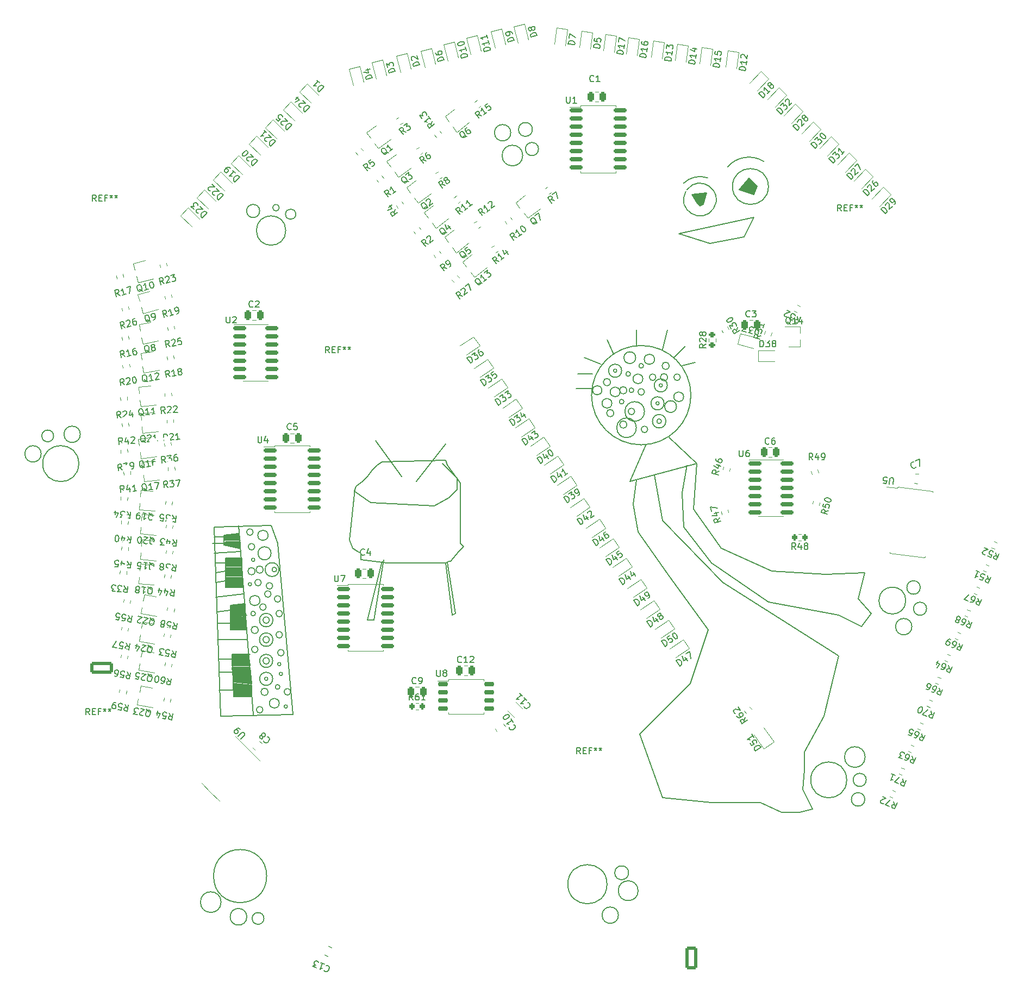
<source format=gbr>
%TF.GenerationSoftware,KiCad,Pcbnew,(6.0.10)*%
%TF.CreationDate,2023-04-24T22:32:33-04:00*%
%TF.ProjectId,waterwheel_synth_v2,77617465-7277-4686-9565-6c5f73796e74,rev?*%
%TF.SameCoordinates,Original*%
%TF.FileFunction,Legend,Top*%
%TF.FilePolarity,Positive*%
%FSLAX46Y46*%
G04 Gerber Fmt 4.6, Leading zero omitted, Abs format (unit mm)*
G04 Created by KiCad (PCBNEW (6.0.10)) date 2023-04-24 22:32:33*
%MOMM*%
%LPD*%
G01*
G04 APERTURE LIST*
G04 Aperture macros list*
%AMRoundRect*
0 Rectangle with rounded corners*
0 $1 Rounding radius*
0 $2 $3 $4 $5 $6 $7 $8 $9 X,Y pos of 4 corners*
0 Add a 4 corners polygon primitive as box body*
4,1,4,$2,$3,$4,$5,$6,$7,$8,$9,$2,$3,0*
0 Add four circle primitives for the rounded corners*
1,1,$1+$1,$2,$3*
1,1,$1+$1,$4,$5*
1,1,$1+$1,$6,$7*
1,1,$1+$1,$8,$9*
0 Add four rect primitives between the rounded corners*
20,1,$1+$1,$2,$3,$4,$5,0*
20,1,$1+$1,$4,$5,$6,$7,0*
20,1,$1+$1,$6,$7,$8,$9,0*
20,1,$1+$1,$8,$9,$2,$3,0*%
%AMHorizOval*
0 Thick line with rounded ends*
0 $1 width*
0 $2 $3 position (X,Y) of the first rounded end (center of the circle)*
0 $4 $5 position (X,Y) of the second rounded end (center of the circle)*
0 Add line between two ends*
20,1,$1,$2,$3,$4,$5,0*
0 Add two circle primitives to create the rounded ends*
1,1,$1,$2,$3*
1,1,$1,$4,$5*%
%AMRotRect*
0 Rectangle, with rotation*
0 The origin of the aperture is its center*
0 $1 length*
0 $2 width*
0 $3 Rotation angle, in degrees counterclockwise*
0 Add horizontal line*
21,1,$1,$2,0,0,$3*%
G04 Aperture macros list end*
%ADD10C,0.150000*%
%ADD11C,0.120000*%
%ADD12R,1.220000X0.650000*%
%ADD13RoundRect,0.250000X1.555635X0.636396X0.636396X1.555635X-1.555635X-0.636396X-0.636396X-1.555635X0*%
%ADD14HorizOval,1.800000X0.636396X0.636396X-0.636396X-0.636396X0*%
%ADD15RoundRect,0.250000X-0.498392X1.605181X-1.494250X0.769557X0.498392X-1.605181X1.494250X-0.769557X0*%
%ADD16HorizOval,1.800000X-0.578509X0.689440X0.578509X-0.689440X0*%
%ADD17C,7.500000*%
%ADD18RoundRect,0.200000X-0.308109X0.143853X-0.231786X-0.248798X0.308109X-0.143853X0.231786X0.248798X0*%
%ADD19RotRect,1.220000X0.650000X185.000000*%
%ADD20RotRect,0.600000X0.450000X262.000000*%
%ADD21RotRect,0.600000X0.450000X226.000000*%
%ADD22RotRect,1.220000X0.650000X175.000000*%
%ADD23RoundRect,0.200000X0.291552X0.174993X-0.076650X0.331285X-0.291552X-0.174993X0.076650X-0.331285X0*%
%ADD24RotRect,0.600000X0.450000X214.000000*%
%ADD25RoundRect,0.200000X-0.236092X0.244715X-0.305552X-0.149208X0.236092X-0.244715X0.305552X0.149208X0*%
%ADD26RotRect,0.600000X0.450000X316.000000*%
%ADD27RoundRect,0.200000X-0.339988X-0.005772X-0.099262X-0.325226X0.339988X0.005772X0.099262X0.325226X0*%
%ADD28RoundRect,0.200000X0.200000X0.275000X-0.200000X0.275000X-0.200000X-0.275000X0.200000X-0.275000X0*%
%ADD29RoundRect,0.150000X-0.825000X-0.150000X0.825000X-0.150000X0.825000X0.150000X-0.825000X0.150000X0*%
%ADD30RoundRect,0.200000X-0.302901X0.154518X-0.240327X-0.240557X0.302901X-0.154518X0.240327X0.240557X0*%
%ADD31RoundRect,0.200000X-0.315216X0.127531X-0.218447X-0.260588X0.315216X-0.127531X0.218447X0.260588X0*%
%ADD32RoundRect,0.200000X-0.256522X0.223207X-0.291385X-0.175271X0.256522X-0.223207X0.291385X0.175271X0*%
%ADD33RotRect,0.600000X0.450000X285.000000*%
%ADD34RotRect,1.220000X0.650000X218.000000*%
%ADD35RoundRect,0.200000X-0.300158X0.159781X-0.244489X-0.236326X0.300158X-0.159781X0.244489X0.236326X0*%
%ADD36RotRect,1.220000X0.650000X170.000000*%
%ADD37RoundRect,0.200000X-0.011705X0.339835X-0.326909X0.093571X0.011705X-0.339835X0.326909X-0.093571X0*%
%ADD38RoundRect,0.200000X-0.005772X0.339988X-0.325226X0.099262X0.005772X-0.339988X0.325226X-0.099262X0*%
%ADD39RotRect,1.220000X0.650000X217.000000*%
%ADD40RoundRect,0.250000X-0.306024X-0.440992X0.190249X-0.501927X0.306024X0.440992X-0.190249X0.501927X0*%
%ADD41RoundRect,0.200000X0.317393X-0.122010X0.213866X0.264360X-0.317393X0.122010X-0.213866X-0.264360X0*%
%ADD42RoundRect,0.250000X0.415723X0.339557X-0.044529X0.534923X-0.415723X-0.339557X0.044529X-0.534923X0*%
%ADD43RoundRect,0.200000X0.275000X-0.200000X0.275000X0.200000X-0.275000X0.200000X-0.275000X-0.200000X0*%
%ADD44RoundRect,0.250000X-0.250000X-0.475000X0.250000X-0.475000X0.250000X0.475000X-0.250000X0.475000X0*%
%ADD45RoundRect,0.200000X0.339982X-0.006097X0.110552X0.321564X-0.339982X0.006097X-0.110552X-0.321564X0*%
%ADD46RoundRect,0.250000X-0.512652X-0.159099X-0.159099X-0.512652X0.512652X0.159099X0.159099X0.512652X0*%
%ADD47RoundRect,0.200000X-0.338157X0.035705X-0.138157X-0.310705X0.338157X-0.035705X0.138157X0.310705X0*%
%ADD48RotRect,1.220000X0.650000X189.000000*%
%ADD49RoundRect,0.200000X-0.291385X0.175271X-0.256522X-0.223207X0.291385X-0.175271X0.256522X0.223207X0*%
%ADD50RoundRect,0.200000X0.213866X-0.264360X0.317393X0.122010X-0.213866X0.264360X-0.317393X-0.122010X0*%
%ADD51RoundRect,0.200000X-0.339835X-0.011705X-0.093571X-0.326909X0.339835X0.011705X0.093571X0.326909X0*%
%ADD52RoundRect,0.200000X-0.213866X0.264360X-0.317393X-0.122010X0.213866X-0.264360X0.317393X0.122010X0*%
%ADD53RoundRect,0.150000X-0.837500X-0.150000X0.837500X-0.150000X0.837500X0.150000X-0.837500X0.150000X0*%
%ADD54RoundRect,0.250000X0.250000X0.475000X-0.250000X0.475000X-0.250000X-0.475000X0.250000X-0.475000X0*%
%ADD55R,0.600000X0.450000*%
%ADD56RoundRect,0.150000X-0.849538X-0.046816X0.812977X-0.250947X0.849538X0.046816X-0.812977X0.250947X0*%
%ADD57RoundRect,0.200000X-0.317393X0.122010X-0.213866X-0.264360X0.317393X-0.122010X0.213866X0.264360X0*%
%ADD58RoundRect,0.250000X-0.689429X-0.229810X-0.229810X-0.689429X0.689429X0.229810X0.229810X0.689429X0*%
%ADD59RotRect,0.600000X0.450000X345.000000*%
%ADD60RoundRect,0.200000X0.310705X0.138157X-0.035705X0.338157X-0.310705X-0.138157X0.035705X-0.338157X0*%
%ADD61RoundRect,0.200000X0.236092X-0.244715X0.305552X0.149208X-0.236092X0.244715X-0.305552X-0.149208X0*%
%ADD62RotRect,1.220000X0.650000X191.000000*%
%ADD63RoundRect,0.150000X-0.689429X0.477297X0.477297X-0.689429X0.689429X-0.477297X-0.477297X0.689429X0*%
%ADD64RoundRect,0.200000X-0.200000X-0.275000X0.200000X-0.275000X0.200000X0.275000X-0.200000X0.275000X0*%
%ADD65RotRect,1.220000X0.650000X195.000000*%
%ADD66RotRect,1.220000X0.650000X194.000000*%
%ADD67RotRect,1.220000X0.650000X188.000000*%
%ADD68RoundRect,0.243750X0.513547X0.062026X0.233929X0.461363X-0.513547X-0.062026X-0.233929X-0.461363X0*%
%ADD69RoundRect,0.200000X0.339988X0.005772X0.099262X0.325226X-0.339988X-0.005772X-0.099262X-0.325226X0*%
%ADD70RoundRect,0.250000X-0.536362X-0.020994X-0.286362X-0.454006X0.536362X0.020994X0.286362X0.454006X0*%
%ADD71RoundRect,0.150000X-0.650000X-0.150000X0.650000X-0.150000X0.650000X0.150000X-0.650000X0.150000X0*%
%ADD72RoundRect,0.250000X-1.642510X-0.356595X-0.896861X-1.421492X1.642510X0.356595X0.896861X1.421492X0*%
%ADD73HorizOval,1.800000X-0.737237X-0.516219X0.737237X0.516219X0*%
%ADD74RoundRect,0.250000X-0.226682X-1.665417X1.029021X-1.328953X0.226682X1.665417X-1.029021X1.328953X0*%
%ADD75HorizOval,1.800000X-0.232937X0.869333X0.232937X-0.869333X0*%
%ADD76RoundRect,0.250000X1.550000X-0.650000X1.550000X0.650000X-1.550000X0.650000X-1.550000X-0.650000X0*%
%ADD77O,3.600000X1.800000*%
%ADD78RoundRect,0.250000X-1.629065X-0.413700X-0.846705X-1.451926X1.629065X0.413700X0.846705X1.451926X0*%
%ADD79HorizOval,1.800000X-0.718772X-0.541634X0.718772X0.541634X0*%
%ADD80RoundRect,0.250000X-1.678837X0.080669X-1.234210X-1.140931X1.678837X-0.080669X1.234210X1.140931X0*%
%ADD81HorizOval,1.800000X-0.845723X-0.307818X0.845723X0.307818X0*%
%ADD82RoundRect,0.250000X0.663449X-1.544291X1.566505X-0.609150X-0.663449X1.544291X-1.566505X0.609150X0*%
%ADD83HorizOval,1.800000X-0.647406X0.625193X0.647406X-0.625193X0*%
%ADD84C,1.900000*%
%ADD85C,1.600000*%
%ADD86RotRect,1.600000X1.600000X67.000000*%
%ADD87RotRect,2.300000X2.300000X127.000000*%
%ADD88C,2.300000*%
%ADD89HorizOval,1.800000X-0.602218X0.668830X0.602218X-0.668830X0*%
%ADD90RoundRect,0.250000X-0.554108X1.586809X-1.520197X0.716940X0.554108X-1.586809X1.520197X-0.716940X0*%
%ADD91RoundRect,0.250000X0.650000X1.550000X-0.650000X1.550000X-0.650000X-1.550000X0.650000X-1.550000X0*%
%ADD92O,1.800000X3.600000*%
%ADD93HorizOval,1.800000X-0.125256X-0.891241X0.125256X0.891241X0*%
%ADD94RoundRect,0.250000X-0.859393X-1.444453X0.427956X-1.625378X0.859393X1.444453X-0.427956X1.625378X0*%
%ADD95HorizOval,1.800000X-0.828454X0.351658X0.828454X-0.351658X0*%
%ADD96RoundRect,0.250000X-1.172807X1.203961X-1.680758X0.007305X1.172807X-1.203961X1.680758X-0.007305X0*%
%ADD97RoundRect,0.250000X-1.532477X-0.690299X-0.581718X-1.576897X1.532477X0.690299X0.581718X1.576897X0*%
%ADD98HorizOval,1.800000X-0.613799X-0.658218X0.613799X0.658218X0*%
G04 APERTURE END LIST*
D10*
X83058000Y-117348000D02*
G75*
G03*
X83058000Y-117348000I-254000J0D01*
G01*
X83671210Y-121920000D02*
G75*
G03*
X83671210Y-121920000I-359210J0D01*
G01*
X86106000Y-118872000D02*
G75*
G03*
X86106000Y-118872000I-508000J0D01*
G01*
X84836000Y-136906000D02*
G75*
G03*
X84836000Y-136906000I-508000J0D01*
G01*
X88646000Y-136398000D02*
G75*
G03*
X88646000Y-136398000I-254000J0D01*
G01*
X87481210Y-133350000D02*
G75*
G03*
X87481210Y-133350000I-359210J0D01*
G01*
X85852000Y-122936000D02*
G75*
G03*
X85852000Y-122936000I-508000J0D01*
G01*
X85852000Y-125984000D02*
G75*
G03*
X85852000Y-125984000I-508000J0D01*
G01*
X85852000Y-129286000D02*
G75*
G03*
X85852000Y-129286000I-508000J0D01*
G01*
X85598000Y-132080000D02*
G75*
G03*
X85598000Y-132080000I-254000J0D01*
G01*
X83312000Y-109220000D02*
G75*
G03*
X83312000Y-109220000I-508000J0D01*
G01*
X83566000Y-113538000D02*
G75*
G03*
X83566000Y-113538000I-254000J0D01*
G01*
X83625961Y-115316000D02*
G75*
G03*
X83625961Y-115316000I-567961J0D01*
G01*
X84369219Y-119888000D02*
G75*
G03*
X84369219Y-119888000I-803219J0D01*
G01*
X84133961Y-124460000D02*
G75*
G03*
X84133961Y-124460000I-567961J0D01*
G01*
X84074000Y-127508000D02*
G75*
G03*
X84074000Y-127508000I-508000J0D01*
G01*
X87630000Y-129794000D02*
G75*
G03*
X87630000Y-129794000I-254000J0D01*
G01*
X85657961Y-134112000D02*
G75*
G03*
X85657961Y-134112000I-567961J0D01*
G01*
X87376000Y-135890000D02*
G75*
G03*
X87376000Y-135890000I-762000J0D01*
G01*
X89154000Y-134112000D02*
G75*
G03*
X89154000Y-134112000I-508000J0D01*
G01*
X86360000Y-132080000D02*
G75*
G03*
X86360000Y-132080000I-1016000J0D01*
G01*
X87884000Y-131318000D02*
G75*
G03*
X87884000Y-131318000I-254000J0D01*
G01*
X86360000Y-129286000D02*
G75*
G03*
X86360000Y-129286000I-1016000J0D01*
G01*
X88138000Y-128016000D02*
G75*
G03*
X88138000Y-128016000I-508000J0D01*
G01*
X86391269Y-125984000D02*
G75*
G03*
X86391269Y-125984000I-1047269J0D01*
G01*
X87884000Y-125222000D02*
G75*
G03*
X87884000Y-125222000I-508000J0D01*
G01*
X86391269Y-122936000D02*
G75*
G03*
X86391269Y-122936000I-1047269J0D01*
G01*
X87884000Y-121920000D02*
G75*
G03*
X87884000Y-121920000I-508000J0D01*
G01*
X85344000Y-120904000D02*
G75*
G03*
X85344000Y-120904000I-508000J0D01*
G01*
X87630000Y-119634000D02*
G75*
G03*
X87630000Y-119634000I-508000J0D01*
G01*
X84582000Y-117094000D02*
G75*
G03*
X84582000Y-117094000I-508000J0D01*
G01*
X86360000Y-117602000D02*
G75*
G03*
X86360000Y-117602000I-508000J0D01*
G01*
X87332421Y-115062000D02*
G75*
G03*
X87332421Y-115062000I-1077631J0D01*
G01*
X86973210Y-115062000D02*
G75*
G03*
X86973210Y-115062000I-359210J0D01*
G01*
X84895961Y-115062000D02*
G75*
G03*
X84895961Y-115062000I-567961J0D01*
G01*
X83566000Y-111506000D02*
G75*
G03*
X83566000Y-111506000I-508000J0D01*
G01*
X86106000Y-112522000D02*
G75*
G03*
X86106000Y-112522000I-1016000J0D01*
G01*
X85639219Y-109728000D02*
G75*
G03*
X85639219Y-109728000I-803219J0D01*
G01*
G36*
X81534000Y-114554000D02*
G01*
X78994000Y-114554000D01*
X78994000Y-114300000D01*
X81534000Y-114300000D01*
X81534000Y-114554000D01*
G37*
X81534000Y-114554000D02*
X78994000Y-114554000D01*
X78994000Y-114300000D01*
X81534000Y-114300000D01*
X81534000Y-114554000D01*
G36*
X83058000Y-133096000D02*
G01*
X83058000Y-134874000D01*
X80264000Y-134874000D01*
X80264000Y-132842000D01*
X83058000Y-133096000D01*
G37*
X83058000Y-133096000D02*
X83058000Y-134874000D01*
X80264000Y-134874000D01*
X80264000Y-132842000D01*
X83058000Y-133096000D01*
G36*
X83058000Y-132842000D02*
G01*
X80264000Y-132588000D01*
X80010000Y-130302000D01*
X82804000Y-130302000D01*
X83058000Y-132842000D01*
G37*
X83058000Y-132842000D02*
X80264000Y-132588000D01*
X80010000Y-130302000D01*
X82804000Y-130302000D01*
X83058000Y-132842000D01*
G36*
X82804000Y-130048000D02*
G01*
X80010000Y-130048000D01*
X80010000Y-128270000D01*
X82550000Y-128270000D01*
X82804000Y-130048000D01*
G37*
X82804000Y-130048000D02*
X80010000Y-130048000D01*
X80010000Y-128270000D01*
X82550000Y-128270000D01*
X82804000Y-130048000D01*
G36*
X82296000Y-124460000D02*
G01*
X79756000Y-124460000D01*
X79756000Y-122682000D01*
X82042000Y-122428000D01*
X82296000Y-124460000D01*
G37*
X82296000Y-124460000D02*
X79756000Y-124460000D01*
X79756000Y-122682000D01*
X82042000Y-122428000D01*
X82296000Y-124460000D01*
G36*
X82042000Y-122174000D02*
G01*
X79756000Y-122555000D01*
X79756000Y-120650000D01*
X82042000Y-120396000D01*
X82042000Y-122174000D01*
G37*
X82042000Y-122174000D02*
X79756000Y-122555000D01*
X79756000Y-120650000D01*
X82042000Y-120396000D01*
X82042000Y-122174000D01*
G36*
X81788000Y-117856000D02*
G01*
X78994000Y-117856000D01*
X78994000Y-116332000D01*
X81534000Y-116332000D01*
X81788000Y-117856000D01*
G37*
X81788000Y-117856000D02*
X78994000Y-117856000D01*
X78994000Y-116332000D01*
X81534000Y-116332000D01*
X81788000Y-117856000D01*
G36*
X81534000Y-116078000D02*
G01*
X78994000Y-116078000D01*
X78994000Y-114808000D01*
X81534000Y-114808000D01*
X81534000Y-116078000D01*
G37*
X81534000Y-116078000D02*
X78994000Y-116078000D01*
X78994000Y-114808000D01*
X81534000Y-114808000D01*
X81534000Y-116078000D01*
G36*
X81534000Y-114300000D02*
G01*
X78994000Y-114300000D01*
X78994000Y-113284000D01*
X81534000Y-113284000D01*
X81534000Y-114300000D01*
G37*
X81534000Y-114300000D02*
X78994000Y-114300000D01*
X78994000Y-113284000D01*
X81534000Y-113284000D01*
X81534000Y-114300000D01*
G36*
X81280000Y-111760000D02*
G01*
X78740000Y-111252000D01*
X78994000Y-110744000D01*
X81280000Y-110744000D01*
X81280000Y-111760000D01*
G37*
X81280000Y-111760000D02*
X78740000Y-111252000D01*
X78994000Y-110744000D01*
X81280000Y-110744000D01*
X81280000Y-111760000D01*
G36*
X81026000Y-110490000D02*
G01*
X78740000Y-110490000D01*
X78740000Y-109728000D01*
X81026000Y-109474000D01*
X81026000Y-110490000D01*
G37*
X81026000Y-110490000D02*
X78740000Y-110490000D01*
X78740000Y-109728000D01*
X81026000Y-109474000D01*
X81026000Y-110490000D01*
X80264000Y-133858000D02*
X77978000Y-133858000D01*
X80010000Y-131064000D02*
X77978000Y-131064000D01*
X80010000Y-129032000D02*
X77978000Y-129032000D01*
X82296000Y-125984000D02*
X77724000Y-125984000D01*
X79756000Y-123444000D02*
X77724000Y-123444000D01*
X79756000Y-121412000D02*
X77724000Y-121666000D01*
X81788000Y-118872000D02*
X77470000Y-119380000D01*
X78994000Y-116840000D02*
X77470000Y-117094000D01*
X78994000Y-115316000D02*
X77470000Y-115570000D01*
X78994000Y-114046000D02*
X77470000Y-114046000D01*
X78740000Y-109982000D02*
X77216000Y-109982000D01*
X78740000Y-110998000D02*
X76962000Y-110998000D01*
X81280000Y-112268000D02*
X77216000Y-112522000D01*
X82804000Y-132842000D02*
X80264000Y-132588000D01*
X82550000Y-130048000D02*
X80010000Y-130048000D01*
X80264000Y-134874000D02*
X83058000Y-134874000D01*
X80010000Y-128270000D02*
X80264000Y-134874000D01*
X82804000Y-128270000D02*
X80010000Y-128270000D01*
X82296000Y-122174000D02*
X79756000Y-122555000D01*
X79756000Y-124460000D02*
X82042000Y-124460000D01*
X79756000Y-120650000D02*
X79756000Y-124460000D01*
X82042000Y-120396000D02*
X79756000Y-120650000D01*
X81534000Y-116078000D02*
X78994000Y-116078000D01*
X81534000Y-114554000D02*
X78994000Y-114554000D01*
X78994000Y-117856000D02*
X81788000Y-117856000D01*
X78994000Y-113284000D02*
X78994000Y-117856000D01*
X81280000Y-113284000D02*
X78994000Y-113284000D01*
X81280000Y-110490000D02*
X78740000Y-110490000D01*
X78740000Y-111252000D02*
X81026000Y-111760000D01*
X78740000Y-109728000D02*
X78740000Y-111252000D01*
X81026000Y-109474000D02*
X78740000Y-109728000D01*
X81026000Y-108204000D02*
X83312000Y-137668000D01*
X86106000Y-108204000D02*
X87122000Y-110998000D01*
X77216000Y-108458000D02*
X86106000Y-108204000D01*
X78232000Y-137922000D02*
X77216000Y-108458000D01*
X89554893Y-137676888D02*
X78232000Y-137922000D01*
X87122000Y-110998000D02*
X89554893Y-137676888D01*
X102362000Y-94996000D02*
X106426000Y-100584000D01*
X113284000Y-95504000D02*
X108712000Y-101346000D01*
X101092000Y-122936000D02*
X103378000Y-113792000D01*
X102108000Y-122936000D02*
X101092000Y-122936000D01*
X103632000Y-113538000D02*
X102108000Y-122936000D01*
X114300000Y-122174000D02*
X113284000Y-114046000D01*
X114808000Y-121920000D02*
X114300000Y-122174000D01*
X113538000Y-113919000D02*
X114808000Y-121920000D01*
X98298000Y-110490000D02*
X99187000Y-102489000D01*
X98806000Y-111760000D02*
X98298000Y-110490000D01*
X99568000Y-112268000D02*
X98806000Y-111760000D01*
X100076000Y-112522000D02*
X99568000Y-112268000D01*
X100076000Y-113538000D02*
X100076000Y-112522000D01*
X104140000Y-114046000D02*
X100076000Y-113538000D01*
X113284000Y-114046000D02*
X104140000Y-114046000D01*
X113792000Y-113792000D02*
X113284000Y-114046000D01*
X114046000Y-113792000D02*
X113792000Y-113792000D01*
X115316000Y-112268000D02*
X114046000Y-113792000D01*
X116078000Y-111506000D02*
X115316000Y-112268000D01*
X115570000Y-110998000D02*
X116078000Y-111506000D01*
X115570000Y-101600000D02*
X115570000Y-110998000D01*
X113538000Y-98806000D02*
X115570000Y-101600000D01*
X113284000Y-98044000D02*
X113538000Y-98806000D01*
X103378000Y-98298000D02*
X113284000Y-98044000D01*
X102616000Y-98806000D02*
X103378000Y-98298000D01*
X101854000Y-99568000D02*
X102616000Y-98806000D01*
X101092000Y-100584000D02*
X101854000Y-99568000D01*
X100330000Y-101346000D02*
X101092000Y-100584000D01*
X99314000Y-102108000D02*
X100330000Y-101346000D01*
X99060000Y-102870000D02*
X99314000Y-102108000D01*
X101600000Y-104648000D02*
X99060000Y-102870000D01*
X111506000Y-105156000D02*
X101600000Y-104648000D01*
X113792000Y-103886000D02*
X111506000Y-105156000D01*
X115062000Y-102616000D02*
X113792000Y-103886000D01*
X115062000Y-100838000D02*
X115062000Y-102616000D01*
X112776000Y-98552000D02*
X115062000Y-100838000D01*
X142494000Y-104902000D02*
X143002000Y-101092000D01*
X143256000Y-109220000D02*
X142494000Y-104902000D01*
X148082000Y-116078000D02*
X143256000Y-109220000D01*
X154178000Y-124460000D02*
X148082000Y-116078000D01*
X151384000Y-132842000D02*
X154178000Y-124460000D01*
X143510000Y-140716000D02*
X151384000Y-132842000D01*
X147066000Y-150622000D02*
X143510000Y-140716000D01*
X154686000Y-151384000D02*
X147066000Y-150622000D01*
X162306000Y-151384000D02*
X154686000Y-151384000D01*
X165608000Y-152908000D02*
X162306000Y-151384000D01*
X168402000Y-152908000D02*
X165608000Y-152908000D01*
X170434000Y-152400000D02*
X168402000Y-152908000D01*
X168910000Y-149352000D02*
X170434000Y-152400000D01*
X169164000Y-146304000D02*
X168910000Y-149352000D01*
X169164000Y-143510000D02*
X169164000Y-146304000D01*
X172212000Y-137922000D02*
X169164000Y-143510000D01*
X174498000Y-128524000D02*
X172212000Y-137922000D01*
X156464000Y-117094000D02*
X174498000Y-128524000D01*
X147066000Y-107442000D02*
X156464000Y-117094000D01*
X145796000Y-100330000D02*
X147066000Y-107442000D01*
X150114000Y-103124000D02*
X150876000Y-98806000D01*
X150368000Y-108458000D02*
X150114000Y-103124000D01*
X154686000Y-114046000D02*
X150368000Y-108458000D01*
X163576000Y-120142000D02*
X154686000Y-114046000D01*
X174498000Y-122174000D02*
X163576000Y-120142000D01*
X178054000Y-123952000D02*
X174498000Y-122174000D01*
X179578000Y-121920000D02*
X178054000Y-123952000D01*
X177546000Y-119634000D02*
X179578000Y-121920000D01*
X178562000Y-115570000D02*
X177546000Y-119634000D01*
X172466000Y-115824000D02*
X178562000Y-115570000D01*
X164084000Y-115316000D02*
X172466000Y-115824000D01*
X156210000Y-111760000D02*
X164084000Y-115316000D01*
X151892000Y-105664000D02*
X156210000Y-111760000D01*
X152400000Y-98552000D02*
X151892000Y-105664000D01*
X141986000Y-101346000D02*
X144526000Y-95504000D01*
X152400000Y-98552000D02*
X141986000Y-101346000D01*
X148082000Y-94488000D02*
X152400000Y-98552000D01*
X150114000Y-83312000D02*
X152146000Y-82804000D01*
X136187580Y-86868000D02*
X133604000Y-86868000D01*
X136144000Y-84582000D02*
X133858000Y-84582000D01*
X137414000Y-83058000D02*
X134874000Y-82042000D01*
X138430000Y-79248000D02*
X139446000Y-81534000D01*
X143002000Y-80264000D02*
X143002000Y-77724000D01*
X147066000Y-80772000D02*
X147828000Y-77724000D01*
X148844000Y-82042000D02*
X150622000Y-80264000D01*
X139954000Y-84074000D02*
G75*
G03*
X139954000Y-84074000I-254000J0D01*
G01*
X147066000Y-86360000D02*
G75*
G03*
X147066000Y-86360000I-254000J0D01*
G01*
X146558000Y-89154000D02*
G75*
G03*
X146558000Y-89154000I-254000J0D01*
G01*
X146917210Y-91948000D02*
G75*
G03*
X146917210Y-91948000I-359210J0D01*
G01*
X141537961Y-92456000D02*
G75*
G03*
X141537961Y-92456000I-567961J0D01*
G01*
X144123210Y-83312000D02*
G75*
G03*
X144123210Y-83312000I-359210J0D01*
G01*
X142748000Y-90424000D02*
G75*
G03*
X142748000Y-90424000I-508000J0D01*
G01*
X137624420Y-87122000D02*
G75*
G03*
X137624420Y-87122000I-718420J0D01*
G01*
X142599210Y-87122000D02*
G75*
G03*
X142599210Y-87122000I-359210J0D01*
G01*
X142091210Y-84582000D02*
G75*
G03*
X142091210Y-84582000I-359210J0D01*
G01*
X141075210Y-88900000D02*
G75*
G03*
X141075210Y-88900000I-359210J0D01*
G01*
X138997961Y-85852000D02*
G75*
G03*
X138997961Y-85852000I-567961J0D01*
G01*
X139505961Y-90678000D02*
G75*
G03*
X139505961Y-90678000I-567961J0D01*
G01*
X147828000Y-86360000D02*
G75*
G03*
X147828000Y-86360000I-1016000J0D01*
G01*
X139192000Y-89154000D02*
G75*
G03*
X139192000Y-89154000I-762000J0D01*
G01*
X140716000Y-84074000D02*
G75*
G03*
X140716000Y-84074000I-1016000J0D01*
G01*
X141537961Y-87122000D02*
G75*
G03*
X141537961Y-87122000I-567961J0D01*
G01*
X144780000Y-93218000D02*
G75*
G03*
X144780000Y-93218000I-508000J0D01*
G01*
X143002000Y-92964000D02*
G75*
G03*
X143002000Y-92964000I-1524000J0D01*
G01*
X140462000Y-87376000D02*
G75*
G03*
X140462000Y-87376000I-762000J0D01*
G01*
X144272000Y-90424000D02*
G75*
G03*
X144272000Y-90424000I-1524000J0D01*
G01*
X144272000Y-87376000D02*
G75*
G03*
X144272000Y-87376000I-508000J0D01*
G01*
X147605269Y-91948000D02*
G75*
G03*
X147605269Y-91948000I-1047269J0D01*
G01*
X147320000Y-89154000D02*
G75*
G03*
X147320000Y-89154000I-1016000J0D01*
G01*
X149251810Y-89662000D02*
G75*
G03*
X149251810Y-89662000I-915810J0D01*
G01*
X150368000Y-88138000D02*
G75*
G03*
X150368000Y-88138000I-762000J0D01*
G01*
X144018000Y-85344000D02*
G75*
G03*
X144018000Y-85344000I-762000J0D01*
G01*
X146050000Y-85090000D02*
G75*
G03*
X146050000Y-85090000I-508000J0D01*
G01*
X147887961Y-85090000D02*
G75*
G03*
X147887961Y-85090000I-567961J0D01*
G01*
X149860000Y-85090000D02*
G75*
G03*
X149860000Y-85090000I-508000J0D01*
G01*
X142901810Y-82042000D02*
G75*
G03*
X142901810Y-82042000I-915810J0D01*
G01*
X145837219Y-82296000D02*
G75*
G03*
X145837219Y-82296000I-803219J0D01*
G01*
X148141961Y-83312000D02*
G75*
G03*
X148141961Y-83312000I-567961J0D01*
G01*
X151501625Y-87884000D02*
G75*
G03*
X151501625Y-87884000I-7737625J0D01*
G01*
X185928000Y-123952000D02*
G75*
G03*
X185928000Y-123952000I-1270000J0D01*
G01*
X188214000Y-121158000D02*
G75*
G03*
X188214000Y-121158000I-1016000J0D01*
G01*
X187229269Y-117856000D02*
G75*
G03*
X187229269Y-117856000I-1047269J0D01*
G01*
X184974538Y-119888000D02*
G75*
G03*
X184974538Y-119888000I-2094538J0D01*
G01*
X178593269Y-150876000D02*
G75*
G03*
X178593269Y-150876000I-1047269J0D01*
G01*
X178816000Y-147828000D02*
G75*
G03*
X178816000Y-147828000I-1016000J0D01*
G01*
X178644437Y-144272000D02*
G75*
G03*
X178644437Y-144272000I-1606437J0D01*
G01*
X175768000Y-147828000D02*
G75*
G03*
X175768000Y-147828000I-2794000J0D01*
G01*
X140208000Y-168910000D02*
G75*
G03*
X140208000Y-168910000I-1270000J0D01*
G01*
X143277022Y-165100000D02*
G75*
G03*
X143277022Y-165100000I-1545022J0D01*
G01*
X141793631Y-162306000D02*
G75*
G03*
X141793631Y-162306000I-1077631J0D01*
G01*
X138430000Y-164084000D02*
G75*
G03*
X138430000Y-164084000I-3048000J0D01*
G01*
X78314437Y-166878000D02*
G75*
G03*
X78314437Y-166878000I-1606437J0D01*
G01*
X82321151Y-169164000D02*
G75*
G03*
X82321151Y-169164000I-1295151J0D01*
G01*
X84989810Y-169418000D02*
G75*
G03*
X84989810Y-169418000I-915810J0D01*
G01*
X85414820Y-162814000D02*
G75*
G03*
X85414820Y-162814000I-4134820J0D01*
G01*
X50292000Y-97028000D02*
G75*
G03*
X50292000Y-97028000I-1270000J0D01*
G01*
X52223810Y-94234000D02*
G75*
G03*
X52223810Y-94234000I-915810J0D01*
G01*
X56388000Y-93980000D02*
G75*
G03*
X56388000Y-93980000I-1270000J0D01*
G01*
X56145522Y-98552000D02*
G75*
G03*
X56145522Y-98552000I-2805522J0D01*
G01*
X84328000Y-59182000D02*
G75*
G03*
X84328000Y-59182000I-1016000J0D01*
G01*
X87376000Y-58674000D02*
G75*
G03*
X87376000Y-58674000I-508000J0D01*
G01*
X89957219Y-59690000D02*
G75*
G03*
X89957219Y-59690000I-803219J0D01*
G01*
X88392000Y-62230000D02*
G75*
G03*
X88392000Y-62230000I-2286000J0D01*
G01*
X123444000Y-46990000D02*
G75*
G03*
X123444000Y-46990000I-1270000J0D01*
G01*
X126807631Y-46482000D02*
G75*
G03*
X126807631Y-46482000I-1077631J0D01*
G01*
X127762000Y-49530000D02*
G75*
G03*
X127762000Y-49530000I-1016000J0D01*
G01*
X125304437Y-50546000D02*
G75*
G03*
X125304437Y-50546000I-1606437J0D01*
G01*
G36*
X161798000Y-55372000D02*
G01*
X161290000Y-56642000D01*
X159004000Y-55880000D01*
X160528000Y-54102000D01*
X161798000Y-55372000D01*
G37*
X161798000Y-55372000D02*
X161290000Y-56642000D01*
X159004000Y-55880000D01*
X160528000Y-54102000D01*
X161798000Y-55372000D01*
G36*
X153416000Y-58166000D02*
G01*
X152908000Y-58420000D01*
X152400000Y-57912000D01*
X151638000Y-56642000D01*
X153924000Y-56388000D01*
X153416000Y-58166000D01*
G37*
X153416000Y-58166000D02*
X152908000Y-58420000D01*
X152400000Y-57912000D01*
X151638000Y-56642000D01*
X153924000Y-56388000D01*
X153416000Y-58166000D01*
X149606000Y-62738000D02*
X161290000Y-60198000D01*
X154432000Y-64262000D02*
X149606000Y-62738000D01*
X159766000Y-63246000D02*
X154432000Y-64262000D01*
X161290000Y-60198000D02*
X159766000Y-63246000D01*
X154116155Y-54021167D02*
G75*
G03*
X150368000Y-54864000I-1208155J-3382833D01*
G01*
X150702662Y-56143807D02*
G75*
G03*
X150876000Y-55880000I2205338J-1260193D01*
G01*
X162850236Y-51468773D02*
G75*
G03*
X157226000Y-52324000I-2322236J-3649227D01*
G01*
X163576000Y-55372000D02*
G75*
G03*
X163576000Y-55372000I-2794000J0D01*
G01*
%TO.C,Q14*%
X167028571Y-76837619D02*
X166933333Y-76790000D01*
X166838095Y-76694761D01*
X166695238Y-76551904D01*
X166600000Y-76504285D01*
X166504761Y-76504285D01*
X166552380Y-76742380D02*
X166457142Y-76694761D01*
X166361904Y-76599523D01*
X166314285Y-76409047D01*
X166314285Y-76075714D01*
X166361904Y-75885238D01*
X166457142Y-75790000D01*
X166552380Y-75742380D01*
X166742857Y-75742380D01*
X166838095Y-75790000D01*
X166933333Y-75885238D01*
X166980952Y-76075714D01*
X166980952Y-76409047D01*
X166933333Y-76599523D01*
X166838095Y-76694761D01*
X166742857Y-76742380D01*
X166552380Y-76742380D01*
X167933333Y-76742380D02*
X167361904Y-76742380D01*
X167647619Y-76742380D02*
X167647619Y-75742380D01*
X167552380Y-75885238D01*
X167457142Y-75980476D01*
X167361904Y-76028095D01*
X168790476Y-76075714D02*
X168790476Y-76742380D01*
X168552380Y-75694761D02*
X168314285Y-76409047D01*
X168933333Y-76409047D01*
%TO.C,REF\u002A\u002A*%
X95186666Y-81300380D02*
X94853333Y-80824190D01*
X94615238Y-81300380D02*
X94615238Y-80300380D01*
X94996190Y-80300380D01*
X95091428Y-80348000D01*
X95139047Y-80395619D01*
X95186666Y-80490857D01*
X95186666Y-80633714D01*
X95139047Y-80728952D01*
X95091428Y-80776571D01*
X94996190Y-80824190D01*
X94615238Y-80824190D01*
X95615238Y-80776571D02*
X95948571Y-80776571D01*
X96091428Y-81300380D02*
X95615238Y-81300380D01*
X95615238Y-80300380D01*
X96091428Y-80300380D01*
X96853333Y-80776571D02*
X96520000Y-80776571D01*
X96520000Y-81300380D02*
X96520000Y-80300380D01*
X96996190Y-80300380D01*
X97520000Y-80300380D02*
X97520000Y-80538476D01*
X97281904Y-80443238D02*
X97520000Y-80538476D01*
X97758095Y-80443238D01*
X97377142Y-80728952D02*
X97520000Y-80538476D01*
X97662857Y-80728952D01*
X98281904Y-80300380D02*
X98281904Y-80538476D01*
X98043809Y-80443238D02*
X98281904Y-80538476D01*
X98520000Y-80443238D01*
X98139047Y-80728952D02*
X98281904Y-80538476D01*
X98424761Y-80728952D01*
X57848666Y-137688380D02*
X57515333Y-137212190D01*
X57277238Y-137688380D02*
X57277238Y-136688380D01*
X57658190Y-136688380D01*
X57753428Y-136736000D01*
X57801047Y-136783619D01*
X57848666Y-136878857D01*
X57848666Y-137021714D01*
X57801047Y-137116952D01*
X57753428Y-137164571D01*
X57658190Y-137212190D01*
X57277238Y-137212190D01*
X58277238Y-137164571D02*
X58610571Y-137164571D01*
X58753428Y-137688380D02*
X58277238Y-137688380D01*
X58277238Y-136688380D01*
X58753428Y-136688380D01*
X59515333Y-137164571D02*
X59182000Y-137164571D01*
X59182000Y-137688380D02*
X59182000Y-136688380D01*
X59658190Y-136688380D01*
X60182000Y-136688380D02*
X60182000Y-136926476D01*
X59943904Y-136831238D02*
X60182000Y-136926476D01*
X60420095Y-136831238D01*
X60039142Y-137116952D02*
X60182000Y-136926476D01*
X60324857Y-137116952D01*
X60943904Y-136688380D02*
X60943904Y-136926476D01*
X60705809Y-136831238D02*
X60943904Y-136926476D01*
X61182000Y-136831238D01*
X60801047Y-137116952D02*
X60943904Y-136926476D01*
X61086761Y-137116952D01*
X134302666Y-143784380D02*
X133969333Y-143308190D01*
X133731238Y-143784380D02*
X133731238Y-142784380D01*
X134112190Y-142784380D01*
X134207428Y-142832000D01*
X134255047Y-142879619D01*
X134302666Y-142974857D01*
X134302666Y-143117714D01*
X134255047Y-143212952D01*
X134207428Y-143260571D01*
X134112190Y-143308190D01*
X133731238Y-143308190D01*
X134731238Y-143260571D02*
X135064571Y-143260571D01*
X135207428Y-143784380D02*
X134731238Y-143784380D01*
X134731238Y-142784380D01*
X135207428Y-142784380D01*
X135969333Y-143260571D02*
X135636000Y-143260571D01*
X135636000Y-143784380D02*
X135636000Y-142784380D01*
X136112190Y-142784380D01*
X136636000Y-142784380D02*
X136636000Y-143022476D01*
X136397904Y-142927238D02*
X136636000Y-143022476D01*
X136874095Y-142927238D01*
X136493142Y-143212952D02*
X136636000Y-143022476D01*
X136778857Y-143212952D01*
X137397904Y-142784380D02*
X137397904Y-143022476D01*
X137159809Y-142927238D02*
X137397904Y-143022476D01*
X137636000Y-142927238D01*
X137255047Y-143212952D02*
X137397904Y-143022476D01*
X137540761Y-143212952D01*
X174942666Y-59202380D02*
X174609333Y-58726190D01*
X174371238Y-59202380D02*
X174371238Y-58202380D01*
X174752190Y-58202380D01*
X174847428Y-58250000D01*
X174895047Y-58297619D01*
X174942666Y-58392857D01*
X174942666Y-58535714D01*
X174895047Y-58630952D01*
X174847428Y-58678571D01*
X174752190Y-58726190D01*
X174371238Y-58726190D01*
X175371238Y-58678571D02*
X175704571Y-58678571D01*
X175847428Y-59202380D02*
X175371238Y-59202380D01*
X175371238Y-58202380D01*
X175847428Y-58202380D01*
X176609333Y-58678571D02*
X176276000Y-58678571D01*
X176276000Y-59202380D02*
X176276000Y-58202380D01*
X176752190Y-58202380D01*
X177276000Y-58202380D02*
X177276000Y-58440476D01*
X177037904Y-58345238D02*
X177276000Y-58440476D01*
X177514095Y-58345238D01*
X177133142Y-58630952D02*
X177276000Y-58440476D01*
X177418857Y-58630952D01*
X178037904Y-58202380D02*
X178037904Y-58440476D01*
X177799809Y-58345238D02*
X178037904Y-58440476D01*
X178276000Y-58345238D01*
X177895047Y-58630952D02*
X178037904Y-58440476D01*
X178180761Y-58630952D01*
X58864666Y-57678380D02*
X58531333Y-57202190D01*
X58293238Y-57678380D02*
X58293238Y-56678380D01*
X58674190Y-56678380D01*
X58769428Y-56726000D01*
X58817047Y-56773619D01*
X58864666Y-56868857D01*
X58864666Y-57011714D01*
X58817047Y-57106952D01*
X58769428Y-57154571D01*
X58674190Y-57202190D01*
X58293238Y-57202190D01*
X59293238Y-57154571D02*
X59626571Y-57154571D01*
X59769428Y-57678380D02*
X59293238Y-57678380D01*
X59293238Y-56678380D01*
X59769428Y-56678380D01*
X60531333Y-57154571D02*
X60198000Y-57154571D01*
X60198000Y-57678380D02*
X60198000Y-56678380D01*
X60674190Y-56678380D01*
X61198000Y-56678380D02*
X61198000Y-56916476D01*
X60959904Y-56821238D02*
X61198000Y-56916476D01*
X61436095Y-56821238D01*
X61055142Y-57106952D02*
X61198000Y-56916476D01*
X61340857Y-57106952D01*
X61959904Y-56678380D02*
X61959904Y-56916476D01*
X61721809Y-56821238D02*
X61959904Y-56916476D01*
X62198000Y-56821238D01*
X61817047Y-57106952D02*
X61959904Y-56916476D01*
X62102761Y-57106952D01*
%TO.C,R16*%
X63351895Y-81885497D02*
X62933824Y-81481658D01*
X62790965Y-81994531D02*
X62600156Y-81012903D01*
X62974109Y-80940214D01*
X63076684Y-80968786D01*
X63132514Y-81006444D01*
X63197430Y-81090846D01*
X63224689Y-81231079D01*
X63196117Y-81333653D01*
X63158459Y-81389483D01*
X63074057Y-81454400D01*
X62700104Y-81527089D01*
X64286778Y-81703774D02*
X63725848Y-81812808D01*
X64006313Y-81758291D02*
X63815504Y-80776664D01*
X63749274Y-80935068D01*
X63673958Y-81046729D01*
X63589556Y-81111645D01*
X64937364Y-80558596D02*
X64750387Y-80594941D01*
X64665985Y-80659857D01*
X64628327Y-80715688D01*
X64562097Y-80874092D01*
X64551697Y-81070155D01*
X64624386Y-81444108D01*
X64689303Y-81528510D01*
X64745133Y-81566168D01*
X64847708Y-81594740D01*
X65034684Y-81558396D01*
X65119086Y-81493479D01*
X65156744Y-81437649D01*
X65185316Y-81335075D01*
X65139886Y-81101354D01*
X65074969Y-81016952D01*
X65019139Y-80979294D01*
X64916564Y-80950722D01*
X64729588Y-80987066D01*
X64645186Y-81051983D01*
X64607528Y-81107813D01*
X64578956Y-81210388D01*
%TO.C,Q21*%
X66574106Y-95234515D02*
X66475080Y-95195378D01*
X66371903Y-95108803D01*
X66217139Y-94978940D01*
X66118113Y-94939803D01*
X66023237Y-94948103D01*
X66091427Y-95181142D02*
X65992401Y-95142005D01*
X65889224Y-95055430D01*
X65825185Y-94869828D01*
X65796134Y-94537764D01*
X65826970Y-94343862D01*
X65913545Y-94240686D01*
X66004271Y-94184947D01*
X66194022Y-94168346D01*
X66293048Y-94207484D01*
X66396224Y-94294059D01*
X66460263Y-94479660D01*
X66489315Y-94811725D01*
X66458478Y-95005626D01*
X66371903Y-95108803D01*
X66281178Y-95164541D01*
X66091427Y-95181142D01*
X66819015Y-94209268D02*
X66862302Y-94157680D01*
X66953028Y-94101942D01*
X67190217Y-94081190D01*
X67289243Y-94120328D01*
X67340831Y-94163615D01*
X67396569Y-94254341D01*
X67404870Y-94349216D01*
X67369883Y-94495680D01*
X66850432Y-95114738D01*
X67467124Y-95060784D01*
X68415881Y-94977779D02*
X67846627Y-95027582D01*
X68131254Y-95002680D02*
X68044098Y-94006486D01*
X67961673Y-94157100D01*
X67875098Y-94260276D01*
X67784373Y-94316014D01*
%TO.C,D5*%
X137306351Y-33820041D02*
X136316083Y-33680868D01*
X136349219Y-33445090D01*
X136416257Y-33310250D01*
X136523823Y-33229193D01*
X136624761Y-33195292D01*
X136820011Y-33174646D01*
X136961478Y-33194528D01*
X137143473Y-33268193D01*
X137231157Y-33328603D01*
X137312214Y-33436169D01*
X137339487Y-33584263D01*
X137306351Y-33820041D01*
X136521529Y-32219044D02*
X136455256Y-32690600D01*
X136920185Y-32804028D01*
X136879657Y-32750245D01*
X136845756Y-32649307D01*
X136878892Y-32413529D01*
X136939302Y-32325845D01*
X136993085Y-32285316D01*
X137094024Y-32251415D01*
X137329802Y-32284552D01*
X137417486Y-32344962D01*
X137458014Y-32398745D01*
X137491915Y-32499683D01*
X137458779Y-32735462D01*
X137398368Y-32823146D01*
X137344585Y-32863674D01*
%TO.C,D30*%
X170908280Y-49428152D02*
X170188941Y-48733493D01*
X170354335Y-48562222D01*
X170487827Y-48492538D01*
X170622493Y-48490188D01*
X170724081Y-48522091D01*
X170894177Y-48620153D01*
X170996940Y-48719390D01*
X171100878Y-48885960D01*
X171136307Y-48986372D01*
X171138658Y-49121039D01*
X171073675Y-49256880D01*
X170908280Y-49428152D01*
X170817441Y-48082662D02*
X171247468Y-47637357D01*
X171289949Y-48141768D01*
X171389186Y-48039005D01*
X171489598Y-48003576D01*
X171556931Y-48002401D01*
X171658519Y-48034304D01*
X171829790Y-48199699D01*
X171865220Y-48300111D01*
X171866395Y-48367445D01*
X171834492Y-48469032D01*
X171636018Y-48674558D01*
X171535606Y-48709987D01*
X171468272Y-48711163D01*
X171677494Y-47192051D02*
X171743652Y-47123542D01*
X171844064Y-47088113D01*
X171911398Y-47086938D01*
X172012985Y-47118841D01*
X172183081Y-47216903D01*
X172354353Y-47382298D01*
X172458291Y-47548868D01*
X172493720Y-47649280D01*
X172494896Y-47716613D01*
X172462992Y-47818201D01*
X172396834Y-47886709D01*
X172296422Y-47922139D01*
X172229089Y-47923314D01*
X172127501Y-47891411D01*
X171957405Y-47793349D01*
X171786134Y-47627954D01*
X171682195Y-47461384D01*
X171646766Y-47360972D01*
X171645591Y-47293638D01*
X171677494Y-47192051D01*
%TO.C,Q15*%
X67183350Y-113958445D02*
X67274075Y-114014183D01*
X67360650Y-114117359D01*
X67490513Y-114272124D01*
X67581238Y-114327862D01*
X67676114Y-114336162D01*
X67649428Y-114094823D02*
X67740153Y-114150561D01*
X67826728Y-114253738D01*
X67857565Y-114447639D01*
X67828513Y-114779704D01*
X67764474Y-114965305D01*
X67661298Y-115051880D01*
X67562272Y-115091018D01*
X67372521Y-115074417D01*
X67281795Y-115018678D01*
X67195220Y-114915502D01*
X67164383Y-114721600D01*
X67193435Y-114389535D01*
X67257474Y-114203934D01*
X67360650Y-114117359D01*
X67459676Y-114078222D01*
X67649428Y-114094823D01*
X66273730Y-113974465D02*
X66842984Y-114024268D01*
X66558357Y-113999367D02*
X66471202Y-114995561D01*
X66578528Y-114861548D01*
X66681704Y-114774973D01*
X66780730Y-114735836D01*
X65285255Y-114891805D02*
X65759634Y-114933307D01*
X65848574Y-114463079D01*
X65796986Y-114506367D01*
X65697960Y-114545504D01*
X65460771Y-114524753D01*
X65370046Y-114469014D01*
X65326758Y-114417426D01*
X65287621Y-114318400D01*
X65308372Y-114081211D01*
X65364111Y-113990486D01*
X65415699Y-113947198D01*
X65514725Y-113908061D01*
X65751914Y-113928812D01*
X65842639Y-113984550D01*
X65885927Y-114036139D01*
%TO.C,R64*%
X191657866Y-129978387D02*
X191778638Y-130546966D01*
X192183869Y-130201662D02*
X191793138Y-131122167D01*
X191442469Y-130973317D01*
X191373408Y-130892271D01*
X191348181Y-130829831D01*
X191341560Y-130723558D01*
X191397379Y-130592057D01*
X191478425Y-130522996D01*
X191540864Y-130497769D01*
X191647138Y-130491148D01*
X191997806Y-130639998D01*
X190478131Y-130563979D02*
X190653465Y-130638404D01*
X190759738Y-130631783D01*
X190822178Y-130606556D01*
X190965664Y-130512268D01*
X191083922Y-130355540D01*
X191232772Y-130004871D01*
X191226151Y-129898598D01*
X191200924Y-129836158D01*
X191131863Y-129755112D01*
X190956529Y-129680687D01*
X190850256Y-129687308D01*
X190787816Y-129712535D01*
X190706770Y-129781596D01*
X190613738Y-130000764D01*
X190620360Y-130107038D01*
X190645587Y-130169477D01*
X190714648Y-130250523D01*
X190889982Y-130324948D01*
X190996255Y-130318327D01*
X191058695Y-130293100D01*
X191139741Y-130224039D01*
X189731703Y-129885020D02*
X189992190Y-129271350D01*
X189802021Y-130328719D02*
X190300282Y-129764247D01*
X189730446Y-129522366D01*
%TO.C,D40*%
X128099686Y-98532380D02*
X127540493Y-97703343D01*
X127737883Y-97570202D01*
X127882945Y-97529795D01*
X128015158Y-97555494D01*
X128107892Y-97607822D01*
X128253883Y-97739106D01*
X128333768Y-97857540D01*
X128400803Y-98042080D01*
X128414581Y-98147664D01*
X128388882Y-98279876D01*
X128297076Y-98399239D01*
X128099686Y-98532380D01*
X128911230Y-97180842D02*
X129284026Y-97733533D01*
X128500815Y-96998159D02*
X128702848Y-97723470D01*
X129216062Y-97377303D01*
X129317002Y-96505072D02*
X129395958Y-96451816D01*
X129501543Y-96438037D01*
X129567649Y-96450887D01*
X129660383Y-96503215D01*
X129806374Y-96634498D01*
X129939515Y-96831888D01*
X130006550Y-97016428D01*
X130020329Y-97122013D01*
X130007479Y-97188119D01*
X129955151Y-97280853D01*
X129876195Y-97334110D01*
X129770611Y-97347888D01*
X129704505Y-97335038D01*
X129611770Y-97282711D01*
X129465780Y-97151427D01*
X129332638Y-96954037D01*
X129265603Y-96769497D01*
X129251825Y-96663913D01*
X129264675Y-96597807D01*
X129317002Y-96505072D01*
%TO.C,R54*%
X70242530Y-137398743D02*
X70488110Y-137925582D01*
X70805278Y-137497971D02*
X70631629Y-138482778D01*
X70256465Y-138416627D01*
X70170942Y-138353193D01*
X70132316Y-138298029D01*
X70101958Y-138195969D01*
X70126765Y-138055282D01*
X70190198Y-137969759D01*
X70245363Y-137931133D01*
X70347423Y-137900775D01*
X70722588Y-137966927D01*
X69177866Y-138226441D02*
X69646822Y-138309130D01*
X69776407Y-137848443D01*
X69721242Y-137887070D01*
X69619182Y-137917428D01*
X69384704Y-137876083D01*
X69299182Y-137812649D01*
X69260555Y-137757485D01*
X69230198Y-137655424D01*
X69271542Y-137420946D01*
X69334976Y-137335424D01*
X69390140Y-137296798D01*
X69492201Y-137266440D01*
X69726679Y-137307785D01*
X69812201Y-137371218D01*
X69850828Y-137426383D01*
X68344732Y-137741061D02*
X68460497Y-137084523D01*
X68513058Y-138157571D02*
X68871571Y-137495482D01*
X68261928Y-137387985D01*
%TO.C,D25*%
X89316952Y-45788619D02*
X88622293Y-46507958D01*
X88451022Y-46342564D01*
X88381338Y-46209072D01*
X88378988Y-46074406D01*
X88410891Y-45972818D01*
X88508953Y-45802722D01*
X88608190Y-45699959D01*
X88774760Y-45596021D01*
X88875172Y-45560592D01*
X89009839Y-45558241D01*
X89145680Y-45623224D01*
X89316952Y-45788619D01*
X88003366Y-45777870D02*
X87936033Y-45779046D01*
X87834445Y-45747142D01*
X87663174Y-45581747D01*
X87627744Y-45481335D01*
X87626569Y-45414002D01*
X87658472Y-45312414D01*
X87724630Y-45243906D01*
X87858122Y-45174222D01*
X88666121Y-45160118D01*
X88220815Y-44730092D01*
X86875325Y-44820931D02*
X87217868Y-45151721D01*
X87582912Y-44842257D01*
X87515579Y-44843432D01*
X87413991Y-44811528D01*
X87242720Y-44646134D01*
X87207290Y-44545721D01*
X87206115Y-44478388D01*
X87238019Y-44376801D01*
X87403414Y-44205529D01*
X87503826Y-44170100D01*
X87571159Y-44168924D01*
X87672747Y-44200828D01*
X87844018Y-44366223D01*
X87879447Y-44466635D01*
X87880623Y-44533968D01*
%TO.C,R55*%
X63886243Y-122150479D02*
X64131823Y-122677318D01*
X64448991Y-122249707D02*
X64275342Y-123234514D01*
X63900178Y-123168363D01*
X63814655Y-123104929D01*
X63776029Y-123049765D01*
X63745671Y-122947705D01*
X63770478Y-122807018D01*
X63833911Y-122721495D01*
X63889076Y-122682869D01*
X63991136Y-122652511D01*
X64366301Y-122718663D01*
X62821579Y-122978177D02*
X63290535Y-123060866D01*
X63420120Y-122600179D01*
X63364955Y-122638806D01*
X63262895Y-122669164D01*
X63028417Y-122627819D01*
X62942895Y-122564385D01*
X62904268Y-122509221D01*
X62873911Y-122407160D01*
X62915255Y-122172682D01*
X62978689Y-122087160D01*
X63033853Y-122048534D01*
X63135914Y-122018176D01*
X63370392Y-122059521D01*
X63455914Y-122122954D01*
X63494541Y-122178119D01*
X61883666Y-122812797D02*
X62352623Y-122895487D01*
X62482208Y-122434800D01*
X62427043Y-122473427D01*
X62324983Y-122503784D01*
X62090505Y-122462440D01*
X62004983Y-122399006D01*
X61966356Y-122343841D01*
X61935998Y-122241781D01*
X61977343Y-122007303D01*
X62040777Y-121921781D01*
X62095941Y-121883154D01*
X62198001Y-121852797D01*
X62432480Y-121894141D01*
X62518002Y-121957575D01*
X62556628Y-122012740D01*
%TO.C,R1*%
X104786503Y-56650719D02*
X104233713Y-56471022D01*
X104330140Y-56994614D02*
X103728325Y-56195978D01*
X104032567Y-55966715D01*
X104137286Y-55947430D01*
X104203974Y-55956802D01*
X104299320Y-56004205D01*
X104385293Y-56118296D01*
X104404579Y-56223014D01*
X104395206Y-56289702D01*
X104347804Y-56385048D01*
X104043562Y-56614311D01*
X105547108Y-56077562D02*
X105090745Y-56421457D01*
X105318927Y-56249509D02*
X104717112Y-55450874D01*
X104727025Y-55622280D01*
X104708280Y-55755657D01*
X104660877Y-55851003D01*
%TO.C,D16*%
X144494578Y-35283297D02*
X143504310Y-35144124D01*
X143537446Y-34908346D01*
X143604484Y-34773506D01*
X143712050Y-34692450D01*
X143812988Y-34658549D01*
X144008238Y-34637902D01*
X144149705Y-34657784D01*
X144331700Y-34731449D01*
X144419384Y-34791859D01*
X144500441Y-34899425D01*
X144527714Y-35047519D01*
X144494578Y-35283297D01*
X144706651Y-33774317D02*
X144627124Y-34340185D01*
X144666888Y-34057251D02*
X143676619Y-33918078D01*
X143804832Y-34032271D01*
X143885888Y-34139837D01*
X143919789Y-34240775D01*
X143835674Y-32786343D02*
X143809165Y-32974965D01*
X143843066Y-33075904D01*
X143883595Y-33129687D01*
X144011807Y-33243880D01*
X144193802Y-33317545D01*
X144571047Y-33370563D01*
X144671986Y-33336662D01*
X144725769Y-33296134D01*
X144786179Y-33208450D01*
X144812688Y-33019827D01*
X144778787Y-32918889D01*
X144738259Y-32865106D01*
X144650575Y-32804696D01*
X144414797Y-32771559D01*
X144313858Y-32805460D01*
X144260075Y-32845989D01*
X144199665Y-32933672D01*
X144173156Y-33122295D01*
X144207057Y-33223234D01*
X144247585Y-33277016D01*
X144335269Y-33337427D01*
%TO.C,D7*%
X133384851Y-33287741D02*
X132394583Y-33148568D01*
X132427719Y-32912790D01*
X132494757Y-32777950D01*
X132602323Y-32696893D01*
X132703261Y-32662992D01*
X132898511Y-32642346D01*
X133039978Y-32662228D01*
X133221973Y-32735893D01*
X133309657Y-32796303D01*
X133390714Y-32903869D01*
X133417987Y-33051963D01*
X133384851Y-33287741D01*
X132520501Y-32252611D02*
X132613283Y-31592432D01*
X133543906Y-32156006D01*
%TO.C,R48*%
X167820742Y-111926780D02*
X167487409Y-111450590D01*
X167249314Y-111926780D02*
X167249314Y-110926780D01*
X167630266Y-110926780D01*
X167725504Y-110974400D01*
X167773123Y-111022019D01*
X167820742Y-111117257D01*
X167820742Y-111260114D01*
X167773123Y-111355352D01*
X167725504Y-111402971D01*
X167630266Y-111450590D01*
X167249314Y-111450590D01*
X168677885Y-111260114D02*
X168677885Y-111926780D01*
X168439790Y-110879161D02*
X168201695Y-111593447D01*
X168820742Y-111593447D01*
X169344552Y-111355352D02*
X169249314Y-111307733D01*
X169201695Y-111260114D01*
X169154076Y-111164876D01*
X169154076Y-111117257D01*
X169201695Y-111022019D01*
X169249314Y-110974400D01*
X169344552Y-110926780D01*
X169535028Y-110926780D01*
X169630266Y-110974400D01*
X169677885Y-111022019D01*
X169725504Y-111117257D01*
X169725504Y-111164876D01*
X169677885Y-111260114D01*
X169630266Y-111307733D01*
X169535028Y-111355352D01*
X169344552Y-111355352D01*
X169249314Y-111402971D01*
X169201695Y-111450590D01*
X169154076Y-111545828D01*
X169154076Y-111736304D01*
X169201695Y-111831542D01*
X169249314Y-111879161D01*
X169344552Y-111926780D01*
X169535028Y-111926780D01*
X169630266Y-111879161D01*
X169677885Y-111831542D01*
X169725504Y-111736304D01*
X169725504Y-111545828D01*
X169677885Y-111450590D01*
X169630266Y-111402971D01*
X169535028Y-111355352D01*
%TO.C,R56*%
X63676377Y-131001274D02*
X63921957Y-131528113D01*
X64239125Y-131100502D02*
X64065476Y-132085309D01*
X63690312Y-132019158D01*
X63604789Y-131955724D01*
X63566163Y-131900560D01*
X63535805Y-131798500D01*
X63560612Y-131657813D01*
X63624045Y-131572290D01*
X63679210Y-131533664D01*
X63781270Y-131503306D01*
X64156435Y-131569458D01*
X62611713Y-131828972D02*
X63080669Y-131911661D01*
X63210254Y-131450974D01*
X63155089Y-131489601D01*
X63053029Y-131519959D01*
X62818551Y-131478614D01*
X62733029Y-131415180D01*
X62694402Y-131360016D01*
X62664045Y-131257955D01*
X62705389Y-131023477D01*
X62768823Y-130937955D01*
X62823987Y-130899329D01*
X62926048Y-130868971D01*
X63160526Y-130910316D01*
X63246048Y-130973749D01*
X63284675Y-131028914D01*
X61720696Y-131671861D02*
X61908279Y-131704937D01*
X62010339Y-131674580D01*
X62065503Y-131635953D01*
X62184101Y-131511804D01*
X62264073Y-131332491D01*
X62330224Y-130957326D01*
X62299867Y-130855266D01*
X62261240Y-130800101D01*
X62175718Y-130736667D01*
X61988135Y-130703592D01*
X61886075Y-130733949D01*
X61830911Y-130772576D01*
X61767477Y-130858098D01*
X61726132Y-131092576D01*
X61756490Y-131194636D01*
X61795117Y-131249801D01*
X61880639Y-131313235D01*
X62068221Y-131346310D01*
X62170282Y-131315953D01*
X62225446Y-131277326D01*
X62288880Y-131191804D01*
%TO.C,U2*%
X79137695Y-75630780D02*
X79137695Y-76440304D01*
X79185314Y-76535542D01*
X79232933Y-76583161D01*
X79328171Y-76630780D01*
X79518647Y-76630780D01*
X79613885Y-76583161D01*
X79661504Y-76535542D01*
X79709123Y-76440304D01*
X79709123Y-75630780D01*
X80137695Y-75726019D02*
X80185314Y-75678400D01*
X80280552Y-75630780D01*
X80518647Y-75630780D01*
X80613885Y-75678400D01*
X80661504Y-75726019D01*
X80709123Y-75821257D01*
X80709123Y-75916495D01*
X80661504Y-76059352D01*
X80090076Y-76630780D01*
X80709123Y-76630780D01*
%TO.C,R20*%
X63280583Y-86268850D02*
X62876861Y-85850667D01*
X62716190Y-86358241D02*
X62559755Y-85370553D01*
X62936017Y-85310959D01*
X63037532Y-85343093D01*
X63092014Y-85382676D01*
X63153946Y-85469293D01*
X63176293Y-85610391D01*
X63144159Y-85711906D01*
X63104576Y-85766388D01*
X63017959Y-85828319D01*
X62641697Y-85887913D01*
X63515309Y-85315633D02*
X63554893Y-85261151D01*
X63641509Y-85199220D01*
X63876673Y-85161973D01*
X63978188Y-85194108D01*
X64032670Y-85233691D01*
X64094601Y-85320307D01*
X64109500Y-85414373D01*
X64084815Y-85562921D01*
X63609812Y-86216705D01*
X64221239Y-86119865D01*
X64676230Y-85035336D02*
X64770296Y-85020437D01*
X64871811Y-85052572D01*
X64926293Y-85092155D01*
X64988224Y-85178772D01*
X65065054Y-85359453D01*
X65102300Y-85594617D01*
X65085064Y-85790198D01*
X65052930Y-85891712D01*
X65013346Y-85946194D01*
X64926730Y-86008126D01*
X64832665Y-86023024D01*
X64731150Y-85990890D01*
X64676668Y-85951307D01*
X64614736Y-85864690D01*
X64537907Y-85684008D01*
X64500660Y-85448845D01*
X64517896Y-85253264D01*
X64550030Y-85151749D01*
X64589614Y-85097267D01*
X64676230Y-85035336D01*
%TO.C,D41*%
X130240186Y-101461280D02*
X129680993Y-100632243D01*
X129878383Y-100499102D01*
X130023445Y-100458695D01*
X130155658Y-100484394D01*
X130248392Y-100536722D01*
X130394383Y-100668006D01*
X130474268Y-100786440D01*
X130541303Y-100970980D01*
X130555081Y-101076564D01*
X130529382Y-101208776D01*
X130437576Y-101328139D01*
X130240186Y-101461280D01*
X131051730Y-100109742D02*
X131424526Y-100662433D01*
X130641315Y-99927059D02*
X130843348Y-100652370D01*
X131356562Y-100306203D01*
X132293041Y-100076612D02*
X131819305Y-100396151D01*
X132056173Y-100236382D02*
X131496980Y-99407344D01*
X131497909Y-99579034D01*
X131472210Y-99711247D01*
X131419882Y-99803981D01*
%TO.C,R70*%
X188905866Y-137086687D02*
X189026638Y-137655266D01*
X189431869Y-137309962D02*
X189041138Y-138230467D01*
X188690469Y-138081617D01*
X188621408Y-138000571D01*
X188596181Y-137938131D01*
X188589560Y-137831858D01*
X188645379Y-137700357D01*
X188726425Y-137631296D01*
X188788864Y-137606069D01*
X188895138Y-137599448D01*
X189245806Y-137748298D01*
X188208300Y-137876948D02*
X187594630Y-137616461D01*
X188379863Y-136863412D01*
X187068627Y-137393186D02*
X186980960Y-137355973D01*
X186911899Y-137274927D01*
X186886672Y-137212487D01*
X186880051Y-137106214D01*
X186910642Y-136912274D01*
X187003673Y-136693106D01*
X187121932Y-136536378D01*
X187202978Y-136467317D01*
X187265418Y-136442089D01*
X187371691Y-136435468D01*
X187459358Y-136472681D01*
X187528419Y-136553727D01*
X187553647Y-136616167D01*
X187560268Y-136722440D01*
X187529676Y-136916381D01*
X187436645Y-137135548D01*
X187318386Y-137292276D01*
X187237340Y-137361337D01*
X187174901Y-137386565D01*
X187068627Y-137393186D01*
%TO.C,D36*%
X117173086Y-82900980D02*
X116613893Y-82071943D01*
X116811283Y-81938802D01*
X116956345Y-81898395D01*
X117088558Y-81924094D01*
X117181292Y-81976422D01*
X117327283Y-82107706D01*
X117407168Y-82226140D01*
X117474203Y-82410680D01*
X117487981Y-82516264D01*
X117462282Y-82648476D01*
X117370476Y-82767839D01*
X117173086Y-82900980D01*
X117363975Y-81566006D02*
X117877189Y-81219839D01*
X117813869Y-81722061D01*
X117932303Y-81642176D01*
X118037887Y-81628398D01*
X118103993Y-81641247D01*
X118196727Y-81693575D01*
X118329869Y-81890965D01*
X118343647Y-81996549D01*
X118330797Y-82062655D01*
X118278470Y-82155390D01*
X118041602Y-82315159D01*
X117936018Y-82328938D01*
X117869911Y-82316088D01*
X118587792Y-80740531D02*
X118429880Y-80847044D01*
X118377553Y-80939778D01*
X118364703Y-81005885D01*
X118365632Y-81177575D01*
X118432667Y-81362115D01*
X118645692Y-81677939D01*
X118738427Y-81730267D01*
X118804533Y-81743116D01*
X118910117Y-81729338D01*
X119068029Y-81622825D01*
X119120357Y-81530091D01*
X119133207Y-81463984D01*
X119119428Y-81358400D01*
X118986287Y-81161010D01*
X118893553Y-81108683D01*
X118827446Y-81095833D01*
X118721862Y-81109611D01*
X118563950Y-81216124D01*
X118511623Y-81308859D01*
X118498773Y-81374965D01*
X118512551Y-81480549D01*
%TO.C,D23*%
X76108952Y-59504619D02*
X75414293Y-60223958D01*
X75243022Y-60058564D01*
X75173338Y-59925072D01*
X75170988Y-59790406D01*
X75202891Y-59688818D01*
X75300953Y-59518722D01*
X75400190Y-59415959D01*
X75566760Y-59312021D01*
X75667172Y-59276592D01*
X75801839Y-59274241D01*
X75937680Y-59339224D01*
X76108952Y-59504619D01*
X74795366Y-59493870D02*
X74728033Y-59495046D01*
X74626445Y-59463142D01*
X74455174Y-59297747D01*
X74419744Y-59197335D01*
X74418569Y-59130002D01*
X74450472Y-59028414D01*
X74516630Y-58959906D01*
X74650122Y-58890222D01*
X75458121Y-58876118D01*
X75012815Y-58446092D01*
X74078377Y-58933879D02*
X73633071Y-58503852D01*
X74137483Y-58461371D01*
X74034720Y-58362134D01*
X73999290Y-58261721D01*
X73998115Y-58194388D01*
X74030019Y-58092801D01*
X74195414Y-57921529D01*
X74295826Y-57886100D01*
X74363159Y-57884924D01*
X74464747Y-57916828D01*
X74670272Y-58115302D01*
X74705702Y-58215714D01*
X74706877Y-58283047D01*
%TO.C,R23*%
X69462073Y-70505224D02*
X69023440Y-70123819D01*
X68907618Y-70643465D02*
X68665696Y-69673169D01*
X69035333Y-69581009D01*
X69139262Y-69604173D01*
X69196987Y-69638858D01*
X69266231Y-69719747D01*
X69300792Y-69858360D01*
X69277627Y-69962289D01*
X69242943Y-70020014D01*
X69162054Y-70089259D01*
X68792417Y-70181420D01*
X69612828Y-69535177D02*
X69647512Y-69477452D01*
X69728401Y-69408207D01*
X69959424Y-69350607D01*
X70063353Y-69373771D01*
X70121078Y-69408456D01*
X70190322Y-69489345D01*
X70213363Y-69581754D01*
X70201718Y-69731888D01*
X69785505Y-70424583D01*
X70386164Y-70274822D01*
X70467674Y-69223886D02*
X71068333Y-69074125D01*
X70837062Y-69524402D01*
X70975676Y-69489842D01*
X71079605Y-69513006D01*
X71137330Y-69547690D01*
X71206574Y-69628579D01*
X71264175Y-69859602D01*
X71241010Y-69963531D01*
X71206326Y-70021256D01*
X71125437Y-70090501D01*
X70848210Y-70159621D01*
X70744280Y-70136457D01*
X70686556Y-70101772D01*
%TO.C,R71*%
X184513366Y-147638987D02*
X184634138Y-148207566D01*
X185039369Y-147862262D02*
X184648638Y-148782767D01*
X184297969Y-148633917D01*
X184228908Y-148552871D01*
X184203681Y-148490431D01*
X184197060Y-148384158D01*
X184252879Y-148252657D01*
X184333925Y-148183596D01*
X184396364Y-148158369D01*
X184502638Y-148151748D01*
X184853306Y-148300598D01*
X183815800Y-148429248D02*
X183202130Y-148168761D01*
X183987363Y-147415712D01*
X182760023Y-146894737D02*
X183286026Y-147118012D01*
X183023025Y-147006375D02*
X182632294Y-147926879D01*
X182775779Y-147832591D01*
X182900659Y-147782137D01*
X183006932Y-147775516D01*
%TO.C,R35*%
X70741520Y-106590737D02*
X71032082Y-107094167D01*
X71310774Y-106640540D02*
X71223618Y-107636735D01*
X70844116Y-107603532D01*
X70753390Y-107547794D01*
X70710103Y-107496206D01*
X70670965Y-107397180D01*
X70683416Y-107254866D01*
X70739155Y-107164141D01*
X70790743Y-107120854D01*
X70889769Y-107081716D01*
X71269271Y-107114918D01*
X70322299Y-107557879D02*
X69705607Y-107503926D01*
X70070874Y-107153475D01*
X69928561Y-107141024D01*
X69837836Y-107085286D01*
X69794548Y-107033698D01*
X69755411Y-106934672D01*
X69776162Y-106697483D01*
X69831900Y-106606757D01*
X69883489Y-106563470D01*
X69982514Y-106524332D01*
X70267142Y-106549234D01*
X70357867Y-106604972D01*
X70401155Y-106656560D01*
X68804288Y-107425071D02*
X69278667Y-107466573D01*
X69367607Y-106996345D01*
X69316019Y-107039633D01*
X69216993Y-107078770D01*
X68979804Y-107058019D01*
X68889079Y-107002280D01*
X68845791Y-106950692D01*
X68806654Y-106851666D01*
X68827405Y-106614477D01*
X68883144Y-106523752D01*
X68934732Y-106480464D01*
X69033758Y-106441327D01*
X69270947Y-106462078D01*
X69361672Y-106517817D01*
X69404960Y-106569405D01*
%TO.C,D10*%
X116727809Y-35099410D02*
X115761883Y-35358229D01*
X115700260Y-35128246D01*
X115709282Y-34977932D01*
X115776626Y-34861290D01*
X115856294Y-34790644D01*
X116027955Y-34695349D01*
X116165944Y-34658374D01*
X116362255Y-34655072D01*
X116466573Y-34676419D01*
X116583215Y-34743763D01*
X116666186Y-34869427D01*
X116727809Y-35099410D01*
X116333418Y-33627523D02*
X116481315Y-34179480D01*
X116407367Y-33903501D02*
X115441441Y-34162321D01*
X115604080Y-34217339D01*
X115720722Y-34284683D01*
X115791368Y-34364351D01*
X115207271Y-33288388D02*
X115182622Y-33196395D01*
X115203969Y-33092077D01*
X115237641Y-33033756D01*
X115317309Y-32963110D01*
X115488970Y-32867815D01*
X115718952Y-32806191D01*
X115915263Y-32802889D01*
X116019580Y-32824236D01*
X116077902Y-32857907D01*
X116148548Y-32937576D01*
X116173197Y-33029569D01*
X116151850Y-33133886D01*
X116118178Y-33192207D01*
X116038510Y-33262853D01*
X115866849Y-33358149D01*
X115636866Y-33419772D01*
X115440556Y-33423075D01*
X115336238Y-33401728D01*
X115277917Y-33368056D01*
X115207271Y-33288388D01*
%TO.C,Q4*%
X113495975Y-62563151D02*
X113391609Y-62584261D01*
X113257926Y-62567847D01*
X113057401Y-62543225D01*
X112953035Y-62564335D01*
X112877987Y-62622970D01*
X113062097Y-62781274D02*
X112957731Y-62802384D01*
X112824048Y-62785970D01*
X112669255Y-62665190D01*
X112464035Y-62402520D01*
X112384290Y-62223105D01*
X112400704Y-62089422D01*
X112446436Y-61993263D01*
X112596533Y-61875995D01*
X112700899Y-61854884D01*
X112834582Y-61871299D01*
X112989375Y-61992079D01*
X113194596Y-62254749D01*
X113274340Y-62434163D01*
X113257926Y-62567847D01*
X113212194Y-62664005D01*
X113062097Y-62781274D01*
X113664813Y-61464369D02*
X114075254Y-61989709D01*
X113242654Y-61310760D02*
X113494790Y-62020211D01*
X113982606Y-61639087D01*
%TO.C,D32*%
X165548280Y-44107252D02*
X164828941Y-43412593D01*
X164994335Y-43241322D01*
X165127827Y-43171638D01*
X165262493Y-43169288D01*
X165364081Y-43201191D01*
X165534177Y-43299253D01*
X165636940Y-43398490D01*
X165740878Y-43565060D01*
X165776307Y-43665472D01*
X165778658Y-43800139D01*
X165713675Y-43935980D01*
X165548280Y-44107252D01*
X165457441Y-42761762D02*
X165887468Y-42316457D01*
X165929949Y-42820868D01*
X166029186Y-42718105D01*
X166129598Y-42682676D01*
X166196931Y-42681501D01*
X166298519Y-42713404D01*
X166469790Y-42878799D01*
X166505220Y-42979211D01*
X166506395Y-43046545D01*
X166474492Y-43148132D01*
X166276018Y-43353658D01*
X166175606Y-43389087D01*
X166108272Y-43390263D01*
X166220608Y-42108580D02*
X166219433Y-42041247D01*
X166251336Y-41939660D01*
X166416731Y-41768388D01*
X166517143Y-41732959D01*
X166584477Y-41731783D01*
X166686064Y-41763687D01*
X166754573Y-41829845D01*
X166824257Y-41963336D01*
X166838360Y-42771335D01*
X167268387Y-42326029D01*
%TO.C,D20*%
X83982952Y-51376619D02*
X83288293Y-52095958D01*
X83117022Y-51930564D01*
X83047338Y-51797072D01*
X83044988Y-51662406D01*
X83076891Y-51560818D01*
X83174953Y-51390722D01*
X83274190Y-51287959D01*
X83440760Y-51184021D01*
X83541172Y-51148592D01*
X83675839Y-51146241D01*
X83811680Y-51211224D01*
X83982952Y-51376619D01*
X82669366Y-51365870D02*
X82602033Y-51367046D01*
X82500445Y-51335142D01*
X82329174Y-51169747D01*
X82293744Y-51069335D01*
X82292569Y-51002002D01*
X82324472Y-50900414D01*
X82390630Y-50831906D01*
X82524122Y-50762222D01*
X83332121Y-50748118D01*
X82886815Y-50318092D01*
X81746851Y-50607405D02*
X81678342Y-50541247D01*
X81642913Y-50440835D01*
X81641738Y-50373501D01*
X81673641Y-50271914D01*
X81771703Y-50101818D01*
X81937098Y-49930546D01*
X82103668Y-49826608D01*
X82204080Y-49791179D01*
X82271413Y-49790003D01*
X82373001Y-49821907D01*
X82441509Y-49888065D01*
X82476939Y-49988477D01*
X82478114Y-50055810D01*
X82446211Y-50157398D01*
X82348149Y-50327494D01*
X82182754Y-50498765D01*
X82016184Y-50602704D01*
X81915772Y-50638133D01*
X81848438Y-50639308D01*
X81746851Y-50607405D01*
%TO.C,R36*%
X69711322Y-98370978D02*
X69314960Y-97945813D01*
X69145454Y-98450506D02*
X69006281Y-97460238D01*
X69383526Y-97407219D01*
X69484465Y-97441120D01*
X69538248Y-97481649D01*
X69598658Y-97569333D01*
X69618540Y-97710800D01*
X69584639Y-97811738D01*
X69544110Y-97865521D01*
X69456426Y-97925931D01*
X69079181Y-97978950D01*
X69902238Y-97334319D02*
X70515261Y-97248164D01*
X70238190Y-97671800D01*
X70379657Y-97651919D01*
X70480596Y-97685820D01*
X70534378Y-97726348D01*
X70594789Y-97814032D01*
X70627925Y-98049810D01*
X70594024Y-98150749D01*
X70553496Y-98204531D01*
X70465812Y-98264942D01*
X70182878Y-98304705D01*
X70081940Y-98270804D01*
X70028157Y-98230276D01*
X71364062Y-97128873D02*
X71175440Y-97155382D01*
X71087756Y-97215793D01*
X71047228Y-97269576D01*
X70972798Y-97424297D01*
X70952152Y-97619547D01*
X71005170Y-97996792D01*
X71065580Y-98084476D01*
X71119363Y-98125004D01*
X71220302Y-98158905D01*
X71408924Y-98132396D01*
X71496608Y-98071986D01*
X71537137Y-98018203D01*
X71571038Y-97917264D01*
X71537901Y-97681486D01*
X71477491Y-97593802D01*
X71423708Y-97553274D01*
X71322769Y-97519373D01*
X71134147Y-97545882D01*
X71046463Y-97606292D01*
X71005935Y-97660075D01*
X70972034Y-97761014D01*
%TO.C,R59*%
X63325213Y-136025600D02*
X63570793Y-136552439D01*
X63887961Y-136124828D02*
X63714312Y-137109635D01*
X63339148Y-137043484D01*
X63253625Y-136980050D01*
X63214999Y-136924886D01*
X63184641Y-136822826D01*
X63209448Y-136682139D01*
X63272881Y-136596616D01*
X63328046Y-136557990D01*
X63430106Y-136527632D01*
X63805271Y-136593784D01*
X62260549Y-136853298D02*
X62729505Y-136935987D01*
X62859090Y-136475300D01*
X62803925Y-136513927D01*
X62701865Y-136544285D01*
X62467387Y-136502940D01*
X62381865Y-136439506D01*
X62343238Y-136384342D01*
X62312881Y-136282281D01*
X62354225Y-136047803D01*
X62417659Y-135962281D01*
X62472823Y-135923655D01*
X62574884Y-135893297D01*
X62809362Y-135934642D01*
X62894884Y-135998075D01*
X62933511Y-136053240D01*
X61918345Y-135777531D02*
X61730763Y-135744456D01*
X61628703Y-135774813D01*
X61573538Y-135813440D01*
X61454940Y-135937589D01*
X61374968Y-136116902D01*
X61308817Y-136492067D01*
X61339174Y-136594127D01*
X61377801Y-136649292D01*
X61463323Y-136712725D01*
X61650906Y-136745801D01*
X61752966Y-136715444D01*
X61808130Y-136676817D01*
X61871564Y-136591295D01*
X61912909Y-136356817D01*
X61882551Y-136254756D01*
X61843924Y-136199592D01*
X61758402Y-136136158D01*
X61570820Y-136103082D01*
X61468760Y-136133440D01*
X61413595Y-136172067D01*
X61350162Y-136257589D01*
%TO.C,Q23*%
X66681102Y-136801407D02*
X66766624Y-136864840D01*
X66843877Y-136975169D01*
X66959757Y-137140663D01*
X67045280Y-137204096D01*
X67139071Y-137220634D01*
X67133520Y-136977887D02*
X67219042Y-137041321D01*
X67296296Y-137151650D01*
X67310115Y-137347501D01*
X67252233Y-137675771D01*
X67172261Y-137855084D01*
X67061932Y-137932337D01*
X66959872Y-137962695D01*
X66772289Y-137929619D01*
X66686767Y-137866186D01*
X66609514Y-137755857D01*
X66595694Y-137560005D01*
X66653577Y-137231736D01*
X66733548Y-137052423D01*
X66843877Y-136975169D01*
X66945938Y-136944812D01*
X67133520Y-136977887D01*
X66179184Y-137728332D02*
X66124020Y-137766958D01*
X66021960Y-137797316D01*
X65787482Y-137755971D01*
X65701959Y-137692538D01*
X65663333Y-137637373D01*
X65632975Y-137535313D01*
X65649513Y-137441522D01*
X65721215Y-137309104D01*
X66383190Y-136845584D01*
X65773547Y-136738088D01*
X65271630Y-137665013D02*
X64661987Y-137557516D01*
X65056408Y-137240234D01*
X64915721Y-137215427D01*
X64830199Y-137151993D01*
X64791572Y-137096829D01*
X64761215Y-136994769D01*
X64802559Y-136760291D01*
X64865993Y-136674768D01*
X64921157Y-136636142D01*
X65023218Y-136605784D01*
X65304591Y-136655398D01*
X65390114Y-136718831D01*
X65428740Y-136773996D01*
%TO.C,R11*%
X115934235Y-59327358D02*
X115378392Y-59157335D01*
X115483943Y-59679164D02*
X114868281Y-58891154D01*
X115168476Y-58656616D01*
X115272842Y-58635506D01*
X115339683Y-58643713D01*
X115435842Y-58689444D01*
X115523794Y-58802017D01*
X115544904Y-58906383D01*
X115536697Y-58973225D01*
X115490965Y-59069384D01*
X115190771Y-59303921D01*
X116684721Y-58741014D02*
X116234429Y-59092820D01*
X116459575Y-58916917D02*
X115843914Y-58128906D01*
X115856817Y-58300114D01*
X115840402Y-58433797D01*
X115794671Y-58529955D01*
X117435208Y-58154669D02*
X116984916Y-58506476D01*
X117210062Y-58330573D02*
X116594400Y-57542562D01*
X116607303Y-57713769D01*
X116590889Y-57847452D01*
X116545157Y-57943611D01*
%TO.C,D43*%
X125734586Y-95641980D02*
X125175393Y-94812943D01*
X125372783Y-94679802D01*
X125517845Y-94639395D01*
X125650058Y-94665094D01*
X125742792Y-94717422D01*
X125888783Y-94848706D01*
X125968668Y-94967140D01*
X126035703Y-95151680D01*
X126049481Y-95257264D01*
X126023782Y-95389476D01*
X125931976Y-95508839D01*
X125734586Y-95641980D01*
X126546130Y-94290442D02*
X126918926Y-94843133D01*
X126135715Y-94107759D02*
X126337748Y-94833070D01*
X126850962Y-94486903D01*
X126715035Y-93774442D02*
X127228248Y-93428275D01*
X127164928Y-93930496D01*
X127283362Y-93850611D01*
X127388946Y-93836833D01*
X127455053Y-93849683D01*
X127547787Y-93902010D01*
X127680928Y-94099400D01*
X127694707Y-94204984D01*
X127681857Y-94271091D01*
X127629529Y-94363825D01*
X127392661Y-94523594D01*
X127287077Y-94537373D01*
X127220971Y-94524523D01*
%TO.C,D3*%
X105440962Y-37433045D02*
X104475036Y-37691864D01*
X104413413Y-37461882D01*
X104422435Y-37311568D01*
X104489778Y-37194925D01*
X104569447Y-37124279D01*
X104741108Y-37028984D01*
X104879097Y-36992010D01*
X105075408Y-36988707D01*
X105179725Y-37010054D01*
X105296368Y-37077398D01*
X105379338Y-37203063D01*
X105440962Y-37433045D01*
X104240867Y-36817931D02*
X104080645Y-36219977D01*
X104534890Y-36443355D01*
X104497916Y-36305365D01*
X104519263Y-36201048D01*
X104552935Y-36142726D01*
X104632603Y-36072080D01*
X104862585Y-36010457D01*
X104966903Y-36031804D01*
X105025224Y-36065476D01*
X105095870Y-36145144D01*
X105169818Y-36421123D01*
X105148471Y-36525440D01*
X105114800Y-36583761D01*
%TO.C,R7*%
X130262038Y-57591938D02*
X129709248Y-57412241D01*
X129805675Y-57935833D02*
X129203860Y-57137197D01*
X129508102Y-56907934D01*
X129612821Y-56888649D01*
X129679509Y-56898021D01*
X129774855Y-56945424D01*
X129860828Y-57059515D01*
X129880114Y-57164233D01*
X129870741Y-57230921D01*
X129823339Y-57326267D01*
X129519097Y-57555530D01*
X129926435Y-56592698D02*
X130458859Y-56191488D01*
X130718401Y-57248044D01*
%TO.C,R45*%
X63697466Y-113773626D02*
X63988028Y-114277056D01*
X64266720Y-113823429D02*
X64179564Y-114819624D01*
X63800062Y-114786421D01*
X63709336Y-114730683D01*
X63666049Y-114679095D01*
X63626911Y-114580069D01*
X63639362Y-114437755D01*
X63695101Y-114347030D01*
X63746689Y-114303743D01*
X63845715Y-114264605D01*
X64225217Y-114297807D01*
X62785481Y-114363051D02*
X62843585Y-113698921D01*
X62989468Y-114763305D02*
X63288911Y-114072488D01*
X62672219Y-114018535D01*
X61760234Y-114607960D02*
X62234613Y-114649462D01*
X62323553Y-114179234D01*
X62271965Y-114222522D01*
X62172939Y-114261659D01*
X61935750Y-114240908D01*
X61845025Y-114185169D01*
X61801737Y-114133581D01*
X61762600Y-114034555D01*
X61783351Y-113797366D01*
X61839090Y-113706641D01*
X61890678Y-113663353D01*
X61989704Y-113624216D01*
X62226893Y-113644967D01*
X62317618Y-113700706D01*
X62360906Y-113752294D01*
%TO.C,Q5*%
X116629032Y-66202851D02*
X116524314Y-66222137D01*
X116390938Y-66203392D01*
X116190873Y-66175275D01*
X116086155Y-66194560D01*
X116010094Y-66251876D01*
X116191414Y-66413369D02*
X116086696Y-66432655D01*
X115953319Y-66413910D01*
X115800658Y-66290447D01*
X115600053Y-66024235D01*
X115523452Y-65843456D01*
X115542196Y-65710080D01*
X115589599Y-65614734D01*
X115741720Y-65500102D01*
X115846438Y-65480817D01*
X115979815Y-65499562D01*
X116132476Y-65623025D01*
X116333081Y-65889237D01*
X116409683Y-66070016D01*
X116390938Y-66203392D01*
X116343535Y-66298738D01*
X116191414Y-66413369D01*
X116654446Y-64812314D02*
X116274144Y-65098892D01*
X116522692Y-65507853D01*
X116532064Y-65441165D01*
X116579467Y-65345819D01*
X116769618Y-65202529D01*
X116874337Y-65183244D01*
X116941025Y-65192616D01*
X117036371Y-65240019D01*
X117179660Y-65430170D01*
X117198946Y-65534889D01*
X117189573Y-65601577D01*
X117142171Y-65696923D01*
X116952019Y-65840212D01*
X116847301Y-65859498D01*
X116780613Y-65850125D01*
%TO.C,C7*%
X186545088Y-99063652D02*
X186519861Y-99126092D01*
X186406966Y-99225744D01*
X186319299Y-99262957D01*
X186169192Y-99274942D01*
X186044312Y-99224487D01*
X185963266Y-99155426D01*
X185845008Y-98998698D01*
X185789189Y-98867198D01*
X185758598Y-98673257D01*
X185765219Y-98566984D01*
X185815673Y-98442104D01*
X185928568Y-98342452D01*
X186016235Y-98305239D01*
X186166342Y-98293254D01*
X186228782Y-98318481D01*
X186498404Y-98100571D02*
X187112074Y-97840083D01*
X187108303Y-98928044D01*
%TO.C,R49*%
X170483216Y-97964891D02*
X170149883Y-97488701D01*
X169911788Y-97964891D02*
X169911788Y-96964891D01*
X170292740Y-96964891D01*
X170387978Y-97012511D01*
X170435597Y-97060130D01*
X170483216Y-97155368D01*
X170483216Y-97298225D01*
X170435597Y-97393463D01*
X170387978Y-97441082D01*
X170292740Y-97488701D01*
X169911788Y-97488701D01*
X171340359Y-97298225D02*
X171340359Y-97964891D01*
X171102264Y-96917272D02*
X170864169Y-97631558D01*
X171483216Y-97631558D01*
X171911788Y-97964891D02*
X172102264Y-97964891D01*
X172197502Y-97917272D01*
X172245121Y-97869653D01*
X172340359Y-97726796D01*
X172387978Y-97536320D01*
X172387978Y-97155368D01*
X172340359Y-97060130D01*
X172292740Y-97012511D01*
X172197502Y-96964891D01*
X172007026Y-96964891D01*
X171911788Y-97012511D01*
X171864169Y-97060130D01*
X171816550Y-97155368D01*
X171816550Y-97393463D01*
X171864169Y-97488701D01*
X171911788Y-97536320D01*
X172007026Y-97583939D01*
X172197502Y-97583939D01*
X172292740Y-97536320D01*
X172340359Y-97488701D01*
X172387978Y-97393463D01*
%TO.C,D35*%
X119296386Y-86386180D02*
X118737193Y-85557143D01*
X118934583Y-85424002D01*
X119079645Y-85383595D01*
X119211858Y-85409294D01*
X119304592Y-85461622D01*
X119450583Y-85592906D01*
X119530468Y-85711340D01*
X119597503Y-85895880D01*
X119611281Y-86001464D01*
X119585582Y-86133676D01*
X119493776Y-86253039D01*
X119296386Y-86386180D01*
X119487275Y-85051206D02*
X120000489Y-84705039D01*
X119937169Y-85207261D01*
X120055603Y-85127376D01*
X120161187Y-85113598D01*
X120227293Y-85126447D01*
X120320027Y-85178775D01*
X120453169Y-85376165D01*
X120466947Y-85481749D01*
X120454097Y-85547855D01*
X120401770Y-85640590D01*
X120164902Y-85800359D01*
X120059318Y-85814138D01*
X119993211Y-85801288D01*
X120750570Y-84199103D02*
X120355790Y-84465385D01*
X120582595Y-84886793D01*
X120595445Y-84820687D01*
X120647772Y-84727952D01*
X120845162Y-84594811D01*
X120950746Y-84581033D01*
X121016853Y-84593883D01*
X121109587Y-84646210D01*
X121242728Y-84843600D01*
X121256507Y-84949184D01*
X121243657Y-85015291D01*
X121191329Y-85108025D01*
X120993939Y-85241166D01*
X120888355Y-85254945D01*
X120822249Y-85242095D01*
%TO.C,R51*%
X197690766Y-115982187D02*
X197811538Y-116550766D01*
X198216769Y-116205462D02*
X197826038Y-117125967D01*
X197475369Y-116977117D01*
X197406308Y-116896071D01*
X197381081Y-116833631D01*
X197374460Y-116727358D01*
X197430279Y-116595857D01*
X197511325Y-116526796D01*
X197573764Y-116501569D01*
X197680038Y-116494948D01*
X198030706Y-116643798D01*
X196467197Y-116549173D02*
X196905533Y-116735236D01*
X197135429Y-116315506D01*
X197072989Y-116340734D01*
X196966716Y-116347355D01*
X196747548Y-116254323D01*
X196678487Y-116173277D01*
X196653260Y-116110838D01*
X196646638Y-116004564D01*
X196739670Y-115785396D01*
X196820716Y-115716335D01*
X196883156Y-115691108D01*
X196989429Y-115684487D01*
X197208597Y-115777518D01*
X197277658Y-115858564D01*
X197302885Y-115921004D01*
X195937423Y-115237937D02*
X196463426Y-115461212D01*
X196200425Y-115349575D02*
X195809694Y-116270079D01*
X195953179Y-116175791D01*
X196078059Y-116125337D01*
X196184332Y-116118716D01*
%TO.C,C13*%
X94697342Y-176778314D02*
X94759782Y-176753087D01*
X94909889Y-176765072D01*
X94997556Y-176802284D01*
X95110451Y-176901937D01*
X95160905Y-177026816D01*
X95167526Y-177133090D01*
X95136935Y-177327030D01*
X95081116Y-177458531D01*
X94962858Y-177615259D01*
X94881812Y-177684320D01*
X94756932Y-177734774D01*
X94606825Y-177722789D01*
X94519158Y-177685577D01*
X94406264Y-177585924D01*
X94381036Y-177523485D01*
X93857884Y-176318522D02*
X94383886Y-176541797D01*
X94120885Y-176430160D02*
X93730154Y-177350664D01*
X93873640Y-177256376D01*
X93998519Y-177205922D01*
X94104793Y-177199300D01*
X93160318Y-177108783D02*
X92590481Y-176866902D01*
X93046166Y-176646477D01*
X92914665Y-176590658D01*
X92845605Y-176509612D01*
X92820377Y-176447173D01*
X92813756Y-176340899D01*
X92906787Y-176121731D01*
X92987833Y-176052671D01*
X93050273Y-176027443D01*
X93156547Y-176020822D01*
X93419548Y-176132460D01*
X93488609Y-176213506D01*
X93513836Y-176275945D01*
%TO.C,D14*%
X152114578Y-36299297D02*
X151124310Y-36160124D01*
X151157446Y-35924346D01*
X151224484Y-35789506D01*
X151332050Y-35708450D01*
X151432988Y-35674549D01*
X151628238Y-35653902D01*
X151769705Y-35673784D01*
X151951700Y-35747449D01*
X152039384Y-35807859D01*
X152120441Y-35915425D01*
X152147714Y-36063519D01*
X152114578Y-36299297D01*
X152326651Y-34790317D02*
X152247124Y-35356185D01*
X152286888Y-35073251D02*
X151296619Y-34934078D01*
X151424832Y-35048271D01*
X151505888Y-35155837D01*
X151539789Y-35256775D01*
X151785764Y-33848734D02*
X152445943Y-33941516D01*
X151375382Y-34031494D02*
X152049580Y-34366681D01*
X152135735Y-33753658D01*
%TO.C,R28*%
X153851980Y-79932257D02*
X153375790Y-80265590D01*
X153851980Y-80503685D02*
X152851980Y-80503685D01*
X152851980Y-80122733D01*
X152899600Y-80027495D01*
X152947219Y-79979876D01*
X153042457Y-79932257D01*
X153185314Y-79932257D01*
X153280552Y-79979876D01*
X153328171Y-80027495D01*
X153375790Y-80122733D01*
X153375790Y-80503685D01*
X152947219Y-79551304D02*
X152899600Y-79503685D01*
X152851980Y-79408447D01*
X152851980Y-79170352D01*
X152899600Y-79075114D01*
X152947219Y-79027495D01*
X153042457Y-78979876D01*
X153137695Y-78979876D01*
X153280552Y-79027495D01*
X153851980Y-79598923D01*
X153851980Y-78979876D01*
X153280552Y-78408447D02*
X153232933Y-78503685D01*
X153185314Y-78551304D01*
X153090076Y-78598923D01*
X153042457Y-78598923D01*
X152947219Y-78551304D01*
X152899600Y-78503685D01*
X152851980Y-78408447D01*
X152851980Y-78217971D01*
X152899600Y-78122733D01*
X152947219Y-78075114D01*
X153042457Y-78027495D01*
X153090076Y-78027495D01*
X153185314Y-78075114D01*
X153232933Y-78122733D01*
X153280552Y-78217971D01*
X153280552Y-78408447D01*
X153328171Y-78503685D01*
X153375790Y-78551304D01*
X153471028Y-78598923D01*
X153661504Y-78598923D01*
X153756742Y-78551304D01*
X153804361Y-78503685D01*
X153851980Y-78408447D01*
X153851980Y-78217971D01*
X153804361Y-78122733D01*
X153756742Y-78075114D01*
X153661504Y-78027495D01*
X153471028Y-78027495D01*
X153375790Y-78075114D01*
X153328171Y-78122733D01*
X153280552Y-78217971D01*
%TO.C,R58*%
X70915793Y-123293767D02*
X71161373Y-123820606D01*
X71478541Y-123392995D02*
X71304892Y-124377802D01*
X70929728Y-124311651D01*
X70844205Y-124248217D01*
X70805579Y-124193053D01*
X70775221Y-124090993D01*
X70800028Y-123950306D01*
X70863461Y-123864783D01*
X70918626Y-123826157D01*
X71020686Y-123795799D01*
X71395851Y-123861951D01*
X69851129Y-124121465D02*
X70320085Y-124204154D01*
X70449670Y-123743467D01*
X70394505Y-123782094D01*
X70292445Y-123812452D01*
X70057967Y-123771107D01*
X69972445Y-123707673D01*
X69933818Y-123652509D01*
X69903461Y-123550448D01*
X69944805Y-123315970D01*
X70008239Y-123230448D01*
X70063403Y-123191822D01*
X70165464Y-123161464D01*
X70399942Y-123202809D01*
X70485464Y-123266242D01*
X70524091Y-123321407D01*
X69315906Y-123591908D02*
X69401429Y-123655341D01*
X69440055Y-123710506D01*
X69470413Y-123812566D01*
X69462144Y-123859462D01*
X69398710Y-123944984D01*
X69343546Y-123983611D01*
X69241486Y-124013968D01*
X69053903Y-123980892D01*
X68968381Y-123917459D01*
X68929754Y-123862294D01*
X68899397Y-123760234D01*
X68907666Y-123713338D01*
X68971099Y-123627816D01*
X69026264Y-123589190D01*
X69128324Y-123558832D01*
X69315906Y-123591908D01*
X69417967Y-123561550D01*
X69473131Y-123522923D01*
X69536565Y-123437401D01*
X69569640Y-123249819D01*
X69539283Y-123147759D01*
X69500656Y-123092594D01*
X69415134Y-123029160D01*
X69227551Y-122996085D01*
X69125491Y-123026442D01*
X69070327Y-123065069D01*
X69006893Y-123150591D01*
X68973817Y-123338174D01*
X69004175Y-123440234D01*
X69042802Y-123495398D01*
X69128324Y-123558832D01*
%TO.C,D48*%
X145204386Y-123978180D02*
X144645193Y-123149143D01*
X144842583Y-123016002D01*
X144987645Y-122975595D01*
X145119858Y-123001294D01*
X145212592Y-123053622D01*
X145358583Y-123184906D01*
X145438468Y-123303340D01*
X145505503Y-123487880D01*
X145519281Y-123593464D01*
X145493582Y-123725676D01*
X145401776Y-123845039D01*
X145204386Y-123978180D01*
X146015930Y-122626642D02*
X146388726Y-123179333D01*
X145605515Y-122443959D02*
X145807548Y-123169270D01*
X146320762Y-122823103D01*
X146621879Y-122332802D02*
X146516294Y-122346581D01*
X146450188Y-122333731D01*
X146357454Y-122281403D01*
X146330825Y-122241925D01*
X146317047Y-122136341D01*
X146329897Y-122070235D01*
X146382224Y-121977500D01*
X146540136Y-121870987D01*
X146645721Y-121857209D01*
X146711827Y-121870059D01*
X146804561Y-121922386D01*
X146831189Y-121961864D01*
X146844968Y-122067449D01*
X146832118Y-122133555D01*
X146779790Y-122226289D01*
X146621879Y-122332802D01*
X146569551Y-122425537D01*
X146556701Y-122491643D01*
X146570480Y-122597227D01*
X146676992Y-122755139D01*
X146769727Y-122807467D01*
X146835833Y-122820316D01*
X146941417Y-122806538D01*
X147099329Y-122700025D01*
X147151657Y-122607291D01*
X147164507Y-122541184D01*
X147150728Y-122435600D01*
X147044215Y-122277688D01*
X146951481Y-122225361D01*
X146885375Y-122212511D01*
X146779790Y-122226289D01*
%TO.C,R43*%
X70824684Y-110372452D02*
X71115246Y-110875882D01*
X71393938Y-110422255D02*
X71306782Y-111418450D01*
X70927280Y-111385247D01*
X70836554Y-111329509D01*
X70793267Y-111277921D01*
X70754129Y-111178895D01*
X70766580Y-111036581D01*
X70822319Y-110945856D01*
X70873907Y-110902569D01*
X70972933Y-110863431D01*
X71352435Y-110896633D01*
X69912699Y-110961877D02*
X69970803Y-110297747D01*
X70116686Y-111362131D02*
X70416129Y-110671314D01*
X69799437Y-110617361D01*
X69456706Y-111256589D02*
X68840015Y-111202635D01*
X69205282Y-110852185D01*
X69062968Y-110839734D01*
X68972243Y-110783995D01*
X68928955Y-110732407D01*
X68889818Y-110633381D01*
X68910569Y-110396192D01*
X68966308Y-110305467D01*
X69017896Y-110262179D01*
X69116922Y-110223042D01*
X69401549Y-110247943D01*
X69492274Y-110303682D01*
X69535562Y-110355270D01*
%TO.C,U6*%
X159036695Y-96467780D02*
X159036695Y-97277304D01*
X159084314Y-97372542D01*
X159131933Y-97420161D01*
X159227171Y-97467780D01*
X159417647Y-97467780D01*
X159512885Y-97420161D01*
X159560504Y-97372542D01*
X159608123Y-97277304D01*
X159608123Y-96467780D01*
X160512885Y-96467780D02*
X160322409Y-96467780D01*
X160227171Y-96515400D01*
X160179552Y-96563019D01*
X160084314Y-96705876D01*
X160036695Y-96896352D01*
X160036695Y-97277304D01*
X160084314Y-97372542D01*
X160131933Y-97420161D01*
X160227171Y-97467780D01*
X160417647Y-97467780D01*
X160512885Y-97420161D01*
X160560504Y-97372542D01*
X160608123Y-97277304D01*
X160608123Y-97039209D01*
X160560504Y-96943971D01*
X160512885Y-96896352D01*
X160417647Y-96848733D01*
X160227171Y-96848733D01*
X160131933Y-96896352D01*
X160084314Y-96943971D01*
X160036695Y-97039209D01*
%TO.C,C2*%
X83288933Y-74093542D02*
X83241314Y-74141161D01*
X83098457Y-74188780D01*
X83003219Y-74188780D01*
X82860361Y-74141161D01*
X82765123Y-74045923D01*
X82717504Y-73950685D01*
X82669885Y-73760209D01*
X82669885Y-73617352D01*
X82717504Y-73426876D01*
X82765123Y-73331638D01*
X82860361Y-73236400D01*
X83003219Y-73188780D01*
X83098457Y-73188780D01*
X83241314Y-73236400D01*
X83288933Y-73284019D01*
X83669885Y-73284019D02*
X83717504Y-73236400D01*
X83812742Y-73188780D01*
X84050838Y-73188780D01*
X84146076Y-73236400D01*
X84193695Y-73284019D01*
X84241314Y-73379257D01*
X84241314Y-73474495D01*
X84193695Y-73617352D01*
X83622266Y-74188780D01*
X84241314Y-74188780D01*
%TO.C,D47*%
X149776386Y-130074180D02*
X149217193Y-129245143D01*
X149414583Y-129112002D01*
X149559645Y-129071595D01*
X149691858Y-129097294D01*
X149784592Y-129149622D01*
X149930583Y-129280906D01*
X150010468Y-129399340D01*
X150077503Y-129583880D01*
X150091281Y-129689464D01*
X150065582Y-129821676D01*
X149973776Y-129941039D01*
X149776386Y-130074180D01*
X150587930Y-128722642D02*
X150960726Y-129275333D01*
X150177515Y-128539959D02*
X150379548Y-129265270D01*
X150892762Y-128919103D01*
X150756835Y-128206642D02*
X151309526Y-127833846D01*
X151513417Y-128902538D01*
%TO.C,R62*%
X159951009Y-138033536D02*
X159752129Y-138579719D01*
X160278767Y-138501623D02*
X159459615Y-139075200D01*
X159241110Y-138763142D01*
X159225491Y-138657814D01*
X159237185Y-138591494D01*
X159287886Y-138497860D01*
X159404908Y-138415920D01*
X159510235Y-138400301D01*
X159576556Y-138411995D01*
X159670189Y-138462697D01*
X159888695Y-138774755D01*
X158640220Y-137904982D02*
X158749473Y-138061011D01*
X158843106Y-138111713D01*
X158909427Y-138123407D01*
X159081075Y-138119482D01*
X159264417Y-138049236D01*
X159576475Y-137830731D01*
X159627176Y-137737097D01*
X159638870Y-137670777D01*
X159623251Y-137565449D01*
X159513998Y-137409420D01*
X159420365Y-137358719D01*
X159354044Y-137347025D01*
X159248717Y-137362644D01*
X159053681Y-137499210D01*
X159002979Y-137592843D01*
X158991285Y-137659164D01*
X159006904Y-137764491D01*
X159116157Y-137920520D01*
X159209790Y-137971222D01*
X159276111Y-137982916D01*
X159381439Y-137967297D01*
X158445103Y-137460284D02*
X158378782Y-137448589D01*
X158285149Y-137397888D01*
X158148583Y-137202852D01*
X158132964Y-137097524D01*
X158144658Y-137031204D01*
X158195359Y-136937570D01*
X158273374Y-136882944D01*
X158417709Y-136840012D01*
X159213554Y-136980341D01*
X158858482Y-136473247D01*
%TO.C,C8*%
X85521928Y-141149773D02*
X85589271Y-141149773D01*
X85723958Y-141217117D01*
X85791302Y-141284461D01*
X85858645Y-141419148D01*
X85858645Y-141553835D01*
X85824974Y-141654850D01*
X85723958Y-141823209D01*
X85622943Y-141924224D01*
X85454584Y-142025239D01*
X85353569Y-142058911D01*
X85218882Y-142058911D01*
X85084195Y-141991567D01*
X85016851Y-141924224D01*
X84949508Y-141789537D01*
X84949508Y-141722193D01*
X84781149Y-141082430D02*
X84814821Y-141183445D01*
X84814821Y-141250789D01*
X84781149Y-141351804D01*
X84747477Y-141385476D01*
X84646462Y-141419148D01*
X84579119Y-141419148D01*
X84478103Y-141385476D01*
X84343416Y-141250789D01*
X84309745Y-141149773D01*
X84309745Y-141082430D01*
X84343416Y-140981415D01*
X84377088Y-140947743D01*
X84478103Y-140914071D01*
X84545447Y-140914071D01*
X84646462Y-140947743D01*
X84781149Y-141082430D01*
X84882164Y-141116102D01*
X84949508Y-141116102D01*
X85050523Y-141082430D01*
X85185210Y-140947743D01*
X85218882Y-140846728D01*
X85218882Y-140779384D01*
X85185210Y-140678369D01*
X85050523Y-140543682D01*
X84949508Y-140510010D01*
X84882164Y-140510010D01*
X84781149Y-140543682D01*
X84646462Y-140678369D01*
X84612790Y-140779384D01*
X84612790Y-140846728D01*
X84646462Y-140947743D01*
%TO.C,D4*%
X101872562Y-38449445D02*
X100906636Y-38708264D01*
X100845013Y-38478282D01*
X100854035Y-38327968D01*
X100921378Y-38211325D01*
X101001047Y-38140679D01*
X101172708Y-38045384D01*
X101310697Y-38008410D01*
X101507008Y-38005107D01*
X101611325Y-38026454D01*
X101727968Y-38093798D01*
X101810938Y-38219463D01*
X101872562Y-38449445D01*
X100858870Y-37242097D02*
X101502821Y-37069551D01*
X100552522Y-37570677D02*
X101304092Y-37615789D01*
X101143871Y-37017835D01*
%TO.C,Q13*%
X119015927Y-70435762D02*
X118911561Y-70456872D01*
X118777878Y-70440458D01*
X118577353Y-70415836D01*
X118472987Y-70436946D01*
X118397939Y-70495581D01*
X118582049Y-70653885D02*
X118477683Y-70674995D01*
X118344000Y-70658581D01*
X118189207Y-70537801D01*
X117983986Y-70275131D01*
X117904242Y-70095716D01*
X117920656Y-69962033D01*
X117966387Y-69865874D01*
X118116485Y-69748606D01*
X118220851Y-69727496D01*
X118354534Y-69743910D01*
X118509327Y-69864690D01*
X118714547Y-70127360D01*
X118794292Y-70306775D01*
X118777878Y-70440458D01*
X118732146Y-70536616D01*
X118582049Y-70653885D01*
X119670254Y-69803686D02*
X119219962Y-70155493D01*
X119445108Y-69979589D02*
X118829447Y-69191579D01*
X118842350Y-69362786D01*
X118825936Y-69496469D01*
X118780204Y-69592628D01*
X119317263Y-68810455D02*
X119805079Y-68429331D01*
X119776947Y-68934746D01*
X119889520Y-68846794D01*
X119993886Y-68825684D01*
X120060727Y-68833891D01*
X120156886Y-68879623D01*
X120303472Y-69067245D01*
X120324582Y-69171610D01*
X120316375Y-69238452D01*
X120270643Y-69334611D01*
X120045497Y-69510514D01*
X119941132Y-69531624D01*
X119874290Y-69523417D01*
%TO.C,R15*%
X118931736Y-44370217D02*
X118378945Y-44190519D01*
X118475372Y-44714111D02*
X117873557Y-43915476D01*
X118177800Y-43686213D01*
X118282518Y-43666928D01*
X118349206Y-43676300D01*
X118444552Y-43723703D01*
X118530526Y-43837793D01*
X118549811Y-43942512D01*
X118540439Y-44009200D01*
X118493036Y-44104546D01*
X118188794Y-44333809D01*
X119692341Y-43797060D02*
X119235978Y-44140954D01*
X119464159Y-43969007D02*
X118862344Y-43170372D01*
X118872257Y-43341778D01*
X118853513Y-43475154D01*
X118806110Y-43570500D01*
X119813101Y-42453925D02*
X119432798Y-42740504D01*
X119681347Y-43149464D01*
X119690719Y-43082776D01*
X119738122Y-42987430D01*
X119928273Y-42844141D01*
X120032991Y-42824855D01*
X120099679Y-42834228D01*
X120195025Y-42881630D01*
X120338315Y-43071782D01*
X120357600Y-43176500D01*
X120348228Y-43243188D01*
X120300825Y-43338534D01*
X120110674Y-43481823D01*
X120005955Y-43501109D01*
X119939267Y-43491737D01*
%TO.C,R30*%
X158813217Y-77317940D02*
X158567491Y-77844710D01*
X159098932Y-77812811D02*
X158232906Y-78312811D01*
X158042430Y-77982897D01*
X158036050Y-77876609D01*
X158053480Y-77811560D01*
X158112149Y-77722702D01*
X158235867Y-77651273D01*
X158342155Y-77644893D01*
X158407204Y-77662323D01*
X158496063Y-77720992D01*
X158686539Y-78050907D01*
X157780525Y-77529265D02*
X157471002Y-76993154D01*
X157967583Y-77091352D01*
X157896154Y-76967635D01*
X157889774Y-76861346D01*
X157907204Y-76796298D01*
X157965873Y-76707439D01*
X158172070Y-76588392D01*
X158278358Y-76582012D01*
X158343407Y-76599442D01*
X158432265Y-76658111D01*
X158575122Y-76905547D01*
X158581502Y-77011835D01*
X158564072Y-77076884D01*
X157161478Y-76457043D02*
X157113859Y-76374564D01*
X157107479Y-76268276D01*
X157124909Y-76203227D01*
X157183578Y-76114369D01*
X157324726Y-75977891D01*
X157530922Y-75858844D01*
X157719689Y-75804845D01*
X157825977Y-75798465D01*
X157891026Y-75815895D01*
X157979884Y-75874564D01*
X158027503Y-75957043D01*
X158033883Y-76063331D01*
X158016453Y-76128380D01*
X157957784Y-76217238D01*
X157816636Y-76353715D01*
X157610440Y-76472763D01*
X157421673Y-76526762D01*
X157315385Y-76533141D01*
X157250336Y-76515712D01*
X157161478Y-76457043D01*
%TO.C,Q12*%
X66867637Y-85773104D02*
X66766122Y-85740969D01*
X66657158Y-85661802D01*
X66493712Y-85543052D01*
X66392197Y-85510917D01*
X66298131Y-85525816D01*
X66382410Y-85753531D02*
X66280896Y-85721396D01*
X66171931Y-85642229D01*
X66095102Y-85461547D01*
X66042957Y-85132318D01*
X66060193Y-84936738D01*
X66139360Y-84827774D01*
X66225976Y-84765842D01*
X66414107Y-84736045D01*
X66515622Y-84768179D01*
X66624586Y-84847347D01*
X66701416Y-85028028D01*
X66753561Y-85357258D01*
X66736325Y-85552838D01*
X66657158Y-85661802D01*
X66570541Y-85723734D01*
X66382410Y-85753531D01*
X67746361Y-85537502D02*
X67181968Y-85626893D01*
X67464164Y-85582198D02*
X67307730Y-84594509D01*
X67236012Y-84750506D01*
X67156845Y-84859470D01*
X67070229Y-84921402D01*
X67981087Y-84584285D02*
X68020671Y-84529803D01*
X68107287Y-84467872D01*
X68342451Y-84430626D01*
X68443966Y-84462760D01*
X68498448Y-84502343D01*
X68560379Y-84588960D01*
X68575278Y-84683025D01*
X68550593Y-84831573D01*
X68075590Y-85485357D01*
X68687016Y-85388517D01*
%TO.C,Q7*%
X127645151Y-60979920D02*
X127540433Y-60999206D01*
X127407057Y-60980461D01*
X127206992Y-60952344D01*
X127102274Y-60971629D01*
X127026213Y-61028945D01*
X127207533Y-61190438D02*
X127102815Y-61209724D01*
X126969438Y-61190979D01*
X126816777Y-61067516D01*
X126616172Y-60801304D01*
X126539571Y-60620525D01*
X126558315Y-60487149D01*
X126605718Y-60391803D01*
X126757839Y-60277171D01*
X126862557Y-60257886D01*
X126995934Y-60276631D01*
X127148595Y-60400094D01*
X127349200Y-60666306D01*
X127425802Y-60847085D01*
X127407057Y-60980461D01*
X127359654Y-61075807D01*
X127207533Y-61190438D01*
X127214202Y-59933277D02*
X127746626Y-59532067D01*
X128006169Y-60588623D01*
%TO.C,D46*%
X136752986Y-111332880D02*
X136193793Y-110503843D01*
X136391183Y-110370702D01*
X136536245Y-110330295D01*
X136668458Y-110355994D01*
X136761192Y-110408322D01*
X136907183Y-110539606D01*
X136987068Y-110658040D01*
X137054103Y-110842580D01*
X137067881Y-110948164D01*
X137042182Y-111080376D01*
X136950376Y-111199739D01*
X136752986Y-111332880D01*
X137564530Y-109981342D02*
X137937326Y-110534033D01*
X137154115Y-109798659D02*
X137356148Y-110523970D01*
X137869362Y-110177803D01*
X138167692Y-109172431D02*
X138009780Y-109278944D01*
X137957453Y-109371678D01*
X137944603Y-109437785D01*
X137945532Y-109609475D01*
X138012567Y-109794015D01*
X138225592Y-110109839D01*
X138318327Y-110162167D01*
X138384433Y-110175016D01*
X138490017Y-110161238D01*
X138647929Y-110054725D01*
X138700257Y-109961991D01*
X138713107Y-109895884D01*
X138699328Y-109790300D01*
X138566187Y-109592910D01*
X138473453Y-109540583D01*
X138407346Y-109527733D01*
X138301762Y-109541511D01*
X138143850Y-109648024D01*
X138091523Y-109740759D01*
X138078673Y-109806865D01*
X138092451Y-109912449D01*
%TO.C,R67*%
X196226666Y-119499587D02*
X196347438Y-120068166D01*
X196752669Y-119722862D02*
X196361938Y-120643367D01*
X196011269Y-120494517D01*
X195942208Y-120413471D01*
X195916981Y-120351031D01*
X195910360Y-120244758D01*
X195966179Y-120113257D01*
X196047225Y-120044196D01*
X196109664Y-120018969D01*
X196215938Y-120012348D01*
X196566606Y-120161198D01*
X195046931Y-120085179D02*
X195222265Y-120159604D01*
X195328538Y-120152983D01*
X195390978Y-120127756D01*
X195534464Y-120033468D01*
X195652722Y-119876740D01*
X195801572Y-119526071D01*
X195794951Y-119419798D01*
X195769724Y-119357358D01*
X195700663Y-119276312D01*
X195525329Y-119201887D01*
X195419056Y-119208508D01*
X195356616Y-119233735D01*
X195275570Y-119302796D01*
X195182538Y-119521964D01*
X195189160Y-119628238D01*
X195214387Y-119690677D01*
X195283448Y-119771723D01*
X195458782Y-119846148D01*
X195565055Y-119839527D01*
X195627495Y-119814300D01*
X195708541Y-119745239D01*
X194652429Y-119917723D02*
X194038759Y-119657236D01*
X194823992Y-118904187D01*
%TO.C,Q1*%
X104378951Y-50125120D02*
X104274233Y-50144406D01*
X104140857Y-50125661D01*
X103940792Y-50097544D01*
X103836074Y-50116829D01*
X103760013Y-50174145D01*
X103941333Y-50335638D02*
X103836615Y-50354924D01*
X103703238Y-50336179D01*
X103550577Y-50212716D01*
X103349972Y-49946504D01*
X103273371Y-49765725D01*
X103292115Y-49632349D01*
X103339518Y-49537003D01*
X103491639Y-49422371D01*
X103596357Y-49403086D01*
X103729734Y-49421831D01*
X103882395Y-49545294D01*
X104083000Y-49811506D01*
X104159602Y-49992285D01*
X104140857Y-50125661D01*
X104093454Y-50221007D01*
X103941333Y-50335638D01*
X105044211Y-49504560D02*
X104587847Y-49848455D01*
X104816029Y-49676508D02*
X104214214Y-48877872D01*
X104224127Y-49049279D01*
X104205382Y-49182655D01*
X104157980Y-49278001D01*
%TO.C,Q6*%
X116603451Y-47540520D02*
X116498733Y-47559806D01*
X116365357Y-47541061D01*
X116165292Y-47512944D01*
X116060574Y-47532229D01*
X115984513Y-47589545D01*
X116165833Y-47751038D02*
X116061115Y-47770324D01*
X115927738Y-47751579D01*
X115775077Y-47628116D01*
X115574472Y-47361904D01*
X115497871Y-47181125D01*
X115516615Y-47047749D01*
X115564018Y-46952403D01*
X115716139Y-46837771D01*
X115820857Y-46818486D01*
X115954234Y-46837231D01*
X116106895Y-46960694D01*
X116307500Y-47226906D01*
X116384102Y-47407685D01*
X116365357Y-47541061D01*
X116317954Y-47636407D01*
X116165833Y-47751038D01*
X116590835Y-46178641D02*
X116438714Y-46293272D01*
X116391311Y-46388618D01*
X116381939Y-46455306D01*
X116391852Y-46626713D01*
X116468453Y-46807492D01*
X116697716Y-47111734D01*
X116793062Y-47159136D01*
X116859750Y-47168509D01*
X116964469Y-47149223D01*
X117116590Y-47034592D01*
X117163992Y-46939246D01*
X117173365Y-46872558D01*
X117154079Y-46767839D01*
X117010790Y-46577688D01*
X116915444Y-46530285D01*
X116848756Y-46520913D01*
X116744037Y-46540198D01*
X116591916Y-46654830D01*
X116544514Y-46750176D01*
X116535141Y-46816864D01*
X116554427Y-46921582D01*
%TO.C,D22*%
X78648952Y-56710619D02*
X77954293Y-57429958D01*
X77783022Y-57264564D01*
X77713338Y-57131072D01*
X77710988Y-56996406D01*
X77742891Y-56894818D01*
X77840953Y-56724722D01*
X77940190Y-56621959D01*
X78106760Y-56518021D01*
X78207172Y-56482592D01*
X78341839Y-56480241D01*
X78477680Y-56545224D01*
X78648952Y-56710619D01*
X77335366Y-56699870D02*
X77268033Y-56701046D01*
X77166445Y-56669142D01*
X76995174Y-56503747D01*
X76959744Y-56403335D01*
X76958569Y-56336002D01*
X76990472Y-56234414D01*
X77056630Y-56165906D01*
X77190122Y-56096222D01*
X77998121Y-56082118D01*
X77552815Y-55652092D01*
X76650280Y-56038291D02*
X76582947Y-56039466D01*
X76481360Y-56007563D01*
X76310088Y-55842168D01*
X76274659Y-55741756D01*
X76273483Y-55674422D01*
X76305387Y-55572835D01*
X76371545Y-55504326D01*
X76505036Y-55434642D01*
X77313035Y-55420539D01*
X76867729Y-54990512D01*
%TO.C,R21*%
X69988305Y-94915775D02*
X69614738Y-94470448D01*
X69419051Y-94965578D02*
X69331895Y-93969383D01*
X69711398Y-93936181D01*
X69810424Y-93975318D01*
X69862012Y-94018606D01*
X69917751Y-94109331D01*
X69930201Y-94251645D01*
X69891064Y-94350671D01*
X69847777Y-94402259D01*
X69757051Y-94457997D01*
X69377548Y-94491200D01*
X70288953Y-93981253D02*
X70332240Y-93929665D01*
X70422966Y-93873927D01*
X70660155Y-93853176D01*
X70759181Y-93892313D01*
X70810769Y-93935600D01*
X70866507Y-94026326D01*
X70874808Y-94121202D01*
X70839821Y-94267665D01*
X70320370Y-94886723D01*
X70937062Y-94832769D01*
X71885819Y-94749764D02*
X71316565Y-94799567D01*
X71601192Y-94774665D02*
X71514036Y-93778471D01*
X71431611Y-93929085D01*
X71345036Y-94032261D01*
X71254311Y-94087999D01*
%TO.C,D34*%
X123780086Y-92629380D02*
X123220893Y-91800343D01*
X123418283Y-91667202D01*
X123563345Y-91626795D01*
X123695558Y-91652494D01*
X123788292Y-91704822D01*
X123934283Y-91836106D01*
X124014168Y-91954540D01*
X124081203Y-92139080D01*
X124094981Y-92244664D01*
X124069282Y-92376876D01*
X123977476Y-92496239D01*
X123780086Y-92629380D01*
X123970975Y-91294406D02*
X124484189Y-90948239D01*
X124420869Y-91450461D01*
X124539303Y-91370576D01*
X124644887Y-91356798D01*
X124710993Y-91369647D01*
X124803727Y-91421975D01*
X124936869Y-91619365D01*
X124950647Y-91724949D01*
X124937797Y-91791055D01*
X124885470Y-91883790D01*
X124648602Y-92043559D01*
X124543018Y-92057338D01*
X124476911Y-92044488D01*
X125381190Y-90745277D02*
X125753985Y-91297969D01*
X124970774Y-90562594D02*
X125172808Y-91287905D01*
X125686022Y-90941738D01*
%TO.C,C4*%
X100654433Y-112730542D02*
X100606814Y-112778161D01*
X100463957Y-112825780D01*
X100368719Y-112825780D01*
X100225861Y-112778161D01*
X100130623Y-112682923D01*
X100083004Y-112587685D01*
X100035385Y-112397209D01*
X100035385Y-112254352D01*
X100083004Y-112063876D01*
X100130623Y-111968638D01*
X100225861Y-111873400D01*
X100368719Y-111825780D01*
X100463957Y-111825780D01*
X100606814Y-111873400D01*
X100654433Y-111921019D01*
X101511576Y-112159114D02*
X101511576Y-112825780D01*
X101273480Y-111778161D02*
X101035385Y-112492447D01*
X101654433Y-112492447D01*
%TO.C,R46*%
X155922908Y-99744326D02*
X155376671Y-99943054D01*
X155775012Y-100296283D02*
X154809086Y-100037464D01*
X154907684Y-99669492D01*
X154978329Y-99589824D01*
X155036651Y-99556152D01*
X155140968Y-99534805D01*
X155278958Y-99571780D01*
X155358626Y-99642425D01*
X155392298Y-99700747D01*
X155413645Y-99805064D01*
X155315047Y-100173036D01*
X155500803Y-98743843D02*
X156144753Y-98916389D01*
X155071207Y-98875228D02*
X155699531Y-99290081D01*
X155859752Y-98692127D01*
X155425322Y-97737641D02*
X155376023Y-97921627D01*
X155397370Y-98025944D01*
X155431042Y-98084266D01*
X155544382Y-98213233D01*
X155716043Y-98308528D01*
X156084014Y-98407126D01*
X156188332Y-98385779D01*
X156246653Y-98352107D01*
X156317299Y-98272439D01*
X156366598Y-98088453D01*
X156345251Y-97984135D01*
X156311579Y-97925814D01*
X156231911Y-97855168D01*
X156001929Y-97793544D01*
X155897611Y-97814891D01*
X155839290Y-97848563D01*
X155768644Y-97928231D01*
X155719345Y-98112217D01*
X155740692Y-98216535D01*
X155774364Y-98274856D01*
X155854032Y-98345502D01*
%TO.C,R2*%
X110595918Y-64326471D02*
X110040076Y-64156448D01*
X110145626Y-64678277D02*
X109529965Y-63890267D01*
X109830159Y-63655729D01*
X109934525Y-63634619D01*
X110001367Y-63642826D01*
X110097525Y-63688557D01*
X110185477Y-63801130D01*
X110206587Y-63905496D01*
X110198380Y-63972338D01*
X110152648Y-64068496D01*
X109852454Y-64303034D01*
X110339085Y-63378971D02*
X110347293Y-63312129D01*
X110393024Y-63215971D01*
X110580646Y-63069385D01*
X110685011Y-63048275D01*
X110751853Y-63056482D01*
X110848012Y-63102213D01*
X110906646Y-63177262D01*
X110957073Y-63319152D01*
X110858588Y-64121250D01*
X111346404Y-63740127D01*
%TO.C,R57*%
X63519443Y-126465579D02*
X63765023Y-126992418D01*
X64082191Y-126564807D02*
X63908542Y-127549614D01*
X63533378Y-127483463D01*
X63447855Y-127420029D01*
X63409229Y-127364865D01*
X63378871Y-127262805D01*
X63403678Y-127122118D01*
X63467111Y-127036595D01*
X63522276Y-126997969D01*
X63624336Y-126967611D01*
X63999501Y-127033763D01*
X62454779Y-127293277D02*
X62923735Y-127375966D01*
X63053320Y-126915279D01*
X62998155Y-126953906D01*
X62896095Y-126984264D01*
X62661617Y-126942919D01*
X62576095Y-126879485D01*
X62537468Y-126824321D01*
X62507111Y-126722260D01*
X62548455Y-126487782D01*
X62611889Y-126402260D01*
X62667053Y-126363634D01*
X62769114Y-126333276D01*
X63003592Y-126374621D01*
X63089114Y-126438054D01*
X63127741Y-126493219D01*
X62079614Y-127227125D02*
X61423075Y-127111360D01*
X62018784Y-126200972D01*
%TO.C,D11*%
X120283809Y-34083410D02*
X119317883Y-34342229D01*
X119256260Y-34112246D01*
X119265282Y-33961932D01*
X119332626Y-33845290D01*
X119412294Y-33774644D01*
X119583955Y-33679349D01*
X119721944Y-33642374D01*
X119918255Y-33639072D01*
X120022573Y-33660419D01*
X120139215Y-33727763D01*
X120222186Y-33853427D01*
X120283809Y-34083410D01*
X119889418Y-32611523D02*
X120037315Y-33163480D01*
X119963367Y-32887501D02*
X118997441Y-33146321D01*
X119160080Y-33201339D01*
X119276722Y-33268683D01*
X119347368Y-33348351D01*
X119642924Y-31691593D02*
X119790821Y-32243551D01*
X119716872Y-31967572D02*
X118750946Y-32226391D01*
X118913585Y-32281410D01*
X119030228Y-32348753D01*
X119100874Y-32428422D01*
%TO.C,R22*%
X69634759Y-90702918D02*
X69261192Y-90257591D01*
X69065505Y-90752721D02*
X68978349Y-89756526D01*
X69357852Y-89723324D01*
X69456878Y-89762461D01*
X69508466Y-89805749D01*
X69564205Y-89896474D01*
X69576655Y-90038788D01*
X69537518Y-90137814D01*
X69494231Y-90189402D01*
X69403505Y-90245140D01*
X69024002Y-90278343D01*
X69935407Y-89768396D02*
X69978694Y-89716808D01*
X70069420Y-89661070D01*
X70306609Y-89640319D01*
X70405635Y-89679456D01*
X70457223Y-89722743D01*
X70512961Y-89813469D01*
X70521262Y-89908345D01*
X70486275Y-90054808D01*
X69966824Y-90673866D01*
X70583516Y-90619912D01*
X70884164Y-89685391D02*
X70927451Y-89633803D01*
X71018177Y-89578065D01*
X71255366Y-89557313D01*
X71354392Y-89596450D01*
X71405980Y-89639738D01*
X71461718Y-89730463D01*
X71470019Y-89825339D01*
X71435032Y-89971803D01*
X70915581Y-90590860D01*
X71532273Y-90536907D01*
%TO.C,R3*%
X107116784Y-46897046D02*
X106563994Y-46717349D01*
X106660421Y-47240941D02*
X106058606Y-46442305D01*
X106362848Y-46213042D01*
X106467567Y-46193757D01*
X106534255Y-46203129D01*
X106629601Y-46250532D01*
X106715574Y-46364623D01*
X106734860Y-46469341D01*
X106725487Y-46536029D01*
X106678085Y-46631375D01*
X106373843Y-46860638D01*
X106781181Y-45897806D02*
X107275574Y-45525254D01*
X107238625Y-46030101D01*
X107352716Y-45944127D01*
X107457435Y-45924842D01*
X107524123Y-45934214D01*
X107619469Y-45981617D01*
X107762758Y-46171768D01*
X107782044Y-46276487D01*
X107772671Y-46343175D01*
X107725268Y-46438521D01*
X107497087Y-46610468D01*
X107392368Y-46629753D01*
X107325680Y-46620381D01*
%TO.C,R33*%
X63208942Y-117587143D02*
X63499504Y-118090573D01*
X63778196Y-117636946D02*
X63691040Y-118633141D01*
X63311538Y-118599938D01*
X63220812Y-118544200D01*
X63177525Y-118492612D01*
X63138387Y-118393586D01*
X63150838Y-118251272D01*
X63206577Y-118160547D01*
X63258165Y-118117260D01*
X63357191Y-118078122D01*
X63736693Y-118111324D01*
X62789721Y-118554285D02*
X62173029Y-118500332D01*
X62538296Y-118149881D01*
X62395983Y-118137430D01*
X62305258Y-118081692D01*
X62261970Y-118030104D01*
X62222833Y-117931078D01*
X62243584Y-117693889D01*
X62299322Y-117603163D01*
X62350911Y-117559876D01*
X62449936Y-117520738D01*
X62734564Y-117545640D01*
X62825289Y-117601378D01*
X62868577Y-117652966D01*
X61840964Y-118471280D02*
X61224273Y-118417326D01*
X61589540Y-118066876D01*
X61447226Y-118054425D01*
X61356501Y-117998686D01*
X61313213Y-117947098D01*
X61274076Y-117848072D01*
X61294827Y-117610883D01*
X61350566Y-117520158D01*
X61402154Y-117476870D01*
X61501180Y-117437733D01*
X61785807Y-117462634D01*
X61876532Y-117518373D01*
X61919820Y-117569961D01*
%TO.C,C5*%
X89224433Y-93172542D02*
X89176814Y-93220161D01*
X89033957Y-93267780D01*
X88938719Y-93267780D01*
X88795861Y-93220161D01*
X88700623Y-93124923D01*
X88653004Y-93029685D01*
X88605385Y-92839209D01*
X88605385Y-92696352D01*
X88653004Y-92505876D01*
X88700623Y-92410638D01*
X88795861Y-92315400D01*
X88938719Y-92267780D01*
X89033957Y-92267780D01*
X89176814Y-92315400D01*
X89224433Y-92363019D01*
X90129195Y-92267780D02*
X89653004Y-92267780D01*
X89605385Y-92743971D01*
X89653004Y-92696352D01*
X89748242Y-92648733D01*
X89986338Y-92648733D01*
X90081576Y-92696352D01*
X90129195Y-92743971D01*
X90176814Y-92839209D01*
X90176814Y-93077304D01*
X90129195Y-93172542D01*
X90081576Y-93220161D01*
X89986338Y-93267780D01*
X89748242Y-93267780D01*
X89653004Y-93220161D01*
X89605385Y-93172542D01*
%TO.C,R50*%
X172894182Y-105895437D02*
X172347945Y-106094165D01*
X172746286Y-106447394D02*
X171780360Y-106188575D01*
X171878958Y-105820603D01*
X171949603Y-105740935D01*
X172007925Y-105707263D01*
X172112242Y-105685916D01*
X172250232Y-105722891D01*
X172329900Y-105793536D01*
X172363572Y-105851858D01*
X172384919Y-105956175D01*
X172286321Y-106324147D01*
X172162426Y-104762685D02*
X172039179Y-105222649D01*
X172486819Y-105391893D01*
X172453147Y-105333572D01*
X172431800Y-105229254D01*
X172493424Y-104999272D01*
X172564070Y-104919604D01*
X172622391Y-104885932D01*
X172726708Y-104864585D01*
X172956691Y-104926208D01*
X173036359Y-104996854D01*
X173070031Y-105055175D01*
X173091378Y-105159493D01*
X173029754Y-105389475D01*
X172959108Y-105469144D01*
X172900787Y-105502815D01*
X172334972Y-104118734D02*
X172359622Y-104026741D01*
X172430267Y-103947073D01*
X172488589Y-103913401D01*
X172592906Y-103892054D01*
X172789217Y-103895357D01*
X173019199Y-103956980D01*
X173190860Y-104052276D01*
X173270529Y-104122921D01*
X173304200Y-104181243D01*
X173325547Y-104285560D01*
X173300898Y-104377553D01*
X173230252Y-104457221D01*
X173171931Y-104490893D01*
X173067613Y-104512240D01*
X172871303Y-104508938D01*
X172641320Y-104447314D01*
X172469659Y-104352019D01*
X172389991Y-104281373D01*
X172356319Y-104223052D01*
X172334972Y-104118734D01*
%TO.C,U7*%
X95995195Y-115935780D02*
X95995195Y-116745304D01*
X96042814Y-116840542D01*
X96090433Y-116888161D01*
X96185671Y-116935780D01*
X96376147Y-116935780D01*
X96471385Y-116888161D01*
X96519004Y-116840542D01*
X96566623Y-116745304D01*
X96566623Y-115935780D01*
X96947576Y-115935780D02*
X97614242Y-115935780D01*
X97185671Y-116935780D01*
%TO.C,C1*%
X136375097Y-38943662D02*
X136327478Y-38991281D01*
X136184621Y-39038900D01*
X136089383Y-39038900D01*
X135946525Y-38991281D01*
X135851287Y-38896043D01*
X135803668Y-38800805D01*
X135756049Y-38610329D01*
X135756049Y-38467472D01*
X135803668Y-38276996D01*
X135851287Y-38181758D01*
X135946525Y-38086520D01*
X136089383Y-38038900D01*
X136184621Y-38038900D01*
X136327478Y-38086520D01*
X136375097Y-38134139D01*
X137327478Y-39038900D02*
X136756049Y-39038900D01*
X137041764Y-39038900D02*
X137041764Y-38038900D01*
X136946525Y-38181758D01*
X136851287Y-38276996D01*
X136756049Y-38324615D01*
%TO.C,R72*%
X183107366Y-151180587D02*
X183228138Y-151749166D01*
X183633369Y-151403862D02*
X183242638Y-152324367D01*
X182891969Y-152175517D01*
X182822908Y-152094471D01*
X182797681Y-152032031D01*
X182791060Y-151925758D01*
X182846879Y-151794257D01*
X182927925Y-151725196D01*
X182990364Y-151699969D01*
X183096638Y-151693348D01*
X183447306Y-151842198D01*
X182409800Y-151970848D02*
X181796130Y-151710361D01*
X182581363Y-150957312D01*
X181526507Y-151492450D02*
X181464068Y-151517677D01*
X181357794Y-151524298D01*
X181138626Y-151431267D01*
X181069566Y-151350221D01*
X181044338Y-151287781D01*
X181037717Y-151181508D01*
X181074930Y-151093841D01*
X181174582Y-150980946D01*
X181923860Y-150678218D01*
X181354023Y-150436337D01*
%TO.C,D27*%
X176470280Y-54267252D02*
X175750941Y-53572593D01*
X175916335Y-53401322D01*
X176049827Y-53331638D01*
X176184493Y-53329288D01*
X176286081Y-53361191D01*
X176456177Y-53459253D01*
X176558940Y-53558490D01*
X176662878Y-53725060D01*
X176698307Y-53825472D01*
X176700658Y-53960139D01*
X176635675Y-54095980D01*
X176470280Y-54267252D01*
X176481029Y-52953666D02*
X176479853Y-52886333D01*
X176511757Y-52784745D01*
X176677152Y-52613474D01*
X176777564Y-52578044D01*
X176844897Y-52576869D01*
X176946485Y-52608772D01*
X177014993Y-52674930D01*
X177084677Y-52808422D01*
X177098781Y-53616421D01*
X177528807Y-53171115D01*
X177041020Y-52236677D02*
X177504126Y-51757117D01*
X177925755Y-52760064D01*
%TO.C,D38*%
X162251314Y-80368780D02*
X162251314Y-79368780D01*
X162489409Y-79368780D01*
X162632266Y-79416400D01*
X162727504Y-79511638D01*
X162775123Y-79606876D01*
X162822742Y-79797352D01*
X162822742Y-79940209D01*
X162775123Y-80130685D01*
X162727504Y-80225923D01*
X162632266Y-80321161D01*
X162489409Y-80368780D01*
X162251314Y-80368780D01*
X163156076Y-79368780D02*
X163775123Y-79368780D01*
X163441790Y-79749733D01*
X163584647Y-79749733D01*
X163679885Y-79797352D01*
X163727504Y-79844971D01*
X163775123Y-79940209D01*
X163775123Y-80178304D01*
X163727504Y-80273542D01*
X163679885Y-80321161D01*
X163584647Y-80368780D01*
X163298933Y-80368780D01*
X163203695Y-80321161D01*
X163156076Y-80273542D01*
X164346552Y-79797352D02*
X164251314Y-79749733D01*
X164203695Y-79702114D01*
X164156076Y-79606876D01*
X164156076Y-79559257D01*
X164203695Y-79464019D01*
X164251314Y-79416400D01*
X164346552Y-79368780D01*
X164537028Y-79368780D01*
X164632266Y-79416400D01*
X164679885Y-79464019D01*
X164727504Y-79559257D01*
X164727504Y-79606876D01*
X164679885Y-79702114D01*
X164632266Y-79749733D01*
X164537028Y-79797352D01*
X164346552Y-79797352D01*
X164251314Y-79844971D01*
X164203695Y-79892590D01*
X164156076Y-79987828D01*
X164156076Y-80178304D01*
X164203695Y-80273542D01*
X164251314Y-80321161D01*
X164346552Y-80368780D01*
X164537028Y-80368780D01*
X164632266Y-80321161D01*
X164679885Y-80273542D01*
X164727504Y-80178304D01*
X164727504Y-79987828D01*
X164679885Y-79892590D01*
X164632266Y-79844971D01*
X164537028Y-79797352D01*
%TO.C,R39*%
X62914198Y-99576218D02*
X62517836Y-99151053D01*
X62348330Y-99655746D02*
X62209157Y-98665478D01*
X62586402Y-98612459D01*
X62687341Y-98646360D01*
X62741124Y-98686889D01*
X62801534Y-98774573D01*
X62821416Y-98916040D01*
X62787515Y-99016978D01*
X62746986Y-99070761D01*
X62659302Y-99131171D01*
X62282057Y-99184190D01*
X63105114Y-98539559D02*
X63718137Y-98453404D01*
X63441066Y-98877040D01*
X63582533Y-98857159D01*
X63683472Y-98891060D01*
X63737254Y-98931588D01*
X63797665Y-99019272D01*
X63830801Y-99255050D01*
X63796900Y-99355989D01*
X63756372Y-99409771D01*
X63668688Y-99470182D01*
X63385754Y-99509945D01*
X63284816Y-99476044D01*
X63231033Y-99435516D01*
X64328867Y-99377400D02*
X64517489Y-99350890D01*
X64605173Y-99290480D01*
X64645701Y-99236697D01*
X64720131Y-99081976D01*
X64740777Y-98886726D01*
X64687759Y-98509481D01*
X64627349Y-98421797D01*
X64573566Y-98381269D01*
X64472627Y-98347368D01*
X64284005Y-98373877D01*
X64196321Y-98434287D01*
X64155792Y-98488070D01*
X64121891Y-98589009D01*
X64155028Y-98824787D01*
X64215438Y-98912471D01*
X64269221Y-98952999D01*
X64370159Y-98986900D01*
X64558782Y-98960391D01*
X64646466Y-98899981D01*
X64686994Y-98846198D01*
X64720895Y-98745259D01*
%TO.C,R47*%
X156001676Y-106961378D02*
X155627984Y-107406600D01*
X156149572Y-107513336D02*
X155183646Y-107772155D01*
X155085049Y-107404183D01*
X155106396Y-107299865D01*
X155140067Y-107241544D01*
X155219736Y-107170898D01*
X155357725Y-107133924D01*
X155462043Y-107155271D01*
X155520364Y-107188943D01*
X155591010Y-107268611D01*
X155689608Y-107636583D01*
X155135880Y-106305988D02*
X155779831Y-106133442D01*
X154829532Y-106634568D02*
X155581103Y-106679679D01*
X155420881Y-106081725D01*
X154702982Y-105978292D02*
X154530436Y-105334342D01*
X155607285Y-105489491D01*
%TO.C,R24*%
X62719117Y-91406928D02*
X62345550Y-90961601D01*
X62149863Y-91456731D02*
X62062707Y-90460536D01*
X62442210Y-90427334D01*
X62541236Y-90466471D01*
X62592824Y-90509759D01*
X62648563Y-90600484D01*
X62661013Y-90742798D01*
X62621876Y-90841824D01*
X62578589Y-90893412D01*
X62487863Y-90949150D01*
X62108360Y-90982353D01*
X63019765Y-90472406D02*
X63063052Y-90420818D01*
X63153778Y-90365080D01*
X63390967Y-90344329D01*
X63489993Y-90383466D01*
X63541581Y-90426753D01*
X63597319Y-90517479D01*
X63605620Y-90612355D01*
X63570633Y-90758818D01*
X63051182Y-91377876D01*
X63667874Y-91323922D01*
X64463651Y-90585088D02*
X64521755Y-91249217D01*
X64193260Y-90226336D02*
X64018325Y-90958655D01*
X64635017Y-90904702D01*
%TO.C,U4*%
X84057195Y-94299780D02*
X84057195Y-95109304D01*
X84104814Y-95204542D01*
X84152433Y-95252161D01*
X84247671Y-95299780D01*
X84438147Y-95299780D01*
X84533385Y-95252161D01*
X84581004Y-95204542D01*
X84628623Y-95109304D01*
X84628623Y-94299780D01*
X85533385Y-94633114D02*
X85533385Y-95299780D01*
X85295290Y-94252161D02*
X85057195Y-94966447D01*
X85676242Y-94966447D01*
%TO.C,U5*%
X182958582Y-101779654D02*
X183057238Y-100976164D01*
X183021581Y-100875832D01*
X182980120Y-100822765D01*
X182891395Y-100763894D01*
X182702339Y-100740681D01*
X182602007Y-100776338D01*
X182548940Y-100817799D01*
X182490069Y-100906524D01*
X182391413Y-101710014D01*
X181446131Y-101593948D02*
X181918772Y-101651981D01*
X182024069Y-101185143D01*
X181971002Y-101226604D01*
X181870670Y-101262261D01*
X181634350Y-101233245D01*
X181545625Y-101174374D01*
X181504164Y-101121307D01*
X181468506Y-101020975D01*
X181497523Y-100784655D01*
X181556394Y-100695930D01*
X181609461Y-100654469D01*
X181709793Y-100618812D01*
X181946113Y-100647828D01*
X182034838Y-100706699D01*
X182076299Y-100759766D01*
%TO.C,R68*%
X194762466Y-123016987D02*
X194883238Y-123585566D01*
X195288469Y-123240262D02*
X194897738Y-124160767D01*
X194547069Y-124011917D01*
X194478008Y-123930871D01*
X194452781Y-123868431D01*
X194446160Y-123762158D01*
X194501979Y-123630657D01*
X194583025Y-123561596D01*
X194645464Y-123536369D01*
X194751738Y-123529748D01*
X195102406Y-123678598D01*
X193582731Y-123602579D02*
X193758065Y-123677004D01*
X193864338Y-123670383D01*
X193926778Y-123645156D01*
X194070264Y-123550868D01*
X194188522Y-123394140D01*
X194337372Y-123043471D01*
X194330751Y-122937198D01*
X194305524Y-122874758D01*
X194236463Y-122793712D01*
X194061129Y-122719287D01*
X193954856Y-122725908D01*
X193892416Y-122751135D01*
X193811370Y-122820196D01*
X193718338Y-123039364D01*
X193724960Y-123145638D01*
X193750187Y-123208077D01*
X193819248Y-123289123D01*
X193994582Y-123363548D01*
X194100855Y-123356927D01*
X194163295Y-123331700D01*
X194244341Y-123262639D01*
X193136517Y-122947590D02*
X193205578Y-123028636D01*
X193230805Y-123091076D01*
X193237426Y-123197349D01*
X193218820Y-123241183D01*
X193137774Y-123310244D01*
X193075334Y-123335471D01*
X192969061Y-123342092D01*
X192793726Y-123267667D01*
X192724666Y-123186621D01*
X192699438Y-123124181D01*
X192692817Y-123017908D01*
X192711423Y-122974074D01*
X192792470Y-122905013D01*
X192854909Y-122879786D01*
X192961183Y-122873165D01*
X193136517Y-122947590D01*
X193242790Y-122940969D01*
X193305230Y-122915741D01*
X193386276Y-122846681D01*
X193460701Y-122671346D01*
X193454080Y-122565073D01*
X193428853Y-122502633D01*
X193359792Y-122421587D01*
X193184458Y-122347162D01*
X193078184Y-122353783D01*
X193015744Y-122379011D01*
X192934698Y-122448071D01*
X192860273Y-122623406D01*
X192866894Y-122729679D01*
X192892122Y-122792119D01*
X192961183Y-122873165D01*
%TO.C,C12*%
X115766742Y-129465542D02*
X115719123Y-129513161D01*
X115576266Y-129560780D01*
X115481028Y-129560780D01*
X115338171Y-129513161D01*
X115242933Y-129417923D01*
X115195314Y-129322685D01*
X115147695Y-129132209D01*
X115147695Y-128989352D01*
X115195314Y-128798876D01*
X115242933Y-128703638D01*
X115338171Y-128608400D01*
X115481028Y-128560780D01*
X115576266Y-128560780D01*
X115719123Y-128608400D01*
X115766742Y-128656019D01*
X116719123Y-129560780D02*
X116147695Y-129560780D01*
X116433409Y-129560780D02*
X116433409Y-128560780D01*
X116338171Y-128703638D01*
X116242933Y-128798876D01*
X116147695Y-128846495D01*
X117100076Y-128656019D02*
X117147695Y-128608400D01*
X117242933Y-128560780D01*
X117481028Y-128560780D01*
X117576266Y-128608400D01*
X117623885Y-128656019D01*
X117671504Y-128751257D01*
X117671504Y-128846495D01*
X117623885Y-128989352D01*
X117052457Y-129560780D01*
X117671504Y-129560780D01*
%TO.C,Q24*%
X66944102Y-126846507D02*
X67029624Y-126909940D01*
X67106877Y-127020269D01*
X67222757Y-127185763D01*
X67308280Y-127249196D01*
X67402071Y-127265734D01*
X67396520Y-127022987D02*
X67482042Y-127086421D01*
X67559296Y-127196750D01*
X67573115Y-127392601D01*
X67515233Y-127720871D01*
X67435261Y-127900184D01*
X67324932Y-127977437D01*
X67222872Y-128007795D01*
X67035289Y-127974719D01*
X66949767Y-127911286D01*
X66872514Y-127800957D01*
X66858694Y-127605105D01*
X66916577Y-127276836D01*
X66996548Y-127097523D01*
X67106877Y-127020269D01*
X67208938Y-126989912D01*
X67396520Y-127022987D01*
X66442184Y-127773432D02*
X66387020Y-127812058D01*
X66284960Y-127842416D01*
X66050482Y-127801071D01*
X65964959Y-127737638D01*
X65926333Y-127682473D01*
X65895975Y-127580413D01*
X65912513Y-127486622D01*
X65984215Y-127354204D01*
X66646190Y-126890684D01*
X66036547Y-126783188D01*
X65076661Y-127290885D02*
X65192426Y-126634346D01*
X65244987Y-127707394D02*
X65603500Y-127045305D01*
X64993857Y-126937809D01*
%TO.C,R69*%
X193298366Y-126534487D02*
X193419138Y-127103066D01*
X193824369Y-126757762D02*
X193433638Y-127678267D01*
X193082969Y-127529417D01*
X193013908Y-127448371D01*
X192988681Y-127385931D01*
X192982060Y-127279658D01*
X193037879Y-127148157D01*
X193118925Y-127079096D01*
X193181364Y-127053869D01*
X193287638Y-127047248D01*
X193638306Y-127196098D01*
X192118631Y-127120079D02*
X192293965Y-127194504D01*
X192400238Y-127187883D01*
X192462678Y-127162656D01*
X192606164Y-127068368D01*
X192724422Y-126911640D01*
X192873272Y-126560971D01*
X192866651Y-126454698D01*
X192841424Y-126392258D01*
X192772363Y-126311212D01*
X192597029Y-126236787D01*
X192490756Y-126243408D01*
X192428316Y-126268635D01*
X192347270Y-126337696D01*
X192254238Y-126556864D01*
X192260860Y-126663138D01*
X192286087Y-126725577D01*
X192355148Y-126806623D01*
X192530482Y-126881048D01*
X192636755Y-126874427D01*
X192699195Y-126849200D01*
X192780241Y-126780139D01*
X191983359Y-125976300D02*
X191808025Y-125901875D01*
X191701751Y-125908496D01*
X191639312Y-125933723D01*
X191495826Y-126028011D01*
X191377567Y-126184739D01*
X191228717Y-126535408D01*
X191235338Y-126641681D01*
X191260566Y-126704121D01*
X191329626Y-126785167D01*
X191504961Y-126859592D01*
X191611234Y-126852971D01*
X191673674Y-126827744D01*
X191754720Y-126758683D01*
X191847751Y-126539515D01*
X191841130Y-126433241D01*
X191815903Y-126370802D01*
X191746842Y-126289756D01*
X191571508Y-126215331D01*
X191465234Y-126221952D01*
X191402794Y-126247179D01*
X191321748Y-126316240D01*
%TO.C,R52*%
X198978766Y-112391287D02*
X199099538Y-112959866D01*
X199504769Y-112614562D02*
X199114038Y-113535067D01*
X198763369Y-113386217D01*
X198694308Y-113305171D01*
X198669081Y-113242731D01*
X198662460Y-113136458D01*
X198718279Y-113004957D01*
X198799325Y-112935896D01*
X198861764Y-112910669D01*
X198968038Y-112904048D01*
X199318706Y-113052898D01*
X197755197Y-112958273D02*
X198193533Y-113144336D01*
X198423429Y-112724606D01*
X198360989Y-112749834D01*
X198254716Y-112756455D01*
X198035548Y-112663423D01*
X197966487Y-112582377D01*
X197941260Y-112519938D01*
X197934638Y-112413664D01*
X198027670Y-112194496D01*
X198108716Y-112125435D01*
X198171156Y-112100208D01*
X198277429Y-112093587D01*
X198496597Y-112186618D01*
X198565658Y-112267664D01*
X198590885Y-112330104D01*
X197397907Y-112703150D02*
X197335468Y-112728377D01*
X197229194Y-112734998D01*
X197010026Y-112641967D01*
X196940966Y-112560921D01*
X196915738Y-112498481D01*
X196909117Y-112392208D01*
X196946330Y-112304541D01*
X197045982Y-112191646D01*
X197795260Y-111888918D01*
X197225423Y-111647037D01*
%TO.C,R26*%
X63362009Y-77360795D02*
X62916787Y-76987103D01*
X62810051Y-77508691D02*
X62551232Y-76542765D01*
X62919204Y-76444168D01*
X63023522Y-76465515D01*
X63081843Y-76499186D01*
X63152489Y-76578855D01*
X63189463Y-76716844D01*
X63168116Y-76821162D01*
X63134444Y-76879483D01*
X63054776Y-76950129D01*
X62686804Y-77048727D01*
X63495811Y-76388264D02*
X63529483Y-76329943D01*
X63609151Y-76259297D01*
X63839133Y-76197673D01*
X63943451Y-76219020D01*
X64001772Y-76252692D01*
X64072418Y-76332360D01*
X64097068Y-76424353D01*
X64088045Y-76574667D01*
X63683984Y-77274522D01*
X64281938Y-77114300D01*
X64851056Y-75926530D02*
X64667070Y-75975828D01*
X64587402Y-76046474D01*
X64553730Y-76104796D01*
X64498711Y-76267434D01*
X64502013Y-76463745D01*
X64600611Y-76831717D01*
X64671257Y-76911385D01*
X64729578Y-76945057D01*
X64833896Y-76966404D01*
X65017882Y-76917105D01*
X65097550Y-76846459D01*
X65131222Y-76788138D01*
X65152569Y-76683820D01*
X65090945Y-76453838D01*
X65020299Y-76374170D01*
X64961978Y-76340498D01*
X64857661Y-76319151D01*
X64673675Y-76368450D01*
X64594006Y-76439096D01*
X64560335Y-76497417D01*
X64538988Y-76601734D01*
%TO.C,D1*%
X94308409Y-39869829D02*
X93613751Y-40589169D01*
X93442479Y-40423774D01*
X93372795Y-40290283D01*
X93370445Y-40155616D01*
X93402348Y-40054029D01*
X93500410Y-39883933D01*
X93599647Y-39781170D01*
X93766217Y-39677232D01*
X93866629Y-39641802D01*
X94001296Y-39639451D01*
X94137138Y-39704434D01*
X94308409Y-39869829D01*
X93212272Y-38811302D02*
X93623323Y-39208250D01*
X93417798Y-39009776D02*
X92723139Y-39729115D01*
X92890885Y-39692511D01*
X93025551Y-39690160D01*
X93127139Y-39722064D01*
%TO.C,R37*%
X70030082Y-102232324D02*
X69656515Y-101786997D01*
X69460828Y-102282127D02*
X69373672Y-101285932D01*
X69753175Y-101252730D01*
X69852201Y-101291867D01*
X69903789Y-101335155D01*
X69959528Y-101425880D01*
X69971978Y-101568194D01*
X69932841Y-101667220D01*
X69889554Y-101718808D01*
X69798828Y-101774546D01*
X69419325Y-101807749D01*
X70274991Y-101207077D02*
X70891683Y-101153124D01*
X70592821Y-101561678D01*
X70735134Y-101549227D01*
X70834160Y-101588365D01*
X70885748Y-101631652D01*
X70941487Y-101722378D01*
X70962238Y-101959567D01*
X70923101Y-102058593D01*
X70879813Y-102110181D01*
X70789088Y-102165919D01*
X70504461Y-102190821D01*
X70405435Y-102151684D01*
X70353847Y-102108396D01*
X71223748Y-101124072D02*
X71887878Y-101065968D01*
X71548093Y-102099515D01*
%TO.C,D28*%
X168114280Y-46634152D02*
X167394941Y-45939493D01*
X167560335Y-45768222D01*
X167693827Y-45698538D01*
X167828493Y-45696188D01*
X167930081Y-45728091D01*
X168100177Y-45826153D01*
X168202940Y-45925390D01*
X168306878Y-46091960D01*
X168342307Y-46192372D01*
X168344658Y-46327039D01*
X168279675Y-46462880D01*
X168114280Y-46634152D01*
X168125029Y-45320566D02*
X168123853Y-45253233D01*
X168155757Y-45151645D01*
X168321152Y-44980374D01*
X168421564Y-44944944D01*
X168488897Y-44943769D01*
X168590485Y-44975672D01*
X168658993Y-45041830D01*
X168728677Y-45175322D01*
X168742781Y-45983321D01*
X169172807Y-45538015D01*
X169158704Y-44730016D02*
X169058292Y-44765446D01*
X168990958Y-44766621D01*
X168889371Y-44734717D01*
X168855116Y-44701638D01*
X168819687Y-44601226D01*
X168818512Y-44533893D01*
X168850415Y-44432305D01*
X168982731Y-44295288D01*
X169083143Y-44259859D01*
X169150477Y-44258683D01*
X169252064Y-44290587D01*
X169286318Y-44323666D01*
X169321748Y-44424078D01*
X169322923Y-44491411D01*
X169291020Y-44592999D01*
X169158704Y-44730016D01*
X169126800Y-44831603D01*
X169127975Y-44898937D01*
X169163405Y-44999349D01*
X169300422Y-45131665D01*
X169402010Y-45163568D01*
X169469343Y-45162393D01*
X169569755Y-45126964D01*
X169702071Y-44989947D01*
X169733975Y-44888359D01*
X169732799Y-44821026D01*
X169697370Y-44720614D01*
X169560353Y-44588298D01*
X169458765Y-44556394D01*
X169391432Y-44557569D01*
X169291020Y-44592999D01*
%TO.C,R31*%
X162395908Y-78613326D02*
X161849671Y-78812054D01*
X162248012Y-79165283D02*
X161282086Y-78906464D01*
X161380684Y-78538492D01*
X161451329Y-78458824D01*
X161509651Y-78425152D01*
X161613968Y-78403805D01*
X161751958Y-78440780D01*
X161831626Y-78511425D01*
X161865298Y-78569747D01*
X161886645Y-78674064D01*
X161788047Y-79042036D01*
X161516255Y-78032531D02*
X161676477Y-77434577D01*
X161958176Y-77855150D01*
X161995150Y-77717161D01*
X162065796Y-77637493D01*
X162124117Y-77603821D01*
X162228434Y-77582474D01*
X162458417Y-77644097D01*
X162538085Y-77714743D01*
X162571757Y-77773064D01*
X162593104Y-77877382D01*
X162519155Y-78153361D01*
X162448510Y-78233029D01*
X162390188Y-78266701D01*
X162888897Y-76773467D02*
X162741000Y-77325425D01*
X162814949Y-77049446D02*
X161849023Y-76790627D01*
X161962363Y-76919594D01*
X162029706Y-77036236D01*
X162051053Y-77140554D01*
%TO.C,D12*%
X159988578Y-37315297D02*
X158998310Y-37176124D01*
X159031446Y-36940346D01*
X159098484Y-36805506D01*
X159206050Y-36724450D01*
X159306988Y-36690549D01*
X159502238Y-36669902D01*
X159643705Y-36689784D01*
X159825700Y-36763449D01*
X159913384Y-36823859D01*
X159994441Y-36931425D01*
X160021714Y-37079519D01*
X159988578Y-37315297D01*
X160200651Y-35806317D02*
X160121124Y-36372185D01*
X160160888Y-36089251D02*
X159170619Y-35950078D01*
X159298832Y-36064271D01*
X159379888Y-36171837D01*
X159413789Y-36272775D01*
X159357713Y-35303154D02*
X159317184Y-35249371D01*
X159283283Y-35148432D01*
X159316420Y-34912654D01*
X159376830Y-34824970D01*
X159430613Y-34784442D01*
X159531552Y-34750541D01*
X159625863Y-34763795D01*
X159760702Y-34830833D01*
X160247042Y-35476228D01*
X160333197Y-34863205D01*
%TO.C,C11*%
X126110854Y-135778282D02*
X126178198Y-135778282D01*
X126312885Y-135845626D01*
X126380228Y-135912969D01*
X126447572Y-136047656D01*
X126447572Y-136182343D01*
X126413900Y-136283358D01*
X126312885Y-136451717D01*
X126211870Y-136552732D01*
X126043511Y-136653748D01*
X125942496Y-136687419D01*
X125807809Y-136687419D01*
X125673122Y-136620076D01*
X125605778Y-136552732D01*
X125538435Y-136418045D01*
X125538435Y-136350702D01*
X125504763Y-135037503D02*
X125908824Y-135441564D01*
X125706793Y-135239534D02*
X124999686Y-135946641D01*
X125168045Y-135912969D01*
X125302732Y-135912969D01*
X125403747Y-135946641D01*
X124831328Y-134364068D02*
X125235389Y-134768129D01*
X125033358Y-134566099D02*
X124326251Y-135273206D01*
X124494610Y-135239534D01*
X124629297Y-135239534D01*
X124730312Y-135273206D01*
%TO.C,R63*%
X185977566Y-144121587D02*
X186098338Y-144690166D01*
X186503569Y-144344862D02*
X186112838Y-145265367D01*
X185762169Y-145116517D01*
X185693108Y-145035471D01*
X185667881Y-144973031D01*
X185661260Y-144866758D01*
X185717079Y-144735257D01*
X185798125Y-144666196D01*
X185860564Y-144640969D01*
X185966838Y-144634348D01*
X186317506Y-144783198D01*
X184797831Y-144707179D02*
X184973165Y-144781604D01*
X185079438Y-144774983D01*
X185141878Y-144749756D01*
X185285364Y-144655468D01*
X185403622Y-144498740D01*
X185552472Y-144148071D01*
X185545851Y-144041798D01*
X185520624Y-143979358D01*
X185451563Y-143898312D01*
X185276229Y-143823887D01*
X185169956Y-143830508D01*
X185107516Y-143855735D01*
X185026470Y-143924796D01*
X184933438Y-144143964D01*
X184940060Y-144250238D01*
X184965287Y-144312677D01*
X185034348Y-144393723D01*
X185209682Y-144468148D01*
X185315955Y-144461527D01*
X185378395Y-144436300D01*
X185459441Y-144367239D01*
X184403329Y-144539723D02*
X183833492Y-144297842D01*
X184289177Y-144077417D01*
X184157676Y-144021598D01*
X184088616Y-143940552D01*
X184063388Y-143878113D01*
X184056767Y-143771839D01*
X184149798Y-143552671D01*
X184230844Y-143483611D01*
X184293284Y-143458383D01*
X184399558Y-143451762D01*
X184662559Y-143563400D01*
X184731620Y-143644446D01*
X184756847Y-143706885D01*
%TO.C,D37*%
X162186409Y-77570750D02*
X161927590Y-78536676D01*
X161697608Y-78475053D01*
X161571943Y-78392082D01*
X161504600Y-78275440D01*
X161483253Y-78171122D01*
X161486555Y-77974811D01*
X161523529Y-77836822D01*
X161618825Y-77665161D01*
X161689470Y-77585493D01*
X161806113Y-77518149D01*
X161956427Y-77509127D01*
X162186409Y-77570750D01*
X161053657Y-78302507D02*
X160455703Y-78142285D01*
X160876276Y-77860586D01*
X160738287Y-77823612D01*
X160658619Y-77752966D01*
X160624947Y-77694645D01*
X160603600Y-77590328D01*
X160665223Y-77360345D01*
X160735869Y-77280677D01*
X160794190Y-77247005D01*
X160898508Y-77225658D01*
X161174487Y-77299607D01*
X161254155Y-77370252D01*
X161287827Y-77428574D01*
X160133728Y-78056012D02*
X159489777Y-77883466D01*
X160162565Y-77028463D01*
%TO.C,R66*%
X190193666Y-133495887D02*
X190314438Y-134064466D01*
X190719669Y-133719162D02*
X190328938Y-134639667D01*
X189978269Y-134490817D01*
X189909208Y-134409771D01*
X189883981Y-134347331D01*
X189877360Y-134241058D01*
X189933179Y-134109557D01*
X190014225Y-134040496D01*
X190076664Y-134015269D01*
X190182938Y-134008648D01*
X190533606Y-134157498D01*
X189013931Y-134081479D02*
X189189265Y-134155904D01*
X189295538Y-134149283D01*
X189357978Y-134124056D01*
X189501464Y-134029768D01*
X189619722Y-133873040D01*
X189768572Y-133522371D01*
X189761951Y-133416098D01*
X189736724Y-133353658D01*
X189667663Y-133272612D01*
X189492329Y-133198187D01*
X189386056Y-133204808D01*
X189323616Y-133230035D01*
X189242570Y-133299096D01*
X189149538Y-133518264D01*
X189156160Y-133624538D01*
X189181387Y-133686977D01*
X189250448Y-133768023D01*
X189425782Y-133842448D01*
X189532055Y-133835827D01*
X189594495Y-133810600D01*
X189675541Y-133741539D01*
X188137259Y-133709355D02*
X188312594Y-133783779D01*
X188418867Y-133777158D01*
X188481307Y-133751931D01*
X188624793Y-133657643D01*
X188743051Y-133500915D01*
X188891901Y-133150246D01*
X188885280Y-133043973D01*
X188860053Y-132981533D01*
X188790992Y-132900487D01*
X188615658Y-132826062D01*
X188509384Y-132832683D01*
X188446944Y-132857911D01*
X188365898Y-132926971D01*
X188272867Y-133146139D01*
X188279488Y-133252413D01*
X188304716Y-133314852D01*
X188373776Y-133395898D01*
X188549111Y-133470323D01*
X188655384Y-133463702D01*
X188717824Y-133438475D01*
X188798870Y-133369414D01*
%TO.C,R32*%
X168105521Y-75568471D02*
X168156100Y-76147530D01*
X168600392Y-75854185D02*
X168100392Y-76720210D01*
X167770478Y-76529734D01*
X167711809Y-76440876D01*
X167694379Y-76375827D01*
X167700759Y-76269539D01*
X167772187Y-76145821D01*
X167861046Y-76087152D01*
X167926094Y-76069722D01*
X168032383Y-76076102D01*
X168362297Y-76266578D01*
X167316845Y-76267829D02*
X166780734Y-75958306D01*
X167259886Y-75795058D01*
X167136168Y-75723629D01*
X167077499Y-75634771D01*
X167060069Y-75569722D01*
X167066449Y-75463434D01*
X167185496Y-75257237D01*
X167274355Y-75198568D01*
X167339404Y-75181139D01*
X167445692Y-75187518D01*
X167693128Y-75330375D01*
X167751797Y-75419234D01*
X167769226Y-75484283D01*
X166498439Y-75685351D02*
X166433390Y-75702781D01*
X166327102Y-75696401D01*
X166120906Y-75577353D01*
X166062237Y-75488495D01*
X166044807Y-75423446D01*
X166051186Y-75317158D01*
X166098806Y-75234679D01*
X166211473Y-75134771D01*
X166992059Y-74925614D01*
X166455948Y-74616090D01*
%TO.C,U1*%
X132112695Y-41361780D02*
X132112695Y-42171304D01*
X132160314Y-42266542D01*
X132207933Y-42314161D01*
X132303171Y-42361780D01*
X132493647Y-42361780D01*
X132588885Y-42314161D01*
X132636504Y-42266542D01*
X132684123Y-42171304D01*
X132684123Y-41361780D01*
X133684123Y-42361780D02*
X133112695Y-42361780D01*
X133398409Y-42361780D02*
X133398409Y-41361780D01*
X133303171Y-41504638D01*
X133207933Y-41599876D01*
X133112695Y-41647495D01*
%TO.C,D17*%
X140938578Y-34775297D02*
X139948310Y-34636124D01*
X139981446Y-34400346D01*
X140048484Y-34265506D01*
X140156050Y-34184450D01*
X140256988Y-34150549D01*
X140452238Y-34129902D01*
X140593705Y-34149784D01*
X140775700Y-34223449D01*
X140863384Y-34283859D01*
X140944441Y-34391425D01*
X140971714Y-34539519D01*
X140938578Y-34775297D01*
X141150651Y-33266317D02*
X141071124Y-33832185D01*
X141110888Y-33549251D02*
X140120619Y-33410078D01*
X140248832Y-33524271D01*
X140329888Y-33631837D01*
X140363789Y-33732775D01*
X140206774Y-32797055D02*
X140299556Y-32136876D01*
X141230179Y-32700450D01*
%TO.C,Q22*%
X67263302Y-122577707D02*
X67348824Y-122641140D01*
X67426077Y-122751469D01*
X67541957Y-122916963D01*
X67627480Y-122980396D01*
X67721271Y-122996934D01*
X67715720Y-122754187D02*
X67801242Y-122817621D01*
X67878496Y-122927950D01*
X67892315Y-123123801D01*
X67834433Y-123452071D01*
X67754461Y-123631384D01*
X67644132Y-123708637D01*
X67542072Y-123738995D01*
X67354489Y-123705919D01*
X67268967Y-123642486D01*
X67191714Y-123532157D01*
X67177894Y-123336305D01*
X67235777Y-123008036D01*
X67315748Y-122828723D01*
X67426077Y-122751469D01*
X67528138Y-122721112D01*
X67715720Y-122754187D01*
X66761384Y-123504632D02*
X66706220Y-123543258D01*
X66604160Y-123573616D01*
X66369682Y-123532271D01*
X66284159Y-123468838D01*
X66245533Y-123413673D01*
X66215175Y-123311613D01*
X66231713Y-123217822D01*
X66303415Y-123085404D01*
X66965390Y-122621884D01*
X66355747Y-122514388D01*
X65823472Y-123339252D02*
X65768308Y-123377879D01*
X65666248Y-123408237D01*
X65431769Y-123366892D01*
X65346247Y-123303458D01*
X65307621Y-123248294D01*
X65277263Y-123146234D01*
X65293801Y-123052442D01*
X65365503Y-122920025D01*
X66027478Y-122456505D01*
X65417835Y-122349008D01*
%TO.C,R53*%
X70711701Y-127662308D02*
X70957281Y-128189147D01*
X71274449Y-127761536D02*
X71100800Y-128746343D01*
X70725636Y-128680192D01*
X70640113Y-128616758D01*
X70601487Y-128561594D01*
X70571129Y-128459534D01*
X70595936Y-128318847D01*
X70659369Y-128233324D01*
X70714534Y-128194698D01*
X70816594Y-128164340D01*
X71191759Y-128230492D01*
X69647037Y-128490006D02*
X70115993Y-128572695D01*
X70245578Y-128112008D01*
X70190413Y-128150635D01*
X70088353Y-128180993D01*
X69853875Y-128139648D01*
X69768353Y-128076214D01*
X69729726Y-128021050D01*
X69699369Y-127918989D01*
X69740713Y-127684511D01*
X69804147Y-127598989D01*
X69859311Y-127560363D01*
X69961372Y-127530005D01*
X70195850Y-127571350D01*
X70281372Y-127634783D01*
X70319999Y-127689948D01*
X69271872Y-128423854D02*
X68662229Y-128316358D01*
X69056650Y-127999075D01*
X68915963Y-127974269D01*
X68830441Y-127910835D01*
X68791814Y-127855670D01*
X68761456Y-127753610D01*
X68802801Y-127519132D01*
X68866235Y-127433610D01*
X68921399Y-127394983D01*
X69023459Y-127364626D01*
X69304833Y-127414239D01*
X69390355Y-127477673D01*
X69428982Y-127532837D01*
%TO.C,R41*%
X63269748Y-102972365D02*
X62896181Y-102527038D01*
X62700494Y-103022168D02*
X62613338Y-102025973D01*
X62992841Y-101992771D01*
X63091867Y-102031908D01*
X63143455Y-102075196D01*
X63199194Y-102165921D01*
X63211644Y-102308235D01*
X63172507Y-102407261D01*
X63129220Y-102458849D01*
X63038494Y-102514587D01*
X62658991Y-102547790D01*
X64065526Y-102233530D02*
X64123629Y-102897660D01*
X63795134Y-101874779D02*
X63620199Y-102607098D01*
X64236891Y-102553144D01*
X65167262Y-102806354D02*
X64598008Y-102856157D01*
X64882635Y-102831255D02*
X64795479Y-101835061D01*
X64713054Y-101985675D01*
X64626479Y-102088851D01*
X64535754Y-102144589D01*
%TO.C,Q19*%
X67035150Y-106245445D02*
X67125875Y-106301183D01*
X67212450Y-106404359D01*
X67342313Y-106559124D01*
X67433038Y-106614862D01*
X67527914Y-106623162D01*
X67501228Y-106381823D02*
X67591953Y-106437561D01*
X67678528Y-106540738D01*
X67709365Y-106734639D01*
X67680313Y-107066704D01*
X67616274Y-107252305D01*
X67513098Y-107338880D01*
X67414072Y-107378018D01*
X67224321Y-107361417D01*
X67133595Y-107305678D01*
X67047020Y-107202502D01*
X67016183Y-107008600D01*
X67045235Y-106676535D01*
X67109274Y-106490934D01*
X67212450Y-106404359D01*
X67311476Y-106365222D01*
X67501228Y-106381823D01*
X66125530Y-106261465D02*
X66694784Y-106311268D01*
X66410157Y-106286367D02*
X66323002Y-107282561D01*
X66430328Y-107148548D01*
X66533504Y-107061973D01*
X66632530Y-107022836D01*
X65651152Y-106219962D02*
X65461400Y-106203361D01*
X65362374Y-106242499D01*
X65310786Y-106285786D01*
X65203460Y-106419799D01*
X65139421Y-106605400D01*
X65106219Y-106984903D01*
X65145356Y-107083929D01*
X65188644Y-107135517D01*
X65279369Y-107191255D01*
X65469120Y-107207856D01*
X65568146Y-107168719D01*
X65619734Y-107125432D01*
X65675473Y-107034706D01*
X65696224Y-106797517D01*
X65657087Y-106698491D01*
X65613799Y-106646903D01*
X65523074Y-106591165D01*
X65333323Y-106574563D01*
X65234297Y-106613701D01*
X65182708Y-106656988D01*
X65126970Y-106747714D01*
%TO.C,D26*%
X179010280Y-56807252D02*
X178290941Y-56112593D01*
X178456335Y-55941322D01*
X178589827Y-55871638D01*
X178724493Y-55869288D01*
X178826081Y-55901191D01*
X178996177Y-55999253D01*
X179098940Y-56098490D01*
X179202878Y-56265060D01*
X179238307Y-56365472D01*
X179240658Y-56500139D01*
X179175675Y-56635980D01*
X179010280Y-56807252D01*
X179021029Y-55493666D02*
X179019853Y-55426333D01*
X179051757Y-55324745D01*
X179217152Y-55153474D01*
X179317564Y-55118044D01*
X179384897Y-55116869D01*
X179486485Y-55148772D01*
X179554993Y-55214930D01*
X179624677Y-55348422D01*
X179638781Y-56156421D01*
X180068807Y-55711115D01*
X179944889Y-54399880D02*
X179812573Y-54536897D01*
X179780670Y-54638484D01*
X179781845Y-54705817D01*
X179818450Y-54873563D01*
X179922388Y-55040133D01*
X180196422Y-55304765D01*
X180298010Y-55336668D01*
X180365343Y-55335493D01*
X180465755Y-55300064D01*
X180598071Y-55163047D01*
X180629975Y-55061459D01*
X180628799Y-54994126D01*
X180593370Y-54893714D01*
X180422098Y-54728319D01*
X180320511Y-54696415D01*
X180253178Y-54697590D01*
X180152765Y-54733020D01*
X180020449Y-54870037D01*
X179988546Y-54971625D01*
X179989721Y-55038958D01*
X180025151Y-55139370D01*
%TO.C,R44*%
X70460964Y-118115136D02*
X70751526Y-118618566D01*
X71030218Y-118164939D02*
X70943062Y-119161134D01*
X70563560Y-119127931D01*
X70472834Y-119072193D01*
X70429547Y-119020605D01*
X70390409Y-118921579D01*
X70402860Y-118779265D01*
X70458599Y-118688540D01*
X70510187Y-118645253D01*
X70609213Y-118606115D01*
X70988715Y-118639317D01*
X69548979Y-118704561D02*
X69607083Y-118040431D01*
X69752966Y-119104815D02*
X70052409Y-118413998D01*
X69435717Y-118360045D01*
X68600222Y-118621555D02*
X68658326Y-117957425D01*
X68804209Y-119021809D02*
X69103652Y-118330993D01*
X68486961Y-118277039D01*
%TO.C,R60*%
X69985201Y-131936082D02*
X70230781Y-132462921D01*
X70547949Y-132035310D02*
X70374300Y-133020117D01*
X69999136Y-132953966D01*
X69913613Y-132890532D01*
X69874987Y-132835368D01*
X69844629Y-132733308D01*
X69869436Y-132592621D01*
X69932869Y-132507098D01*
X69988034Y-132468472D01*
X70090094Y-132438114D01*
X70465259Y-132504266D01*
X68967432Y-132772049D02*
X69155015Y-132805125D01*
X69257075Y-132774767D01*
X69312239Y-132736140D01*
X69430837Y-132611991D01*
X69510809Y-132432678D01*
X69576961Y-132057513D01*
X69546603Y-131955453D01*
X69507976Y-131900288D01*
X69422454Y-131836855D01*
X69234872Y-131803779D01*
X69132811Y-131834137D01*
X69077647Y-131872763D01*
X69014213Y-131958285D01*
X68972869Y-132192763D01*
X69003226Y-132294824D01*
X69041853Y-132349988D01*
X69127375Y-132413422D01*
X69314958Y-132446498D01*
X69417018Y-132416140D01*
X69472182Y-132377513D01*
X69535616Y-132291991D01*
X68263998Y-132648014D02*
X68170207Y-132631476D01*
X68084685Y-132568043D01*
X68046058Y-132512878D01*
X68015700Y-132410818D01*
X68001881Y-132214967D01*
X68043225Y-131980489D01*
X68123197Y-131801175D01*
X68186630Y-131715653D01*
X68241795Y-131677026D01*
X68343855Y-131646669D01*
X68437646Y-131663206D01*
X68523169Y-131726640D01*
X68561795Y-131781805D01*
X68592153Y-131883865D01*
X68605973Y-132079716D01*
X68564628Y-132314194D01*
X68484656Y-132493508D01*
X68421223Y-132579030D01*
X68366058Y-132617657D01*
X68263998Y-132648014D01*
%TO.C,Q20*%
X67232650Y-109986545D02*
X67323375Y-110042283D01*
X67409950Y-110145459D01*
X67539813Y-110300224D01*
X67630538Y-110355962D01*
X67725414Y-110364262D01*
X67698728Y-110122923D02*
X67789453Y-110178661D01*
X67876028Y-110281838D01*
X67906865Y-110475739D01*
X67877813Y-110807804D01*
X67813774Y-110993405D01*
X67710598Y-111079980D01*
X67611572Y-111119118D01*
X67421821Y-111102517D01*
X67331095Y-111046778D01*
X67244520Y-110943602D01*
X67213683Y-110749700D01*
X67242735Y-110417635D01*
X67306774Y-110232034D01*
X67409950Y-110145459D01*
X67508976Y-110106322D01*
X67698728Y-110122923D01*
X66813429Y-110953687D02*
X66761841Y-110996975D01*
X66662815Y-111036112D01*
X66425626Y-111015361D01*
X66334900Y-110959622D01*
X66291613Y-110908034D01*
X66252476Y-110809008D01*
X66260776Y-110714133D01*
X66320665Y-110575969D01*
X66939722Y-110056519D01*
X66323030Y-110002565D01*
X65619182Y-110944806D02*
X65524307Y-110936506D01*
X65433581Y-110880767D01*
X65390294Y-110829179D01*
X65351157Y-110730153D01*
X65320320Y-110536252D01*
X65341071Y-110299062D01*
X65405110Y-110113461D01*
X65460848Y-110022736D01*
X65512437Y-109979448D01*
X65611463Y-109940311D01*
X65706338Y-109948612D01*
X65797064Y-110004350D01*
X65840351Y-110055938D01*
X65879489Y-110154964D01*
X65910325Y-110348866D01*
X65889574Y-110586055D01*
X65825535Y-110771656D01*
X65769797Y-110862381D01*
X65718208Y-110905669D01*
X65619182Y-110944806D01*
%TO.C,R27*%
X115961921Y-72488638D02*
X115406078Y-72318615D01*
X115511629Y-72840444D02*
X114895967Y-72052434D01*
X115196162Y-71817896D01*
X115300528Y-71796786D01*
X115367369Y-71804993D01*
X115463528Y-71850724D01*
X115551480Y-71963297D01*
X115572590Y-72067663D01*
X115564383Y-72134505D01*
X115518651Y-72230664D01*
X115218457Y-72465201D01*
X115705088Y-71541138D02*
X115713295Y-71474297D01*
X115759027Y-71378138D01*
X115946648Y-71231552D01*
X116051014Y-71210442D01*
X116117856Y-71218649D01*
X116214014Y-71264380D01*
X116272649Y-71339429D01*
X116323076Y-71481319D01*
X116224591Y-72283417D01*
X116712407Y-71902294D01*
X116359416Y-70909062D02*
X116884756Y-70498621D01*
X117162699Y-71550487D01*
%TO.C,C9*%
X108688933Y-132767542D02*
X108641314Y-132815161D01*
X108498457Y-132862780D01*
X108403219Y-132862780D01*
X108260361Y-132815161D01*
X108165123Y-132719923D01*
X108117504Y-132624685D01*
X108069885Y-132434209D01*
X108069885Y-132291352D01*
X108117504Y-132100876D01*
X108165123Y-132005638D01*
X108260361Y-131910400D01*
X108403219Y-131862780D01*
X108498457Y-131862780D01*
X108641314Y-131910400D01*
X108688933Y-131958019D01*
X109165123Y-132862780D02*
X109355600Y-132862780D01*
X109450838Y-132815161D01*
X109498457Y-132767542D01*
X109593695Y-132624685D01*
X109641314Y-132434209D01*
X109641314Y-132053257D01*
X109593695Y-131958019D01*
X109546076Y-131910400D01*
X109450838Y-131862780D01*
X109260361Y-131862780D01*
X109165123Y-131910400D01*
X109117504Y-131958019D01*
X109069885Y-132053257D01*
X109069885Y-132291352D01*
X109117504Y-132386590D01*
X109165123Y-132434209D01*
X109260361Y-132481828D01*
X109450838Y-132481828D01*
X109546076Y-132434209D01*
X109593695Y-132386590D01*
X109641314Y-132291352D01*
%TO.C,D44*%
X140886386Y-117374180D02*
X140327193Y-116545143D01*
X140524583Y-116412002D01*
X140669645Y-116371595D01*
X140801858Y-116397294D01*
X140894592Y-116449622D01*
X141040583Y-116580906D01*
X141120468Y-116699340D01*
X141187503Y-116883880D01*
X141201281Y-116989464D01*
X141175582Y-117121676D01*
X141083776Y-117241039D01*
X140886386Y-117374180D01*
X141697930Y-116022642D02*
X142070726Y-116575333D01*
X141287515Y-115839959D02*
X141489548Y-116565270D01*
X142002762Y-116219103D01*
X142487490Y-115490077D02*
X142860285Y-116042769D01*
X142077074Y-115307394D02*
X142279108Y-116032705D01*
X142792322Y-115686538D01*
%TO.C,Q8*%
X67245384Y-81175417D02*
X67142809Y-81146845D01*
X67031149Y-81071529D01*
X66863658Y-80958555D01*
X66761083Y-80929983D01*
X66667595Y-80948155D01*
X66759770Y-81172790D02*
X66657196Y-81144218D01*
X66545535Y-81068902D01*
X66462446Y-80891011D01*
X66398843Y-80563802D01*
X66409243Y-80367739D01*
X66484559Y-80256079D01*
X66568961Y-80191162D01*
X66755938Y-80154818D01*
X66858512Y-80183390D01*
X66970173Y-80258706D01*
X67053261Y-80436596D01*
X67116864Y-80763805D01*
X67106465Y-80959868D01*
X67031149Y-81071529D01*
X66946747Y-81136445D01*
X66759770Y-81172790D01*
X67632364Y-80421051D02*
X67529789Y-80392479D01*
X67473959Y-80354821D01*
X67409042Y-80270419D01*
X67399956Y-80223675D01*
X67428528Y-80121100D01*
X67466186Y-80065270D01*
X67550588Y-80000353D01*
X67737565Y-79964009D01*
X67840139Y-79992581D01*
X67895970Y-80030239D01*
X67960886Y-80114641D01*
X67969972Y-80161385D01*
X67941400Y-80263960D01*
X67903742Y-80319790D01*
X67819340Y-80384706D01*
X67632364Y-80421051D01*
X67547961Y-80485967D01*
X67510303Y-80541798D01*
X67481731Y-80644372D01*
X67518076Y-80831349D01*
X67582992Y-80915751D01*
X67638823Y-80953409D01*
X67741397Y-80981981D01*
X67928374Y-80945636D01*
X68012776Y-80880720D01*
X68050434Y-80824889D01*
X68079006Y-80722315D01*
X68042661Y-80535338D01*
X67977745Y-80450936D01*
X67921915Y-80413278D01*
X67819340Y-80384706D01*
%TO.C,D2*%
X109250962Y-36417045D02*
X108285036Y-36675864D01*
X108223413Y-36445882D01*
X108232435Y-36295568D01*
X108299778Y-36178925D01*
X108379447Y-36108279D01*
X108551108Y-36012984D01*
X108689097Y-35976010D01*
X108885408Y-35972707D01*
X108989725Y-35994054D01*
X109106368Y-36061398D01*
X109189338Y-36187063D01*
X109250962Y-36417045D01*
X108130535Y-35731285D02*
X108072214Y-35697613D01*
X108001568Y-35617945D01*
X107939944Y-35387963D01*
X107961291Y-35283645D01*
X107994963Y-35225324D01*
X108074631Y-35154678D01*
X108166624Y-35130029D01*
X108316938Y-35139051D01*
X109016792Y-35543112D01*
X108856571Y-34945158D01*
%TO.C,U9*%
X81368479Y-141446383D02*
X81940899Y-140873963D01*
X81974571Y-140772948D01*
X81974571Y-140705604D01*
X81940899Y-140604589D01*
X81806212Y-140469902D01*
X81705197Y-140436230D01*
X81637853Y-140436230D01*
X81536838Y-140469902D01*
X80964418Y-141042322D01*
X81301136Y-139964826D02*
X81166449Y-139830139D01*
X81065434Y-139796467D01*
X80998090Y-139796467D01*
X80829731Y-139830139D01*
X80661373Y-139931154D01*
X80391999Y-140200528D01*
X80358327Y-140301543D01*
X80358327Y-140368887D01*
X80391999Y-140469902D01*
X80526686Y-140604589D01*
X80627701Y-140638261D01*
X80695044Y-140638261D01*
X80796060Y-140604589D01*
X80964418Y-140436230D01*
X80998090Y-140335215D01*
X80998090Y-140267871D01*
X80964418Y-140166856D01*
X80829731Y-140032169D01*
X80728716Y-139998497D01*
X80661373Y-139998497D01*
X80560357Y-140032169D01*
%TO.C,D33*%
X121532186Y-89434180D02*
X120972993Y-88605143D01*
X121170383Y-88472002D01*
X121315445Y-88431595D01*
X121447658Y-88457294D01*
X121540392Y-88509622D01*
X121686383Y-88640906D01*
X121766268Y-88759340D01*
X121833303Y-88943880D01*
X121847081Y-89049464D01*
X121821382Y-89181676D01*
X121729576Y-89301039D01*
X121532186Y-89434180D01*
X121723075Y-88099206D02*
X122236289Y-87753039D01*
X122172969Y-88255261D01*
X122291403Y-88175376D01*
X122396987Y-88161598D01*
X122463093Y-88174447D01*
X122555827Y-88226775D01*
X122688969Y-88424165D01*
X122702747Y-88529749D01*
X122689897Y-88595855D01*
X122637570Y-88688590D01*
X122400702Y-88848359D01*
X122295118Y-88862138D01*
X122229011Y-88849288D01*
X122512635Y-87566642D02*
X123025848Y-87220475D01*
X122962528Y-87722696D01*
X123080962Y-87642811D01*
X123186546Y-87629033D01*
X123252653Y-87641883D01*
X123345387Y-87694210D01*
X123478528Y-87891600D01*
X123492307Y-87997184D01*
X123479457Y-88063291D01*
X123427129Y-88156025D01*
X123190261Y-88315794D01*
X123084677Y-88329573D01*
X123018571Y-88316723D01*
%TO.C,D31*%
X173676280Y-51727252D02*
X172956941Y-51032593D01*
X173122335Y-50861322D01*
X173255827Y-50791638D01*
X173390493Y-50789288D01*
X173492081Y-50821191D01*
X173662177Y-50919253D01*
X173764940Y-51018490D01*
X173868878Y-51185060D01*
X173904307Y-51285472D01*
X173906658Y-51420139D01*
X173841675Y-51555980D01*
X173676280Y-51727252D01*
X173585441Y-50381762D02*
X174015468Y-49936457D01*
X174057949Y-50440868D01*
X174157186Y-50338105D01*
X174257598Y-50302676D01*
X174324931Y-50301501D01*
X174426519Y-50333404D01*
X174597790Y-50498799D01*
X174633220Y-50599211D01*
X174634395Y-50666545D01*
X174602492Y-50768132D01*
X174404018Y-50973658D01*
X174303606Y-51009087D01*
X174236272Y-51010263D01*
X175396387Y-49946029D02*
X174999439Y-50357081D01*
X175197913Y-50151555D02*
X174478573Y-49456897D01*
X174515178Y-49624642D01*
X174517529Y-49759309D01*
X174485625Y-49860896D01*
%TO.C,C6*%
X163686933Y-95437542D02*
X163639314Y-95485161D01*
X163496457Y-95532780D01*
X163401219Y-95532780D01*
X163258361Y-95485161D01*
X163163123Y-95389923D01*
X163115504Y-95294685D01*
X163067885Y-95104209D01*
X163067885Y-94961352D01*
X163115504Y-94770876D01*
X163163123Y-94675638D01*
X163258361Y-94580400D01*
X163401219Y-94532780D01*
X163496457Y-94532780D01*
X163639314Y-94580400D01*
X163686933Y-94628019D01*
X164544076Y-94532780D02*
X164353600Y-94532780D01*
X164258361Y-94580400D01*
X164210742Y-94628019D01*
X164115504Y-94770876D01*
X164067885Y-94961352D01*
X164067885Y-95342304D01*
X164115504Y-95437542D01*
X164163123Y-95485161D01*
X164258361Y-95532780D01*
X164448838Y-95532780D01*
X164544076Y-95485161D01*
X164591695Y-95437542D01*
X164639314Y-95342304D01*
X164639314Y-95104209D01*
X164591695Y-95008971D01*
X164544076Y-94961352D01*
X164448838Y-94913733D01*
X164258361Y-94913733D01*
X164163123Y-94961352D01*
X164115504Y-95008971D01*
X164067885Y-95104209D01*
%TO.C,D42*%
X134344086Y-108055880D02*
X133784893Y-107226843D01*
X133982283Y-107093702D01*
X134127345Y-107053295D01*
X134259558Y-107078994D01*
X134352292Y-107131322D01*
X134498283Y-107262606D01*
X134578168Y-107381040D01*
X134645203Y-107565580D01*
X134658981Y-107671164D01*
X134633282Y-107803376D01*
X134541476Y-107922739D01*
X134344086Y-108055880D01*
X135155630Y-106704342D02*
X135528426Y-107257033D01*
X134745215Y-106521659D02*
X134947248Y-107246970D01*
X135460462Y-106900803D01*
X135417269Y-106240669D02*
X135430119Y-106174563D01*
X135482446Y-106081829D01*
X135679836Y-105948687D01*
X135785421Y-105934909D01*
X135851527Y-105947759D01*
X135944261Y-106000086D01*
X135997518Y-106079042D01*
X136037924Y-106224105D01*
X135883727Y-107017379D01*
X136396941Y-106671212D01*
%TO.C,R61*%
X108212742Y-135398780D02*
X107879409Y-134922590D01*
X107641314Y-135398780D02*
X107641314Y-134398780D01*
X108022266Y-134398780D01*
X108117504Y-134446400D01*
X108165123Y-134494019D01*
X108212742Y-134589257D01*
X108212742Y-134732114D01*
X108165123Y-134827352D01*
X108117504Y-134874971D01*
X108022266Y-134922590D01*
X107641314Y-134922590D01*
X109069885Y-134398780D02*
X108879409Y-134398780D01*
X108784171Y-134446400D01*
X108736552Y-134494019D01*
X108641314Y-134636876D01*
X108593695Y-134827352D01*
X108593695Y-135208304D01*
X108641314Y-135303542D01*
X108688933Y-135351161D01*
X108784171Y-135398780D01*
X108974647Y-135398780D01*
X109069885Y-135351161D01*
X109117504Y-135303542D01*
X109165123Y-135208304D01*
X109165123Y-134970209D01*
X109117504Y-134874971D01*
X109069885Y-134827352D01*
X108974647Y-134779733D01*
X108784171Y-134779733D01*
X108688933Y-134827352D01*
X108641314Y-134874971D01*
X108593695Y-134970209D01*
X110117504Y-135398780D02*
X109546076Y-135398780D01*
X109831790Y-135398780D02*
X109831790Y-134398780D01*
X109736552Y-134541638D01*
X109641314Y-134636876D01*
X109546076Y-134684495D01*
%TO.C,Q9*%
X67338148Y-76369426D02*
X67233830Y-76348079D01*
X67117188Y-76280736D01*
X66942224Y-76179721D01*
X66837907Y-76158373D01*
X66745914Y-76183023D01*
X66853534Y-76400681D02*
X66749216Y-76379334D01*
X66632574Y-76311990D01*
X66537278Y-76140329D01*
X66451005Y-75818354D01*
X66447703Y-75622043D01*
X66515046Y-75505401D01*
X66594715Y-75434755D01*
X66778701Y-75385456D01*
X66883018Y-75406803D01*
X66999661Y-75474146D01*
X67094956Y-75645808D01*
X67181229Y-75967783D01*
X67184531Y-76164093D01*
X67117188Y-76280736D01*
X67037520Y-76351382D01*
X66853534Y-76400681D01*
X67727467Y-76166511D02*
X67911452Y-76117212D01*
X67991121Y-76046566D01*
X68024792Y-75988245D01*
X68079811Y-75825606D01*
X68076509Y-75629296D01*
X67977911Y-75261324D01*
X67907265Y-75181656D01*
X67848944Y-75147984D01*
X67744626Y-75126637D01*
X67560640Y-75175936D01*
X67480972Y-75246582D01*
X67447301Y-75304903D01*
X67425953Y-75409220D01*
X67487577Y-75639203D01*
X67558223Y-75718871D01*
X67616544Y-75752543D01*
X67720862Y-75773890D01*
X67904848Y-75724591D01*
X67984516Y-75653945D01*
X68018188Y-75595624D01*
X68039535Y-75491306D01*
%TO.C,R9*%
X113506072Y-68174095D02*
X112953282Y-67994398D01*
X113049709Y-68517990D02*
X112447894Y-67719354D01*
X112752136Y-67490091D01*
X112856855Y-67470806D01*
X112923543Y-67480178D01*
X113018889Y-67527581D01*
X113104862Y-67641672D01*
X113124148Y-67746390D01*
X113114775Y-67813078D01*
X113067373Y-67908424D01*
X112763131Y-68137687D01*
X113886375Y-67887517D02*
X114038496Y-67772885D01*
X114085899Y-67677540D01*
X114095271Y-67610851D01*
X114085358Y-67439445D01*
X114008757Y-67258666D01*
X113779494Y-66954424D01*
X113684148Y-66907021D01*
X113617460Y-66897649D01*
X113512741Y-66916934D01*
X113360620Y-67031566D01*
X113313218Y-67126912D01*
X113303845Y-67193600D01*
X113323131Y-67298318D01*
X113466420Y-67488469D01*
X113561766Y-67535872D01*
X113628454Y-67545245D01*
X113733173Y-67525959D01*
X113885294Y-67411328D01*
X113932696Y-67315982D01*
X113942069Y-67249294D01*
X113922783Y-67144575D01*
%TO.C,Q10*%
X66116635Y-71668818D02*
X66012706Y-71645654D01*
X65897256Y-71576285D01*
X65724082Y-71472231D01*
X65620153Y-71449067D01*
X65527744Y-71472107D01*
X65631549Y-71691610D02*
X65527620Y-71668445D01*
X65412171Y-71599076D01*
X65319886Y-71425778D01*
X65239245Y-71102346D01*
X65239369Y-70906008D01*
X65308738Y-70790559D01*
X65389627Y-70721314D01*
X65574445Y-70675234D01*
X65678375Y-70698398D01*
X65793824Y-70767767D01*
X65886109Y-70941065D01*
X65966749Y-71264497D01*
X65966625Y-71460835D01*
X65897256Y-71576285D01*
X65816367Y-71645529D01*
X65631549Y-71691610D01*
X66971481Y-71357527D02*
X66417027Y-71495768D01*
X66694254Y-71426648D02*
X66452332Y-70456352D01*
X66394483Y-70618006D01*
X66325114Y-70733455D01*
X66244225Y-70802700D01*
X67330219Y-70237470D02*
X67422628Y-70214430D01*
X67526557Y-70237594D01*
X67584282Y-70272279D01*
X67653526Y-70353168D01*
X67745811Y-70526466D01*
X67803412Y-70757489D01*
X67803288Y-70953827D01*
X67780123Y-71057756D01*
X67745439Y-71115481D01*
X67664550Y-71184726D01*
X67572141Y-71207766D01*
X67468211Y-71184602D01*
X67410487Y-71149917D01*
X67341242Y-71069028D01*
X67248957Y-70895730D01*
X67191357Y-70664707D01*
X67191481Y-70468369D01*
X67214645Y-70364440D01*
X67249330Y-70306715D01*
X67330219Y-70237470D01*
%TO.C,R8*%
X113228738Y-55224438D02*
X112675948Y-55044741D01*
X112772375Y-55568333D02*
X112170560Y-54769697D01*
X112474802Y-54540434D01*
X112579521Y-54521149D01*
X112646209Y-54530521D01*
X112741555Y-54577924D01*
X112827528Y-54692015D01*
X112846814Y-54796733D01*
X112837441Y-54863421D01*
X112790039Y-54958767D01*
X112485797Y-55188030D01*
X113341207Y-54424181D02*
X113236489Y-54443467D01*
X113169801Y-54434094D01*
X113074455Y-54386691D01*
X113045797Y-54348661D01*
X113026511Y-54243943D01*
X113035884Y-54177255D01*
X113083286Y-54081909D01*
X113235407Y-53967277D01*
X113340126Y-53947992D01*
X113406814Y-53957364D01*
X113502160Y-54004767D01*
X113530818Y-54042797D01*
X113550103Y-54147516D01*
X113540731Y-54214204D01*
X113493328Y-54309550D01*
X113341207Y-54424181D01*
X113293804Y-54519527D01*
X113284432Y-54586215D01*
X113303717Y-54690934D01*
X113418349Y-54843055D01*
X113513695Y-54890457D01*
X113580383Y-54899830D01*
X113685101Y-54880544D01*
X113837222Y-54765913D01*
X113884625Y-54670567D01*
X113893998Y-54603879D01*
X113874712Y-54499160D01*
X113760081Y-54347039D01*
X113664735Y-54299637D01*
X113598047Y-54290264D01*
X113493328Y-54309550D01*
%TO.C,D39*%
X132250386Y-104639980D02*
X131691193Y-103810943D01*
X131888583Y-103677802D01*
X132033645Y-103637395D01*
X132165858Y-103663094D01*
X132258592Y-103715422D01*
X132404583Y-103846706D01*
X132484468Y-103965140D01*
X132551503Y-104149680D01*
X132565281Y-104255264D01*
X132539582Y-104387476D01*
X132447776Y-104506839D01*
X132250386Y-104639980D01*
X132441275Y-103305006D02*
X132954489Y-102958839D01*
X132891169Y-103461061D01*
X133009603Y-103381176D01*
X133115187Y-103367398D01*
X133181293Y-103380247D01*
X133274027Y-103432575D01*
X133407169Y-103629965D01*
X133420947Y-103735549D01*
X133408097Y-103801655D01*
X133355770Y-103894390D01*
X133118902Y-104054159D01*
X133013318Y-104067938D01*
X132947211Y-104055088D01*
X133908461Y-103521594D02*
X134066373Y-103415082D01*
X134118701Y-103322347D01*
X134131551Y-103256241D01*
X134130622Y-103084550D01*
X134063587Y-102900010D01*
X133850561Y-102584186D01*
X133757827Y-102531859D01*
X133691721Y-102519009D01*
X133586136Y-102532787D01*
X133428224Y-102639300D01*
X133375897Y-102732035D01*
X133363047Y-102798141D01*
X133376825Y-102903725D01*
X133509967Y-103101115D01*
X133602701Y-103153443D01*
X133668807Y-103166293D01*
X133774391Y-103152514D01*
X133932303Y-103046001D01*
X133984631Y-102953267D01*
X133997481Y-102887161D01*
X133983702Y-102781576D01*
%TO.C,D9*%
X123970562Y-32607445D02*
X123004636Y-32866264D01*
X122943013Y-32636282D01*
X122952035Y-32485968D01*
X123019378Y-32369325D01*
X123099047Y-32298679D01*
X123270708Y-32203384D01*
X123408697Y-32166410D01*
X123605008Y-32163107D01*
X123709325Y-32184454D01*
X123825968Y-32251798D01*
X123908938Y-32377463D01*
X123970562Y-32607445D01*
X123699418Y-31595523D02*
X123650119Y-31411537D01*
X123579474Y-31331869D01*
X123521152Y-31298197D01*
X123358514Y-31243178D01*
X123162203Y-31246480D01*
X122794231Y-31345078D01*
X122714563Y-31415724D01*
X122680891Y-31474045D01*
X122659544Y-31578363D01*
X122708843Y-31762349D01*
X122779489Y-31842017D01*
X122837810Y-31875689D01*
X122942128Y-31897036D01*
X123172110Y-31835412D01*
X123251778Y-31764766D01*
X123285450Y-31706445D01*
X123306797Y-31602127D01*
X123257498Y-31418142D01*
X123186852Y-31338473D01*
X123128531Y-31304802D01*
X123024214Y-31283455D01*
%TO.C,C3*%
X160692933Y-75617542D02*
X160645314Y-75665161D01*
X160502457Y-75712780D01*
X160407219Y-75712780D01*
X160264361Y-75665161D01*
X160169123Y-75569923D01*
X160121504Y-75474685D01*
X160073885Y-75284209D01*
X160073885Y-75141352D01*
X160121504Y-74950876D01*
X160169123Y-74855638D01*
X160264361Y-74760400D01*
X160407219Y-74712780D01*
X160502457Y-74712780D01*
X160645314Y-74760400D01*
X160692933Y-74808019D01*
X161026266Y-74712780D02*
X161645314Y-74712780D01*
X161311980Y-75093733D01*
X161454838Y-75093733D01*
X161550076Y-75141352D01*
X161597695Y-75188971D01*
X161645314Y-75284209D01*
X161645314Y-75522304D01*
X161597695Y-75617542D01*
X161550076Y-75665161D01*
X161454838Y-75712780D01*
X161169123Y-75712780D01*
X161073885Y-75665161D01*
X161026266Y-75617542D01*
%TO.C,D8*%
X127526562Y-31845445D02*
X126560636Y-32104264D01*
X126499013Y-31874282D01*
X126508035Y-31723968D01*
X126575378Y-31607325D01*
X126655047Y-31536679D01*
X126826708Y-31441384D01*
X126964697Y-31404410D01*
X127161008Y-31401107D01*
X127265325Y-31422454D01*
X127381968Y-31489798D01*
X127464938Y-31615463D01*
X127526562Y-31845445D01*
X126678811Y-30889426D02*
X126657464Y-30993744D01*
X126623792Y-31052065D01*
X126544124Y-31122711D01*
X126498128Y-31135036D01*
X126393810Y-31113689D01*
X126335489Y-31080017D01*
X126264843Y-31000349D01*
X126215544Y-30816363D01*
X126236891Y-30712045D01*
X126270563Y-30653724D01*
X126350231Y-30583078D01*
X126396228Y-30570753D01*
X126500545Y-30592100D01*
X126558866Y-30625772D01*
X126629512Y-30705440D01*
X126678811Y-30889426D01*
X126749457Y-30969095D01*
X126807778Y-31002766D01*
X126912096Y-31024113D01*
X127096082Y-30974814D01*
X127175750Y-30904169D01*
X127209422Y-30845847D01*
X127230769Y-30741530D01*
X127181470Y-30557544D01*
X127110824Y-30477876D01*
X127052503Y-30444204D01*
X126948185Y-30422857D01*
X126764199Y-30472156D01*
X126684531Y-30542802D01*
X126650859Y-30601123D01*
X126629512Y-30705440D01*
%TO.C,R65*%
X187441666Y-140604087D02*
X187562438Y-141172666D01*
X187967669Y-140827362D02*
X187576938Y-141747867D01*
X187226269Y-141599017D01*
X187157208Y-141517971D01*
X187131981Y-141455531D01*
X187125360Y-141349258D01*
X187181179Y-141217757D01*
X187262225Y-141148696D01*
X187324664Y-141123469D01*
X187430938Y-141116848D01*
X187781606Y-141265698D01*
X186261931Y-141189679D02*
X186437265Y-141264104D01*
X186543538Y-141257483D01*
X186605978Y-141232256D01*
X186749464Y-141137968D01*
X186867722Y-140981240D01*
X187016572Y-140630571D01*
X187009951Y-140524298D01*
X186984724Y-140461858D01*
X186915663Y-140380812D01*
X186740329Y-140306387D01*
X186634056Y-140313008D01*
X186571616Y-140338235D01*
X186490570Y-140407296D01*
X186397538Y-140626464D01*
X186404160Y-140732738D01*
X186429387Y-140795177D01*
X186498448Y-140876223D01*
X186673782Y-140950648D01*
X186780055Y-140944027D01*
X186842495Y-140918800D01*
X186923541Y-140849739D01*
X185341426Y-140798948D02*
X185779761Y-140985011D01*
X186009657Y-140565281D01*
X185947218Y-140590509D01*
X185840944Y-140597130D01*
X185621776Y-140504098D01*
X185552716Y-140423052D01*
X185527488Y-140360613D01*
X185520867Y-140254339D01*
X185613898Y-140035171D01*
X185694944Y-139966111D01*
X185757384Y-139940883D01*
X185863658Y-139934262D01*
X186082825Y-140027293D01*
X186151886Y-140108339D01*
X186177114Y-140170779D01*
%TO.C,Q16*%
X66410720Y-99157074D02*
X66309781Y-99123173D01*
X66202216Y-99042116D01*
X66040867Y-98920531D01*
X65939928Y-98886630D01*
X65845617Y-98899884D01*
X65925909Y-99129035D02*
X65824971Y-99095134D01*
X65717405Y-99014078D01*
X65643740Y-98832082D01*
X65597349Y-98501993D01*
X65617995Y-98306743D01*
X65699052Y-98199177D01*
X65786736Y-98138767D01*
X65975358Y-98112258D01*
X66076297Y-98146159D01*
X66183863Y-98227216D01*
X66257528Y-98409211D01*
X66303919Y-98739300D01*
X66283272Y-98934550D01*
X66202216Y-99042116D01*
X66114532Y-99102526D01*
X65925909Y-99129035D01*
X67293422Y-98936844D02*
X66727555Y-99016371D01*
X67010488Y-98976608D02*
X66871315Y-97986340D01*
X66796886Y-98141061D01*
X66715829Y-98248627D01*
X66628145Y-98309037D01*
X68003050Y-97827285D02*
X67814428Y-97853794D01*
X67726744Y-97914204D01*
X67686215Y-97967987D01*
X67611786Y-98122708D01*
X67591140Y-98317958D01*
X67644158Y-98695203D01*
X67704568Y-98782887D01*
X67758351Y-98823415D01*
X67859290Y-98857316D01*
X68047912Y-98830807D01*
X68135596Y-98770397D01*
X68176124Y-98716614D01*
X68210025Y-98615676D01*
X68176889Y-98379897D01*
X68116479Y-98292214D01*
X68062696Y-98251685D01*
X67961757Y-98217784D01*
X67773135Y-98244293D01*
X67685451Y-98304704D01*
X67644923Y-98358486D01*
X67611021Y-98459425D01*
%TO.C,D51*%
X162377753Y-142741210D02*
X161558601Y-143314787D01*
X161422035Y-143119750D01*
X161379103Y-142975415D01*
X161402491Y-142842775D01*
X161453192Y-142749141D01*
X161581908Y-142600881D01*
X161698930Y-142518942D01*
X161882272Y-142448696D01*
X161987600Y-142433077D01*
X162120240Y-142456465D01*
X162241187Y-142546174D01*
X162377753Y-142741210D01*
X160711893Y-142105562D02*
X160985024Y-142495634D01*
X161402410Y-142261510D01*
X161336090Y-142249816D01*
X161242456Y-142199115D01*
X161105890Y-142004078D01*
X161090271Y-141898751D01*
X161101965Y-141832430D01*
X161152667Y-141738797D01*
X161347703Y-141602231D01*
X161453030Y-141586612D01*
X161519351Y-141598306D01*
X161612984Y-141649007D01*
X161749550Y-141844044D01*
X161765169Y-141949371D01*
X161753475Y-142015692D01*
X160957468Y-140712834D02*
X161285226Y-141180920D01*
X161121347Y-140946877D02*
X160302195Y-141520453D01*
X160473843Y-141516528D01*
X160606484Y-141539917D01*
X160700118Y-141590618D01*
%TO.C,D18*%
X162780280Y-41554152D02*
X162060941Y-40859493D01*
X162226335Y-40688222D01*
X162359827Y-40618538D01*
X162494493Y-40616188D01*
X162596081Y-40648091D01*
X162766177Y-40746153D01*
X162868940Y-40845390D01*
X162972878Y-41011960D01*
X163008307Y-41112372D01*
X163010658Y-41247039D01*
X162945675Y-41382880D01*
X162780280Y-41554152D01*
X163838807Y-40458015D02*
X163441860Y-40869066D01*
X163640334Y-40663541D02*
X162920994Y-39968882D01*
X162957599Y-40136628D01*
X162959949Y-40271294D01*
X162928046Y-40372882D01*
X163824704Y-39650016D02*
X163724292Y-39685446D01*
X163656958Y-39686621D01*
X163555371Y-39654717D01*
X163521116Y-39621638D01*
X163485687Y-39521226D01*
X163484512Y-39453893D01*
X163516415Y-39352305D01*
X163648731Y-39215288D01*
X163749143Y-39179859D01*
X163816477Y-39178683D01*
X163918064Y-39210587D01*
X163952318Y-39243666D01*
X163987748Y-39344078D01*
X163988923Y-39411411D01*
X163957020Y-39512999D01*
X163824704Y-39650016D01*
X163792800Y-39751603D01*
X163793975Y-39818937D01*
X163829405Y-39919349D01*
X163966422Y-40051665D01*
X164068010Y-40083568D01*
X164135343Y-40082393D01*
X164235755Y-40046964D01*
X164368071Y-39909947D01*
X164399975Y-39808359D01*
X164398799Y-39741026D01*
X164363370Y-39640614D01*
X164226353Y-39508298D01*
X164124765Y-39476394D01*
X164057432Y-39477569D01*
X163957020Y-39512999D01*
%TO.C,R17*%
X62560606Y-72379038D02*
X62121973Y-71997633D01*
X62006151Y-72517279D02*
X61764229Y-71546983D01*
X62133866Y-71454823D01*
X62237795Y-71477987D01*
X62295520Y-71512672D01*
X62364764Y-71593561D01*
X62399325Y-71732174D01*
X62376160Y-71836103D01*
X62341476Y-71893828D01*
X62260587Y-71963073D01*
X61890950Y-72055234D01*
X63484697Y-72148636D02*
X62930242Y-72286877D01*
X63207470Y-72217757D02*
X62965548Y-71247461D01*
X62907699Y-71409115D01*
X62838330Y-71524564D01*
X62757441Y-71593809D01*
X63566207Y-71097700D02*
X64213071Y-70936419D01*
X64039152Y-72010395D01*
%TO.C,D19*%
X81188952Y-53916619D02*
X80494293Y-54635958D01*
X80323022Y-54470564D01*
X80253338Y-54337072D01*
X80250988Y-54202406D01*
X80282891Y-54100818D01*
X80380953Y-53930722D01*
X80480190Y-53827959D01*
X80646760Y-53724021D01*
X80747172Y-53688592D01*
X80881839Y-53686241D01*
X81017680Y-53751224D01*
X81188952Y-53916619D01*
X80092815Y-52858092D02*
X80503866Y-53255039D01*
X80298341Y-53056565D02*
X79603682Y-53775905D01*
X79771428Y-53739300D01*
X79906094Y-53736950D01*
X80007682Y-53768853D01*
X79750272Y-52527302D02*
X79613255Y-52394986D01*
X79511668Y-52363082D01*
X79444334Y-52364258D01*
X79276589Y-52400863D01*
X79110019Y-52504801D01*
X78845387Y-52778835D01*
X78813483Y-52880422D01*
X78814659Y-52947756D01*
X78850088Y-53048168D01*
X78987105Y-53180484D01*
X79088693Y-53212387D01*
X79156026Y-53211212D01*
X79256438Y-53175783D01*
X79421833Y-53004511D01*
X79453737Y-52902924D01*
X79452561Y-52835590D01*
X79417132Y-52735178D01*
X79280115Y-52602862D01*
X79178527Y-52570959D01*
X79111194Y-52572134D01*
X79010782Y-52607563D01*
%TO.C,R10*%
X124362865Y-63349100D02*
X123810074Y-63169402D01*
X123906501Y-63692994D02*
X123304686Y-62894359D01*
X123608929Y-62665096D01*
X123713647Y-62645811D01*
X123780335Y-62655183D01*
X123875681Y-62702586D01*
X123961655Y-62816676D01*
X123980940Y-62921395D01*
X123971568Y-62988083D01*
X123924165Y-63083429D01*
X123619923Y-63312692D01*
X125123470Y-62775943D02*
X124667107Y-63119837D01*
X124895288Y-62947890D02*
X124293473Y-62149255D01*
X124303386Y-62320661D01*
X124284642Y-62454037D01*
X124237239Y-62549383D01*
X125016048Y-61604755D02*
X125092109Y-61547440D01*
X125196827Y-61528154D01*
X125263515Y-61537526D01*
X125358861Y-61584929D01*
X125511523Y-61708392D01*
X125654812Y-61898544D01*
X125731413Y-62079323D01*
X125750699Y-62184041D01*
X125741326Y-62250729D01*
X125693924Y-62346075D01*
X125617863Y-62403391D01*
X125513145Y-62422676D01*
X125446457Y-62413304D01*
X125351111Y-62365901D01*
X125198449Y-62242438D01*
X125055160Y-62052287D01*
X124978559Y-61871508D01*
X124959273Y-61766789D01*
X124968646Y-61700101D01*
X125016048Y-61604755D01*
%TO.C,R4*%
X105459940Y-58932351D02*
X105280243Y-59485141D01*
X105803835Y-59388714D02*
X105005199Y-59990529D01*
X104775936Y-59686287D01*
X104756651Y-59581568D01*
X104766023Y-59514880D01*
X104813426Y-59419534D01*
X104927517Y-59333561D01*
X105032235Y-59314275D01*
X105098923Y-59323648D01*
X105194269Y-59371050D01*
X105423532Y-59675292D01*
X104411675Y-58649016D02*
X104944099Y-58247806D01*
X104250723Y-59068430D02*
X104964466Y-58828714D01*
X104591914Y-58334320D01*
%TO.C,R18*%
X70366654Y-84996439D02*
X69962932Y-84578256D01*
X69802261Y-85085830D02*
X69645826Y-84098142D01*
X70022088Y-84038548D01*
X70123603Y-84070682D01*
X70178085Y-84110265D01*
X70240017Y-84196882D01*
X70262364Y-84337980D01*
X70230230Y-84439495D01*
X70190647Y-84493977D01*
X70104030Y-84555908D01*
X69727768Y-84615502D01*
X71307310Y-84847454D02*
X70742916Y-84936845D01*
X71025113Y-84892149D02*
X70868678Y-83904461D01*
X70796961Y-84060458D01*
X70717794Y-84169422D01*
X70631177Y-84231353D01*
X71782312Y-84193669D02*
X71680797Y-84161535D01*
X71626315Y-84121951D01*
X71564384Y-84035335D01*
X71556934Y-83988302D01*
X71589069Y-83886788D01*
X71628652Y-83832306D01*
X71715268Y-83770374D01*
X71903400Y-83740577D01*
X72004914Y-83772711D01*
X72059396Y-83812295D01*
X72121328Y-83898911D01*
X72128777Y-83945944D01*
X72096643Y-84047459D01*
X72057059Y-84101941D01*
X71970443Y-84163872D01*
X71782312Y-84193669D01*
X71695695Y-84255601D01*
X71656112Y-84310083D01*
X71623978Y-84411597D01*
X71653775Y-84599729D01*
X71715706Y-84686345D01*
X71770188Y-84725928D01*
X71871703Y-84758063D01*
X72059834Y-84728266D01*
X72146450Y-84666334D01*
X72186034Y-84611852D01*
X72218168Y-84510337D01*
X72188371Y-84322206D01*
X72126440Y-84235590D01*
X72071958Y-84196006D01*
X71970443Y-84163872D01*
%TO.C,R14*%
X121616631Y-67017118D02*
X121060788Y-66847095D01*
X121166339Y-67368924D02*
X120550677Y-66580914D01*
X120850872Y-66346376D01*
X120955238Y-66325266D01*
X121022079Y-66333473D01*
X121118238Y-66379204D01*
X121206190Y-66491777D01*
X121227300Y-66596143D01*
X121219093Y-66662985D01*
X121173361Y-66759144D01*
X120873167Y-66993681D01*
X122367117Y-66430774D02*
X121916825Y-66782580D01*
X122141971Y-66606677D02*
X121526310Y-65818666D01*
X121539213Y-65989874D01*
X121522798Y-66123557D01*
X121477067Y-66219715D01*
X122632114Y-65377723D02*
X123042555Y-65903064D01*
X122209955Y-65224115D02*
X122462091Y-65933566D01*
X122949907Y-65552442D01*
%TO.C,C10*%
X123895246Y-139216559D02*
X123960295Y-139233988D01*
X124072963Y-139333897D01*
X124120582Y-139416375D01*
X124150771Y-139563903D01*
X124115911Y-139694001D01*
X124057242Y-139782859D01*
X123916095Y-139919336D01*
X123792377Y-139990765D01*
X123603610Y-140044764D01*
X123497322Y-140051143D01*
X123367224Y-140016284D01*
X123254556Y-139916375D01*
X123206937Y-139833897D01*
X123176748Y-139686369D01*
X123194178Y-139621321D01*
X123501534Y-138344154D02*
X123787248Y-138839025D01*
X123644391Y-138591589D02*
X122778366Y-139091589D01*
X122949703Y-139102639D01*
X123079800Y-139137499D01*
X123168659Y-139196168D01*
X122325985Y-138308043D02*
X122278366Y-138225564D01*
X122271986Y-138119276D01*
X122289416Y-138054227D01*
X122348085Y-137965369D01*
X122489233Y-137828891D01*
X122695429Y-137709844D01*
X122884196Y-137655845D01*
X122990484Y-137649465D01*
X123055533Y-137666895D01*
X123144391Y-137725564D01*
X123192010Y-137808043D01*
X123198390Y-137914331D01*
X123180960Y-137979380D01*
X123122291Y-138068238D01*
X122981143Y-138204715D01*
X122774947Y-138323763D01*
X122586180Y-138377762D01*
X122479892Y-138384141D01*
X122414843Y-138366712D01*
X122325985Y-138308043D01*
%TO.C,R13*%
X111187401Y-45195886D02*
X111007703Y-45748677D01*
X111531295Y-45652250D02*
X110732660Y-46254065D01*
X110503397Y-45949822D01*
X110484112Y-45845104D01*
X110493484Y-45778416D01*
X110540887Y-45683070D01*
X110654977Y-45597096D01*
X110759696Y-45577811D01*
X110826384Y-45587183D01*
X110921730Y-45634586D01*
X111150993Y-45938828D01*
X110614244Y-44435281D02*
X110958138Y-44891644D01*
X110786191Y-44663463D02*
X109987556Y-45265278D01*
X110158962Y-45255365D01*
X110292338Y-45274109D01*
X110387684Y-45321512D01*
X109615003Y-44770884D02*
X109242451Y-44276491D01*
X109747298Y-44313440D01*
X109661325Y-44199349D01*
X109642039Y-44094631D01*
X109651412Y-44027943D01*
X109698814Y-43932597D01*
X109888966Y-43789307D01*
X109993684Y-43770022D01*
X110060372Y-43779394D01*
X110155718Y-43826797D01*
X110327665Y-44054979D01*
X110346951Y-44159697D01*
X110337578Y-44226385D01*
%TO.C,D45*%
X138854386Y-114326180D02*
X138295193Y-113497143D01*
X138492583Y-113364002D01*
X138637645Y-113323595D01*
X138769858Y-113349294D01*
X138862592Y-113401622D01*
X139008583Y-113532906D01*
X139088468Y-113651340D01*
X139155503Y-113835880D01*
X139169281Y-113941464D01*
X139143582Y-114073676D01*
X139051776Y-114193039D01*
X138854386Y-114326180D01*
X139665930Y-112974642D02*
X140038726Y-113527333D01*
X139255515Y-112791959D02*
X139457548Y-113517270D01*
X139970762Y-113171103D01*
X140308570Y-112139103D02*
X139913790Y-112405385D01*
X140140595Y-112826793D01*
X140153445Y-112760687D01*
X140205772Y-112667952D01*
X140403162Y-112534811D01*
X140508746Y-112521033D01*
X140574853Y-112533883D01*
X140667587Y-112586210D01*
X140800728Y-112783600D01*
X140814507Y-112889184D01*
X140801657Y-112955291D01*
X140749329Y-113048025D01*
X140551939Y-113181166D01*
X140446355Y-113194945D01*
X140380249Y-113182095D01*
%TO.C,Q25*%
X66924002Y-131324107D02*
X67009524Y-131387540D01*
X67086777Y-131497869D01*
X67202657Y-131663363D01*
X67288180Y-131726796D01*
X67381971Y-131743334D01*
X67376420Y-131500587D02*
X67461942Y-131564021D01*
X67539196Y-131674350D01*
X67553015Y-131870201D01*
X67495133Y-132198471D01*
X67415161Y-132377784D01*
X67304832Y-132455037D01*
X67202772Y-132485395D01*
X67015189Y-132452319D01*
X66929667Y-132388886D01*
X66852414Y-132278557D01*
X66838594Y-132082705D01*
X66896477Y-131754436D01*
X66976448Y-131575123D01*
X67086777Y-131497869D01*
X67188838Y-131467512D01*
X67376420Y-131500587D01*
X66422084Y-132251032D02*
X66366920Y-132289658D01*
X66264860Y-132320016D01*
X66030382Y-132278671D01*
X65944859Y-132215238D01*
X65906233Y-132160073D01*
X65875875Y-132058013D01*
X65892413Y-131964222D01*
X65964115Y-131831804D01*
X66626090Y-131368284D01*
X66016447Y-131260788D01*
X64951783Y-132088485D02*
X65420739Y-132171175D01*
X65550324Y-131710487D01*
X65495159Y-131749114D01*
X65393099Y-131779472D01*
X65158621Y-131738127D01*
X65073099Y-131674693D01*
X65034472Y-131619529D01*
X65004115Y-131517469D01*
X65045459Y-131282991D01*
X65108893Y-131197468D01*
X65164057Y-131158842D01*
X65266118Y-131128484D01*
X65500596Y-131169829D01*
X65586118Y-131233262D01*
X65624745Y-131288427D01*
%TO.C,R40*%
X63742770Y-109851761D02*
X64033332Y-110355191D01*
X64312024Y-109901564D02*
X64224868Y-110897759D01*
X63845366Y-110864556D01*
X63754640Y-110808818D01*
X63711353Y-110757230D01*
X63672215Y-110658204D01*
X63684666Y-110515890D01*
X63740405Y-110425165D01*
X63791993Y-110381878D01*
X63891019Y-110342740D01*
X64270521Y-110375942D01*
X62830785Y-110441186D02*
X62888889Y-109777056D01*
X63034772Y-110841440D02*
X63334215Y-110150623D01*
X62717523Y-110096670D01*
X62090165Y-110710996D02*
X61995290Y-110702696D01*
X61904564Y-110646957D01*
X61861277Y-110595369D01*
X61822139Y-110496343D01*
X61791303Y-110302442D01*
X61812054Y-110065252D01*
X61876093Y-109879651D01*
X61931831Y-109788926D01*
X61983420Y-109745638D01*
X62082445Y-109706501D01*
X62177321Y-109714802D01*
X62268047Y-109770540D01*
X62311334Y-109822128D01*
X62350471Y-109921154D01*
X62381308Y-110115056D01*
X62360557Y-110352245D01*
X62296518Y-110537846D01*
X62240779Y-110628571D01*
X62189191Y-110671859D01*
X62090165Y-110710996D01*
%TO.C,R25*%
X70359892Y-80309296D02*
X69941821Y-79905457D01*
X69798962Y-80418330D02*
X69608153Y-79436702D01*
X69982106Y-79364013D01*
X70084681Y-79392585D01*
X70140511Y-79430243D01*
X70205427Y-79514645D01*
X70232686Y-79654878D01*
X70204114Y-79757452D01*
X70166456Y-79813282D01*
X70082054Y-79878199D01*
X69708101Y-79950888D01*
X70561208Y-79348468D02*
X70598866Y-79292638D01*
X70683268Y-79227721D01*
X70916989Y-79182290D01*
X71019564Y-79210862D01*
X71075394Y-79248520D01*
X71140310Y-79332922D01*
X71158483Y-79426411D01*
X71138997Y-79575729D01*
X70687101Y-80245693D01*
X71294775Y-80127573D01*
X71992105Y-78973309D02*
X71524663Y-79064171D01*
X71568780Y-79540698D01*
X71606438Y-79484868D01*
X71690841Y-79419951D01*
X71924561Y-79374521D01*
X72027136Y-79403093D01*
X72082966Y-79440751D01*
X72147883Y-79525153D01*
X72193313Y-79758874D01*
X72164741Y-79861448D01*
X72127083Y-79917278D01*
X72042681Y-79982195D01*
X71808961Y-80027625D01*
X71706386Y-79999054D01*
X71650556Y-79961396D01*
%TO.C,U8*%
X111903695Y-130714780D02*
X111903695Y-131524304D01*
X111951314Y-131619542D01*
X111998933Y-131667161D01*
X112094171Y-131714780D01*
X112284647Y-131714780D01*
X112379885Y-131667161D01*
X112427504Y-131619542D01*
X112475123Y-131524304D01*
X112475123Y-130714780D01*
X113094171Y-131143352D02*
X112998933Y-131095733D01*
X112951314Y-131048114D01*
X112903695Y-130952876D01*
X112903695Y-130905257D01*
X112951314Y-130810019D01*
X112998933Y-130762400D01*
X113094171Y-130714780D01*
X113284647Y-130714780D01*
X113379885Y-130762400D01*
X113427504Y-130810019D01*
X113475123Y-130905257D01*
X113475123Y-130952876D01*
X113427504Y-131048114D01*
X113379885Y-131095733D01*
X113284647Y-131143352D01*
X113094171Y-131143352D01*
X112998933Y-131190971D01*
X112951314Y-131238590D01*
X112903695Y-131333828D01*
X112903695Y-131524304D01*
X112951314Y-131619542D01*
X112998933Y-131667161D01*
X113094171Y-131714780D01*
X113284647Y-131714780D01*
X113379885Y-131667161D01*
X113427504Y-131619542D01*
X113475123Y-131524304D01*
X113475123Y-131333828D01*
X113427504Y-131238590D01*
X113379885Y-131190971D01*
X113284647Y-131143352D01*
%TO.C,R38*%
X70734080Y-114239817D02*
X71024642Y-114743247D01*
X71303334Y-114289620D02*
X71216178Y-115285815D01*
X70836676Y-115252612D01*
X70745950Y-115196874D01*
X70702663Y-115145286D01*
X70663525Y-115046260D01*
X70675976Y-114903946D01*
X70731715Y-114813221D01*
X70783303Y-114769934D01*
X70882329Y-114730796D01*
X71261831Y-114763998D01*
X70314859Y-115206959D02*
X69698167Y-115153006D01*
X70063434Y-114802555D01*
X69921121Y-114790104D01*
X69830396Y-114734366D01*
X69787108Y-114682778D01*
X69747971Y-114583752D01*
X69768722Y-114346563D01*
X69824460Y-114255837D01*
X69876049Y-114212550D01*
X69975074Y-114173412D01*
X70259702Y-114198314D01*
X70350427Y-114254052D01*
X70393715Y-114305640D01*
X69166266Y-114676262D02*
X69256991Y-114732000D01*
X69300279Y-114783589D01*
X69339416Y-114882615D01*
X69335266Y-114930052D01*
X69279527Y-115020778D01*
X69227939Y-115064065D01*
X69128913Y-115103203D01*
X68939162Y-115086602D01*
X68848436Y-115030863D01*
X68805149Y-114979275D01*
X68766012Y-114880249D01*
X68770162Y-114832811D01*
X68825900Y-114742086D01*
X68877488Y-114698798D01*
X68976514Y-114659661D01*
X69166266Y-114676262D01*
X69265292Y-114637125D01*
X69316880Y-114593837D01*
X69372618Y-114503112D01*
X69389219Y-114313360D01*
X69350082Y-114214334D01*
X69306794Y-114162746D01*
X69216069Y-114107008D01*
X69026318Y-114090407D01*
X68927292Y-114129544D01*
X68875704Y-114172832D01*
X68819965Y-114263557D01*
X68803364Y-114453308D01*
X68842501Y-114552334D01*
X68885789Y-114603923D01*
X68976514Y-114659661D01*
%TO.C,R12*%
X119401677Y-59533706D02*
X118848886Y-59354008D01*
X118945313Y-59877600D02*
X118343498Y-59078965D01*
X118647741Y-58849702D01*
X118752459Y-58830417D01*
X118819147Y-58839789D01*
X118914493Y-58887192D01*
X119000467Y-59001282D01*
X119019752Y-59106001D01*
X119010380Y-59172689D01*
X118962977Y-59268035D01*
X118658735Y-59497298D01*
X120162282Y-58960549D02*
X119705919Y-59304443D01*
X119934100Y-59132496D02*
X119332285Y-58333861D01*
X119342198Y-58505267D01*
X119323454Y-58638643D01*
X119276051Y-58733989D01*
X119922025Y-58008711D02*
X119931397Y-57942023D01*
X119978800Y-57846677D01*
X120168951Y-57703388D01*
X120273669Y-57684102D01*
X120340358Y-57693475D01*
X120435704Y-57740877D01*
X120493019Y-57816938D01*
X120540963Y-57959686D01*
X120428494Y-58759944D01*
X120922887Y-58387392D01*
%TO.C,R6*%
X110270338Y-51384238D02*
X109717548Y-51204541D01*
X109813975Y-51728133D02*
X109212160Y-50929497D01*
X109516402Y-50700234D01*
X109621121Y-50680949D01*
X109687809Y-50690321D01*
X109783155Y-50737724D01*
X109869128Y-50851815D01*
X109888414Y-50956533D01*
X109879041Y-51023221D01*
X109831639Y-51118567D01*
X109527397Y-51347830D01*
X110353068Y-50069762D02*
X110200947Y-50184393D01*
X110153544Y-50279739D01*
X110144172Y-50346427D01*
X110154085Y-50517834D01*
X110230686Y-50698612D01*
X110459949Y-51002855D01*
X110555295Y-51050257D01*
X110621983Y-51059630D01*
X110726701Y-51040344D01*
X110878822Y-50925713D01*
X110926225Y-50830367D01*
X110935598Y-50763679D01*
X110916312Y-50658960D01*
X110773023Y-50468809D01*
X110677677Y-50421406D01*
X110610989Y-50412034D01*
X110506270Y-50431319D01*
X110354149Y-50545951D01*
X110306747Y-50641297D01*
X110297374Y-50707985D01*
X110316660Y-50812703D01*
%TO.C,Q3*%
X107511551Y-54582120D02*
X107406833Y-54601406D01*
X107273457Y-54582661D01*
X107073392Y-54554544D01*
X106968674Y-54573829D01*
X106892613Y-54631145D01*
X107073933Y-54792638D02*
X106969215Y-54811924D01*
X106835838Y-54793179D01*
X106683177Y-54669716D01*
X106482572Y-54403504D01*
X106405971Y-54222725D01*
X106424715Y-54089349D01*
X106472118Y-53994003D01*
X106624239Y-53879371D01*
X106728957Y-53860086D01*
X106862334Y-53878831D01*
X107014995Y-54002294D01*
X107215600Y-54268506D01*
X107292202Y-54449285D01*
X107273457Y-54582661D01*
X107226054Y-54678007D01*
X107073933Y-54792638D01*
X107080602Y-53535477D02*
X107574996Y-53162925D01*
X107538047Y-53667772D01*
X107652137Y-53581798D01*
X107756856Y-53562513D01*
X107823544Y-53571885D01*
X107918890Y-53619288D01*
X108062179Y-53809439D01*
X108081465Y-53914158D01*
X108072092Y-53980846D01*
X108024690Y-54076192D01*
X107796508Y-54248139D01*
X107691790Y-54267424D01*
X107625101Y-54258052D01*
%TO.C,R19*%
X69978757Y-75589373D02*
X69533535Y-75215681D01*
X69426799Y-75737269D02*
X69167980Y-74771343D01*
X69535952Y-74672746D01*
X69640270Y-74694093D01*
X69698591Y-74727764D01*
X69769237Y-74807433D01*
X69806211Y-74945422D01*
X69784864Y-75049740D01*
X69751192Y-75108061D01*
X69671524Y-75178707D01*
X69303552Y-75277305D01*
X70898686Y-75342878D02*
X70346729Y-75490775D01*
X70622708Y-75416827D02*
X70363888Y-74450901D01*
X70308870Y-74613540D01*
X70241526Y-74730182D01*
X70161858Y-74800828D01*
X71358651Y-75219631D02*
X71542637Y-75170332D01*
X71622305Y-75099686D01*
X71655977Y-75041365D01*
X71710996Y-74878726D01*
X71707693Y-74682416D01*
X71609096Y-74314444D01*
X71538450Y-74234776D01*
X71480128Y-74201104D01*
X71375811Y-74179757D01*
X71191825Y-74229056D01*
X71112157Y-74299702D01*
X71078485Y-74358023D01*
X71057138Y-74462341D01*
X71118761Y-74692323D01*
X71189407Y-74771991D01*
X71247729Y-74805663D01*
X71352046Y-74827010D01*
X71536032Y-74777711D01*
X71615700Y-74707065D01*
X71649372Y-74648744D01*
X71670719Y-74544426D01*
%TO.C,Q18*%
X66909850Y-117732945D02*
X67000575Y-117788683D01*
X67087150Y-117891859D01*
X67217013Y-118046624D01*
X67307738Y-118102362D01*
X67402614Y-118110662D01*
X67375928Y-117869323D02*
X67466653Y-117925061D01*
X67553228Y-118028238D01*
X67584065Y-118222139D01*
X67555013Y-118554204D01*
X67490974Y-118739805D01*
X67387798Y-118826380D01*
X67288772Y-118865518D01*
X67099021Y-118848917D01*
X67008295Y-118793178D01*
X66921720Y-118690002D01*
X66890883Y-118496100D01*
X66919935Y-118164035D01*
X66983974Y-117978434D01*
X67087150Y-117891859D01*
X67186176Y-117852722D01*
X67375928Y-117869323D01*
X66000230Y-117748965D02*
X66569484Y-117798768D01*
X66284857Y-117773867D02*
X66197702Y-118770061D01*
X66305028Y-118636048D01*
X66408204Y-118549473D01*
X66507230Y-118510336D01*
X65381173Y-118268416D02*
X65471898Y-118324154D01*
X65515186Y-118375742D01*
X65554323Y-118474768D01*
X65550173Y-118522206D01*
X65494434Y-118612932D01*
X65442846Y-118656219D01*
X65343820Y-118695356D01*
X65154069Y-118678755D01*
X65063344Y-118623017D01*
X65020056Y-118571429D01*
X64980919Y-118472403D01*
X64985069Y-118424965D01*
X65040807Y-118334240D01*
X65092395Y-118290952D01*
X65191421Y-118251815D01*
X65381173Y-118268416D01*
X65480199Y-118229279D01*
X65531787Y-118185991D01*
X65587525Y-118095266D01*
X65604126Y-117905514D01*
X65564989Y-117806488D01*
X65521701Y-117754900D01*
X65430976Y-117699162D01*
X65241225Y-117682561D01*
X65142199Y-117721698D01*
X65090611Y-117764986D01*
X65034872Y-117855711D01*
X65018271Y-118045462D01*
X65057408Y-118144488D01*
X65100696Y-118196076D01*
X65191421Y-118251815D01*
%TO.C,Q2*%
X110611751Y-58611020D02*
X110507033Y-58630306D01*
X110373657Y-58611561D01*
X110173592Y-58583444D01*
X110068874Y-58602729D01*
X109992813Y-58660045D01*
X110174133Y-58821538D02*
X110069415Y-58840824D01*
X109936038Y-58822079D01*
X109783377Y-58698616D01*
X109582772Y-58432404D01*
X109506171Y-58251625D01*
X109524915Y-58118249D01*
X109572318Y-58022903D01*
X109724439Y-57908271D01*
X109829157Y-57888986D01*
X109962534Y-57907731D01*
X110115195Y-58031194D01*
X110315800Y-58297406D01*
X110392402Y-58478185D01*
X110373657Y-58611561D01*
X110326254Y-58706907D01*
X110174133Y-58821538D01*
X110276148Y-57611780D02*
X110285521Y-57545092D01*
X110332923Y-57449746D01*
X110523075Y-57306456D01*
X110627793Y-57287171D01*
X110694481Y-57296543D01*
X110789827Y-57343946D01*
X110847143Y-57420006D01*
X110895086Y-57562755D01*
X110782617Y-58363013D01*
X111277011Y-57990460D01*
%TO.C,R42*%
X63013963Y-95525284D02*
X62640396Y-95079957D01*
X62444709Y-95575087D02*
X62357553Y-94578892D01*
X62737056Y-94545690D01*
X62836082Y-94584827D01*
X62887670Y-94628115D01*
X62943409Y-94718840D01*
X62955859Y-94861154D01*
X62916722Y-94960180D01*
X62873435Y-95011768D01*
X62782709Y-95067506D01*
X62403206Y-95100709D01*
X63809741Y-94786449D02*
X63867844Y-95450579D01*
X63539349Y-94427698D02*
X63364414Y-95160017D01*
X63981106Y-95106063D01*
X64263368Y-94507757D02*
X64306655Y-94456169D01*
X64397381Y-94400431D01*
X64634570Y-94379679D01*
X64733596Y-94418816D01*
X64785184Y-94462104D01*
X64840922Y-94552829D01*
X64849223Y-94647705D01*
X64814236Y-94794169D01*
X64294785Y-95413226D01*
X64911477Y-95359273D01*
%TO.C,D13*%
X148416078Y-35815597D02*
X147425810Y-35676424D01*
X147458946Y-35440646D01*
X147525984Y-35305806D01*
X147633550Y-35224750D01*
X147734488Y-35190849D01*
X147929738Y-35170202D01*
X148071205Y-35190084D01*
X148253200Y-35263749D01*
X148340884Y-35324159D01*
X148421941Y-35431725D01*
X148449214Y-35579819D01*
X148416078Y-35815597D01*
X148628151Y-34306617D02*
X148548624Y-34872485D01*
X148588388Y-34589551D02*
X147598119Y-34450378D01*
X147726332Y-34564571D01*
X147807388Y-34672137D01*
X147841289Y-34773075D01*
X147684274Y-33837355D02*
X147770429Y-33224332D01*
X148101283Y-33607439D01*
X148121165Y-33465972D01*
X148181575Y-33378289D01*
X148235358Y-33337760D01*
X148336297Y-33303859D01*
X148572075Y-33336996D01*
X148659759Y-33397406D01*
X148700287Y-33451189D01*
X148734188Y-33552127D01*
X148694424Y-33835061D01*
X148634014Y-33922745D01*
X148580231Y-33963273D01*
%TO.C,D29*%
X181804280Y-59601252D02*
X181084941Y-58906593D01*
X181250335Y-58735322D01*
X181383827Y-58665638D01*
X181518493Y-58663288D01*
X181620081Y-58695191D01*
X181790177Y-58793253D01*
X181892940Y-58892490D01*
X181996878Y-59059060D01*
X182032307Y-59159472D01*
X182034658Y-59294139D01*
X181969675Y-59429980D01*
X181804280Y-59601252D01*
X181815029Y-58287666D02*
X181813853Y-58220333D01*
X181845757Y-58118745D01*
X182011152Y-57947474D01*
X182111564Y-57912044D01*
X182178897Y-57910869D01*
X182280485Y-57942772D01*
X182348993Y-58008930D01*
X182418677Y-58142422D01*
X182432781Y-58950421D01*
X182862807Y-58505115D01*
X183193597Y-58162572D02*
X183325913Y-58025555D01*
X183357817Y-57923968D01*
X183356641Y-57856634D01*
X183320036Y-57688889D01*
X183216098Y-57522319D01*
X182942064Y-57257687D01*
X182840477Y-57225783D01*
X182773143Y-57226959D01*
X182672731Y-57262388D01*
X182540415Y-57399405D01*
X182508512Y-57500993D01*
X182509687Y-57568326D01*
X182545116Y-57668738D01*
X182716388Y-57834133D01*
X182817975Y-57866037D01*
X182885309Y-57864861D01*
X182985721Y-57829432D01*
X183118037Y-57692415D01*
X183149940Y-57590827D01*
X183148765Y-57523494D01*
X183113336Y-57423082D01*
%TO.C,D6*%
X113048562Y-35655445D02*
X112082636Y-35914264D01*
X112021013Y-35684282D01*
X112030035Y-35533968D01*
X112097378Y-35417325D01*
X112177047Y-35346679D01*
X112348708Y-35251384D01*
X112486697Y-35214410D01*
X112683008Y-35211107D01*
X112787325Y-35232454D01*
X112903968Y-35299798D01*
X112986938Y-35425463D01*
X113048562Y-35655445D01*
X111712895Y-34534370D02*
X111762194Y-34718356D01*
X111832839Y-34798024D01*
X111891161Y-34831696D01*
X112053800Y-34886715D01*
X112250110Y-34883412D01*
X112618082Y-34784814D01*
X112697750Y-34714169D01*
X112731422Y-34655847D01*
X112752769Y-34551530D01*
X112703470Y-34367544D01*
X112632824Y-34287876D01*
X112574503Y-34254204D01*
X112470185Y-34232857D01*
X112240203Y-34294480D01*
X112160535Y-34365126D01*
X112126863Y-34423448D01*
X112105516Y-34527765D01*
X112154815Y-34711751D01*
X112225461Y-34791419D01*
X112283782Y-34825091D01*
X112388100Y-34846438D01*
%TO.C,D15*%
X155924578Y-36807297D02*
X154934310Y-36668124D01*
X154967446Y-36432346D01*
X155034484Y-36297506D01*
X155142050Y-36216450D01*
X155242988Y-36182549D01*
X155438238Y-36161902D01*
X155579705Y-36181784D01*
X155761700Y-36255449D01*
X155849384Y-36315859D01*
X155930441Y-36423425D01*
X155957714Y-36571519D01*
X155924578Y-36807297D01*
X156136651Y-35298317D02*
X156057124Y-35864185D01*
X156096888Y-35581251D02*
X155106619Y-35442078D01*
X155234832Y-35556271D01*
X155315888Y-35663837D01*
X155349789Y-35764775D01*
X155272302Y-34263187D02*
X155206029Y-34734744D01*
X155670958Y-34848172D01*
X155630429Y-34794389D01*
X155596528Y-34693451D01*
X155629665Y-34457672D01*
X155690075Y-34369989D01*
X155743858Y-34329460D01*
X155844797Y-34295559D01*
X156080575Y-34328696D01*
X156168259Y-34389106D01*
X156208787Y-34442889D01*
X156242688Y-34543827D01*
X156209551Y-34779605D01*
X156149141Y-34867289D01*
X156095358Y-34907818D01*
%TO.C,Q11*%
X66274106Y-91067315D02*
X66175080Y-91028178D01*
X66071903Y-90941603D01*
X65917139Y-90811740D01*
X65818113Y-90772603D01*
X65723237Y-90780903D01*
X65791427Y-91013942D02*
X65692401Y-90974805D01*
X65589224Y-90888230D01*
X65525185Y-90702628D01*
X65496134Y-90370564D01*
X65526970Y-90176662D01*
X65613545Y-90073486D01*
X65704271Y-90017747D01*
X65894022Y-90001146D01*
X65993048Y-90040284D01*
X66096224Y-90126859D01*
X66160263Y-90312460D01*
X66189315Y-90644525D01*
X66158478Y-90838426D01*
X66071903Y-90941603D01*
X65981178Y-90997341D01*
X65791427Y-91013942D01*
X67167124Y-90893584D02*
X66597870Y-90943387D01*
X66882497Y-90918486D02*
X66795341Y-89922291D01*
X66712916Y-90072905D01*
X66626341Y-90176081D01*
X66535616Y-90231820D01*
X68115881Y-90810579D02*
X67546627Y-90860382D01*
X67831254Y-90835480D02*
X67744098Y-89839286D01*
X67661673Y-89989900D01*
X67575098Y-90093076D01*
X67484373Y-90148814D01*
%TO.C,D21*%
X86776952Y-48328619D02*
X86082293Y-49047958D01*
X85911022Y-48882564D01*
X85841338Y-48749072D01*
X85838988Y-48614406D01*
X85870891Y-48512818D01*
X85968953Y-48342722D01*
X86068190Y-48239959D01*
X86234760Y-48136021D01*
X86335172Y-48100592D01*
X86469839Y-48098241D01*
X86605680Y-48163224D01*
X86776952Y-48328619D01*
X85463366Y-48317870D02*
X85396033Y-48319046D01*
X85294445Y-48287142D01*
X85123174Y-48121747D01*
X85087744Y-48021335D01*
X85086569Y-47954002D01*
X85118472Y-47852414D01*
X85184630Y-47783906D01*
X85318122Y-47714222D01*
X86126121Y-47700118D01*
X85680815Y-47270092D01*
X84995729Y-46608512D02*
X85406781Y-47005460D01*
X85201255Y-46806986D02*
X84506597Y-47526326D01*
X84674342Y-47489721D01*
X84809009Y-47487370D01*
X84910596Y-47519274D01*
%TO.C,D49*%
X143172386Y-120676180D02*
X142613193Y-119847143D01*
X142810583Y-119714002D01*
X142955645Y-119673595D01*
X143087858Y-119699294D01*
X143180592Y-119751622D01*
X143326583Y-119882906D01*
X143406468Y-120001340D01*
X143473503Y-120185880D01*
X143487281Y-120291464D01*
X143461582Y-120423676D01*
X143369776Y-120543039D01*
X143172386Y-120676180D01*
X143983930Y-119324642D02*
X144356726Y-119877333D01*
X143573515Y-119141959D02*
X143775548Y-119867270D01*
X144288762Y-119521103D01*
X144830461Y-119557794D02*
X144988373Y-119451282D01*
X145040701Y-119358547D01*
X145053551Y-119292441D01*
X145052622Y-119120750D01*
X144985587Y-118936210D01*
X144772561Y-118620386D01*
X144679827Y-118568059D01*
X144613721Y-118555209D01*
X144508136Y-118568987D01*
X144350224Y-118675500D01*
X144297897Y-118768235D01*
X144285047Y-118834341D01*
X144298825Y-118939925D01*
X144431967Y-119137315D01*
X144524701Y-119189643D01*
X144590807Y-119202493D01*
X144696391Y-119188714D01*
X144854303Y-119082201D01*
X144906631Y-118989467D01*
X144919481Y-118923361D01*
X144905702Y-118817776D01*
%TO.C,Q17*%
X66783506Y-102736515D02*
X66684480Y-102697378D01*
X66581303Y-102610803D01*
X66426539Y-102480940D01*
X66327513Y-102441803D01*
X66232637Y-102450103D01*
X66300827Y-102683142D02*
X66201801Y-102644005D01*
X66098624Y-102557430D01*
X66034585Y-102371828D01*
X66005534Y-102039764D01*
X66036370Y-101845862D01*
X66122945Y-101742686D01*
X66213671Y-101686947D01*
X66403422Y-101670346D01*
X66502448Y-101709484D01*
X66605624Y-101796059D01*
X66669663Y-101981660D01*
X66698715Y-102313725D01*
X66667878Y-102507626D01*
X66581303Y-102610803D01*
X66490578Y-102666541D01*
X66300827Y-102683142D01*
X67676524Y-102562784D02*
X67107270Y-102612587D01*
X67391897Y-102587686D02*
X67304741Y-101591491D01*
X67222316Y-101742105D01*
X67135741Y-101845281D01*
X67045016Y-101901020D01*
X67921433Y-101537537D02*
X68585563Y-101479434D01*
X68245778Y-102512981D01*
%TO.C,R5*%
X101532121Y-52529564D02*
X100979331Y-52349867D01*
X101075758Y-52873459D02*
X100473943Y-52074823D01*
X100778185Y-51845560D01*
X100882904Y-51826275D01*
X100949592Y-51835647D01*
X101044938Y-51883050D01*
X101130911Y-51997141D01*
X101150197Y-52101859D01*
X101140824Y-52168547D01*
X101093422Y-52263893D01*
X100789180Y-52493156D01*
X101652881Y-51186430D02*
X101272579Y-51473008D01*
X101521127Y-51881969D01*
X101530499Y-51815281D01*
X101577902Y-51719935D01*
X101768053Y-51576645D01*
X101872772Y-51557360D01*
X101939460Y-51566732D01*
X102034806Y-51614135D01*
X102178095Y-51804286D01*
X102197381Y-51909005D01*
X102188008Y-51975693D01*
X102140605Y-52071039D01*
X101950454Y-52214328D01*
X101845736Y-52233614D01*
X101779048Y-52224241D01*
%TO.C,D50*%
X147490386Y-127026180D02*
X146931193Y-126197143D01*
X147128583Y-126064002D01*
X147273645Y-126023595D01*
X147405858Y-126049294D01*
X147498592Y-126101622D01*
X147644583Y-126232906D01*
X147724468Y-126351340D01*
X147791503Y-126535880D01*
X147805281Y-126641464D01*
X147779582Y-126773676D01*
X147687776Y-126893039D01*
X147490386Y-127026180D01*
X148155011Y-125371667D02*
X147760231Y-125637950D01*
X147987035Y-126059358D01*
X147999885Y-125993252D01*
X148052213Y-125900517D01*
X148249603Y-125767376D01*
X148355187Y-125753598D01*
X148421293Y-125766447D01*
X148514027Y-125818775D01*
X148647169Y-126016165D01*
X148660947Y-126121749D01*
X148648097Y-126187855D01*
X148595770Y-126280590D01*
X148398380Y-126413731D01*
X148292796Y-126427509D01*
X148226689Y-126414660D01*
X148707702Y-124998872D02*
X148786658Y-124945616D01*
X148892243Y-124931837D01*
X148958349Y-124944687D01*
X149051083Y-124997015D01*
X149197074Y-125128298D01*
X149330215Y-125325688D01*
X149397250Y-125510228D01*
X149411029Y-125615813D01*
X149398179Y-125681919D01*
X149345851Y-125774653D01*
X149266895Y-125827910D01*
X149161311Y-125841688D01*
X149095205Y-125828838D01*
X149002470Y-125776511D01*
X148856480Y-125645227D01*
X148723338Y-125447837D01*
X148656303Y-125263297D01*
X148642525Y-125157713D01*
X148655375Y-125091607D01*
X148707702Y-124998872D01*
%TO.C,R34*%
X63663185Y-106020241D02*
X63953747Y-106523671D01*
X64232439Y-106070044D02*
X64145283Y-107066239D01*
X63765781Y-107033036D01*
X63675055Y-106977298D01*
X63631768Y-106925710D01*
X63592630Y-106826684D01*
X63605081Y-106684370D01*
X63660820Y-106593645D01*
X63712408Y-106550358D01*
X63811434Y-106511220D01*
X64190936Y-106544422D01*
X63243964Y-106987383D02*
X62627272Y-106933430D01*
X62992539Y-106582979D01*
X62850226Y-106570528D01*
X62759501Y-106514790D01*
X62716213Y-106463202D01*
X62677076Y-106364176D01*
X62697827Y-106126987D01*
X62753565Y-106036261D01*
X62805154Y-105992974D01*
X62904179Y-105953836D01*
X63188807Y-105978738D01*
X63279532Y-106034476D01*
X63322820Y-106086064D01*
X61802443Y-106526660D02*
X61860547Y-105862530D01*
X62006430Y-106926914D02*
X62305873Y-106236098D01*
X61689182Y-106182144D01*
%TO.C,D24*%
X92110952Y-42994619D02*
X91416293Y-43713958D01*
X91245022Y-43548564D01*
X91175338Y-43415072D01*
X91172988Y-43280406D01*
X91204891Y-43178818D01*
X91302953Y-43008722D01*
X91402190Y-42905959D01*
X91568760Y-42802021D01*
X91669172Y-42766592D01*
X91803839Y-42764241D01*
X91939680Y-42829224D01*
X92110952Y-42994619D01*
X90797366Y-42983870D02*
X90730033Y-42985046D01*
X90628445Y-42953142D01*
X90457174Y-42787747D01*
X90421744Y-42687335D01*
X90420569Y-42620002D01*
X90452472Y-42518414D01*
X90518630Y-42449906D01*
X90652122Y-42380222D01*
X91460121Y-42366118D01*
X91014815Y-41936092D01*
X89935132Y-41820230D02*
X90398238Y-41340670D01*
X89841772Y-42259659D02*
X90509228Y-41911240D01*
X90063922Y-41481213D01*
D11*
%TO.C,Q14*%
X168530000Y-77230000D02*
X166100000Y-77230000D01*
X168550000Y-77240000D02*
X168550000Y-78240000D01*
X168550000Y-79240000D02*
X168550000Y-80290000D01*
X168550000Y-80290000D02*
X166700000Y-80290000D01*
%TO.C,R16*%
X63857229Y-78639803D02*
X63947771Y-79105601D01*
X62831429Y-78839199D02*
X62921971Y-79304997D01*
%TO.C,Q21*%
X66066449Y-93775590D02*
X65979293Y-92779395D01*
X66087244Y-93783809D02*
X68507997Y-93572020D01*
X65892137Y-91783201D02*
X65800624Y-90737196D01*
X65800624Y-90737196D02*
X67643584Y-90575958D01*
%TO.C,D5*%
X136179588Y-31401595D02*
X135824696Y-33926779D01*
X136179588Y-31401595D02*
X134496132Y-31165001D01*
X134496132Y-31165001D02*
X134141240Y-33690184D01*
%TO.C,D30*%
X171749026Y-46466750D02*
X170526149Y-45285831D01*
X171749026Y-46466750D02*
X169977648Y-48301066D01*
X170526149Y-45285831D02*
X168754770Y-47120147D01*
%TO.C,Q15*%
X65702781Y-113424994D02*
X65789937Y-112428799D01*
X65877093Y-111432605D02*
X65968606Y-110386600D01*
X65968606Y-110386600D02*
X67811567Y-110547838D01*
X65721834Y-113436699D02*
X68142587Y-113648488D01*
%TO.C,R64*%
X191462340Y-129400968D02*
X191025546Y-129215560D01*
X191870654Y-128439040D02*
X191433860Y-128253632D01*
%TO.C,D40*%
X129537770Y-95810493D02*
X128587142Y-94401129D01*
X128587142Y-94401129D02*
X126473097Y-95827071D01*
X129537770Y-95810493D02*
X127423725Y-97236434D01*
%TO.C,R54*%
X70454161Y-135217478D02*
X70371763Y-135684785D01*
X69425037Y-135036015D02*
X69342639Y-135503322D01*
%TO.C,D25*%
X86355550Y-44947874D02*
X88189866Y-46719252D01*
X86355550Y-44947874D02*
X85174631Y-46170751D01*
X85174631Y-46170751D02*
X87008947Y-47942130D01*
%TO.C,R55*%
X64218061Y-119863478D02*
X64135663Y-120330785D01*
X63188937Y-119682015D02*
X63106539Y-120149322D01*
%TO.C,R1*%
X102512728Y-54307666D02*
X102798298Y-54686631D01*
X103347302Y-53678769D02*
X103632872Y-54057734D01*
%TO.C,D16*%
X141750632Y-32156701D02*
X141395740Y-34681884D01*
X143434088Y-32393295D02*
X141750632Y-32156701D01*
X143434088Y-32393295D02*
X143079196Y-34918479D01*
%TO.C,D7*%
X130574632Y-30632701D02*
X130219740Y-33157884D01*
X132258088Y-30869295D02*
X130574632Y-30632701D01*
X132258088Y-30869295D02*
X131903196Y-33394479D01*
%TO.C,R48*%
X168700858Y-109521900D02*
X168226342Y-109521900D01*
X168700858Y-110566900D02*
X168226342Y-110566900D01*
%TO.C,R56*%
X63767761Y-128494178D02*
X63685363Y-128961485D01*
X62738637Y-128312715D02*
X62656239Y-128780022D01*
%TO.C,U2*%
X83709600Y-76823400D02*
X80259600Y-76823400D01*
X83709600Y-76823400D02*
X85659600Y-76823400D01*
X83709600Y-85693400D02*
X81759600Y-85693400D01*
X83709600Y-85693400D02*
X85659600Y-85693400D01*
%TO.C,R20*%
X63997652Y-83027126D02*
X64071882Y-83495800D01*
X62965518Y-83190600D02*
X63039748Y-83659274D01*
%TO.C,D41*%
X131678270Y-98739393D02*
X129564225Y-100165334D01*
X130727642Y-97330029D02*
X128613597Y-98755971D01*
X131678270Y-98739393D02*
X130727642Y-97330029D01*
%TO.C,R70*%
X189118654Y-135547340D02*
X188681860Y-135361932D01*
X188710340Y-136509268D02*
X188273546Y-136323860D01*
%TO.C,D36*%
X117660542Y-78769729D02*
X115546497Y-80195671D01*
X118611170Y-80179093D02*
X117660542Y-78769729D01*
X118611170Y-80179093D02*
X116497125Y-81605034D01*
%TO.C,D23*%
X73147550Y-58663874D02*
X74981866Y-60435252D01*
X73147550Y-58663874D02*
X71966631Y-59886751D01*
X71966631Y-59886751D02*
X73800947Y-61658130D01*
%TO.C,R23*%
X69754382Y-67273885D02*
X69869177Y-67734306D01*
X68740423Y-67526694D02*
X68855218Y-67987115D01*
%TO.C,R71*%
X184317840Y-147061568D02*
X183881046Y-146876160D01*
X184726154Y-146099640D02*
X184289360Y-145914232D01*
%TO.C,R35*%
X69664867Y-104378606D02*
X69623510Y-104851316D01*
X70705890Y-104469684D02*
X70664533Y-104942394D01*
%TO.C,D10*%
X112980334Y-33293507D02*
X113640323Y-35756618D01*
X114622408Y-32853515D02*
X115282397Y-35316626D01*
X114622408Y-32853515D02*
X112980334Y-33293507D01*
%TO.C,Q4*%
X111821299Y-61830261D02*
X113736165Y-60334204D01*
X110568059Y-60258673D02*
X109921614Y-59431262D01*
X111799382Y-61834695D02*
X111183721Y-61046684D01*
X109921614Y-59431262D02*
X111379434Y-58292288D01*
%TO.C,D32*%
X165166149Y-39964931D02*
X163394770Y-41799247D01*
X166389026Y-41145850D02*
X165166149Y-39964931D01*
X166389026Y-41145850D02*
X164617648Y-42980166D01*
%TO.C,D20*%
X81021550Y-50535874D02*
X79840631Y-51758751D01*
X81021550Y-50535874D02*
X82855866Y-52307252D01*
X79840631Y-51758751D02*
X81674947Y-53530130D01*
%TO.C,R36*%
X69460465Y-95361969D02*
X69526505Y-95831867D01*
X70495295Y-95216533D02*
X70561335Y-95686431D01*
%TO.C,R59*%
X63573061Y-133926878D02*
X63490663Y-134394185D01*
X62543937Y-133745415D02*
X62461539Y-134212722D01*
%TO.C,Q23*%
X65599957Y-134171330D02*
X65782287Y-133137282D01*
X65270620Y-136154267D02*
X67663703Y-136576232D01*
X65252660Y-136140946D02*
X65426309Y-135156138D01*
X65782287Y-133137282D02*
X67604182Y-133458531D01*
%TO.C,R11*%
X115615645Y-57642665D02*
X115241721Y-57934806D01*
X114972279Y-56819194D02*
X114598355Y-57111335D01*
%TO.C,D43*%
X127172670Y-92920093D02*
X126222042Y-91510729D01*
X126222042Y-91510729D02*
X124107997Y-92936671D01*
X127172670Y-92920093D02*
X125058625Y-94346034D01*
%TO.C,D3*%
X103458808Y-35647115D02*
X104118797Y-38110226D01*
X101816734Y-36087107D02*
X102476723Y-38550218D01*
X103458808Y-35647115D02*
X101816734Y-36087107D01*
%TO.C,R7*%
X129137334Y-55428228D02*
X128758369Y-55713798D01*
X129766231Y-56262802D02*
X129387266Y-56548372D01*
%TO.C,R45*%
X62828767Y-111479306D02*
X62787410Y-111952016D01*
X63869790Y-111570384D02*
X63828433Y-112043094D01*
%TO.C,Q5*%
X114938619Y-65660478D02*
X114336804Y-64861842D01*
X113103083Y-63224639D02*
X114580559Y-62111281D01*
X113734989Y-64063207D02*
X113103083Y-63224639D01*
X114960610Y-65656428D02*
X116901294Y-64194017D01*
%TO.C,C7*%
X186482869Y-100106040D02*
X187001479Y-100169717D01*
X186303721Y-101565083D02*
X186822331Y-101628760D01*
%TO.C,R49*%
X171355703Y-99943341D02*
X171232889Y-99484993D01*
X170346311Y-100213807D02*
X170223497Y-99755459D01*
%TO.C,D35*%
X120734470Y-83664293D02*
X118620425Y-85090234D01*
X120734470Y-83664293D02*
X119783842Y-82254929D01*
X119783842Y-82254929D02*
X117669797Y-83680871D01*
%TO.C,R51*%
X197903554Y-114442840D02*
X197466760Y-114257432D01*
X197495240Y-115404768D02*
X197058446Y-115219360D01*
%TO.C,C13*%
X94911796Y-175296450D02*
X94430829Y-175092292D01*
X95486171Y-173943308D02*
X95005204Y-173739150D01*
%TO.C,D14*%
X149370632Y-33172701D02*
X149015740Y-35697884D01*
X151054088Y-33409295D02*
X149370632Y-33172701D01*
X151054088Y-33409295D02*
X150699196Y-35934479D01*
%TO.C,R28*%
X154307100Y-79526658D02*
X154307100Y-79052142D01*
X155352100Y-79526658D02*
X155352100Y-79052142D01*
%TO.C,R58*%
X69991137Y-120962915D02*
X69908739Y-121430222D01*
X71020261Y-121144378D02*
X70937863Y-121611685D01*
%TO.C,D48*%
X146642470Y-121256293D02*
X144528425Y-122682234D01*
X145691842Y-119846929D02*
X143577797Y-121272871D01*
X146642470Y-121256293D02*
X145691842Y-119846929D01*
%TO.C,R43*%
X70795590Y-108176684D02*
X70754233Y-108649394D01*
X69754567Y-108085606D02*
X69713210Y-108558316D01*
%TO.C,U6*%
X163973600Y-97905400D02*
X160523600Y-97905400D01*
X163973600Y-106775400D02*
X162023600Y-106775400D01*
X163973600Y-106775400D02*
X165923600Y-106775400D01*
X163973600Y-97905400D02*
X165923600Y-97905400D01*
%TO.C,C2*%
X83194348Y-74681400D02*
X83716852Y-74681400D01*
X83194348Y-76151400D02*
X83716852Y-76151400D01*
%TO.C,D47*%
X150263842Y-125942929D02*
X148149797Y-127368871D01*
X151214470Y-127352293D02*
X149100425Y-128778234D01*
X151214470Y-127352293D02*
X150263842Y-125942929D01*
%TO.C,R62*%
X160091179Y-137440244D02*
X159819007Y-137051543D01*
X160947193Y-136840857D02*
X160675021Y-136452156D01*
%TO.C,C8*%
X83259143Y-142807390D02*
X83628610Y-143176857D01*
X84298590Y-141767943D02*
X84668057Y-142137410D01*
%TO.C,D4*%
X99890408Y-36663515D02*
X100550397Y-39126626D01*
X99890408Y-36663515D02*
X98248334Y-37103507D01*
X98248334Y-37103507D02*
X98908323Y-39566618D01*
%TO.C,Q13*%
X115917814Y-67085262D02*
X117375634Y-65946288D01*
X117795582Y-69488695D02*
X117179921Y-68700684D01*
X117817499Y-69484261D02*
X119732365Y-67988204D01*
X116564259Y-67912673D02*
X115917814Y-67085262D01*
%TO.C,R15*%
X118187334Y-41919928D02*
X117808369Y-42205498D01*
X118816231Y-42754502D02*
X118437266Y-43040072D01*
%TO.C,R30*%
X157195469Y-77235679D02*
X157432727Y-77646621D01*
X156290473Y-77758179D02*
X156527731Y-78169121D01*
%TO.C,Q12*%
X65946579Y-82377769D02*
X65782323Y-81340696D01*
X66259448Y-84353145D02*
X66103013Y-83365457D01*
X66280766Y-84359893D02*
X68680849Y-83979758D01*
X65782323Y-81340696D02*
X67609546Y-81051292D01*
%TO.C,Q7*%
X126061219Y-60298278D02*
X125459404Y-59499642D01*
X124225683Y-57862439D02*
X125703159Y-56749081D01*
X126083210Y-60294228D02*
X128023894Y-58831817D01*
X124857589Y-58701007D02*
X124225683Y-57862439D01*
%TO.C,D46*%
X138191070Y-108610993D02*
X136077025Y-110036934D01*
X138191070Y-108610993D02*
X137240442Y-107201629D01*
X137240442Y-107201629D02*
X135126397Y-108627571D01*
%TO.C,R67*%
X196031140Y-118922168D02*
X195594346Y-118736760D01*
X196439454Y-117960240D02*
X196002660Y-117774832D01*
%TO.C,Q1*%
X101591389Y-47846207D02*
X100959483Y-47007639D01*
X102817010Y-49439428D02*
X104757694Y-47977017D01*
X100959483Y-47007639D02*
X102436959Y-45894281D01*
X102795019Y-49443478D02*
X102193204Y-48644842D01*
%TO.C,Q6*%
X115041510Y-46854828D02*
X116982194Y-45392417D01*
X115019519Y-46858878D02*
X114417704Y-46060242D01*
X113183983Y-44423039D02*
X114661459Y-43309681D01*
X113815889Y-45261607D02*
X113183983Y-44423039D01*
%TO.C,D22*%
X75687550Y-55869874D02*
X77521866Y-57641252D01*
X74506631Y-57092751D02*
X76340947Y-58864130D01*
X75687550Y-55869874D02*
X74506631Y-57092751D01*
%TO.C,R21*%
X70871233Y-91636706D02*
X70912590Y-92109416D01*
X69830210Y-91727784D02*
X69871567Y-92200494D01*
%TO.C,D34*%
X124267542Y-88498129D02*
X122153497Y-89924071D01*
X125218170Y-89907493D02*
X123104125Y-91333434D01*
X125218170Y-89907493D02*
X124267542Y-88498129D01*
%TO.C,C4*%
X100371848Y-116410400D02*
X100894352Y-116410400D01*
X100371848Y-114940400D02*
X100894352Y-114940400D01*
%TO.C,R46*%
X156467497Y-99470341D02*
X156590311Y-99011993D01*
X157476889Y-99740807D02*
X157599703Y-99282459D01*
%TO.C,R2*%
X109121265Y-61699755D02*
X109413406Y-62073679D01*
X108297794Y-62343121D02*
X108589935Y-62717045D01*
%TO.C,R57*%
X63851261Y-124178578D02*
X63768863Y-124645885D01*
X62822137Y-1
... [35966 chars truncated]
</source>
